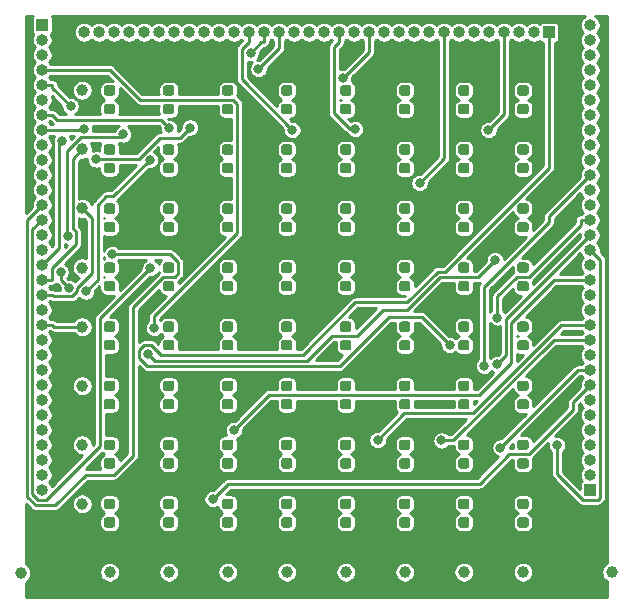
<source format=gtl>
G04 #@! TF.GenerationSoftware,KiCad,Pcbnew,5.1.5*
G04 #@! TF.CreationDate,2020-02-20T21:28:11+01:00*
G04 #@! TF.ProjectId,cubet_leds,63756265-745f-46c6-9564-732e6b696361,rev?*
G04 #@! TF.SameCoordinates,Original*
G04 #@! TF.FileFunction,Copper,L1,Top*
G04 #@! TF.FilePolarity,Positive*
%FSLAX46Y46*%
G04 Gerber Fmt 4.6, Leading zero omitted, Abs format (unit mm)*
G04 Created by KiCad (PCBNEW 5.1.5) date 2020-02-20 21:28:11*
%MOMM*%
%LPD*%
G04 APERTURE LIST*
%ADD10O,1.000000X1.000000*%
%ADD11R,1.000000X1.000000*%
%ADD12C,1.000000*%
%ADD13C,0.100000*%
%ADD14C,0.800000*%
%ADD15C,0.250000*%
%ADD16C,0.254000*%
G04 APERTURE END LIST*
D10*
X55330000Y-51800000D03*
X56600000Y-51800000D03*
X57870000Y-51800000D03*
X59140000Y-51800000D03*
X60410000Y-51800000D03*
X61680000Y-51800000D03*
X62950000Y-51800000D03*
X64220000Y-51800000D03*
X65490000Y-51800000D03*
X66760000Y-51800000D03*
X68030000Y-51800000D03*
X69300000Y-51800000D03*
X70570000Y-51800000D03*
X71840000Y-51800000D03*
X73110000Y-51800000D03*
X74380000Y-51800000D03*
X75650000Y-51800000D03*
X76920000Y-51800000D03*
X78190000Y-51800000D03*
X79460000Y-51800000D03*
X80730000Y-51800000D03*
X82000000Y-51800000D03*
X83270000Y-51800000D03*
X84540000Y-51800000D03*
X85810000Y-51800000D03*
X87080000Y-51800000D03*
X88350000Y-51800000D03*
X89620000Y-51800000D03*
X90890000Y-51800000D03*
X92160000Y-51800000D03*
X93430000Y-51800000D03*
D11*
X94700000Y-51800000D03*
D10*
X51800000Y-90520000D03*
X51800000Y-89250000D03*
X51800000Y-87980000D03*
X51800000Y-86710000D03*
X51800000Y-85440000D03*
X51800000Y-84170000D03*
X51800000Y-82900000D03*
X51800000Y-81630000D03*
X51800000Y-80360000D03*
X51800000Y-79090000D03*
X51800000Y-77820000D03*
X51800000Y-76550000D03*
X51800000Y-75280000D03*
X51800000Y-74010000D03*
X51800000Y-72740000D03*
X51800000Y-71470000D03*
X51800000Y-70200000D03*
X51800000Y-68930000D03*
X51800000Y-67660000D03*
X51800000Y-66390000D03*
X51800000Y-65120000D03*
X51800000Y-63850000D03*
X51800000Y-62580000D03*
X51800000Y-61310000D03*
X51800000Y-60040000D03*
X51800000Y-58770000D03*
X51800000Y-57500000D03*
X51800000Y-56230000D03*
X51800000Y-54960000D03*
X51800000Y-53690000D03*
X51800000Y-52420000D03*
D11*
X51800000Y-51150000D03*
D12*
X55200000Y-91710000D03*
X55200000Y-86710000D03*
X55200000Y-81710000D03*
X55200000Y-76710000D03*
X55200000Y-71710000D03*
X55200000Y-66710000D03*
X55200000Y-61710000D03*
X55200000Y-56710000D03*
G04 #@! TA.AperFunction,ComponentPad*
D13*
G36*
X57777691Y-57851053D02*
G01*
X57798926Y-57854203D01*
X57819750Y-57859419D01*
X57839962Y-57866651D01*
X57859368Y-57875830D01*
X57877781Y-57886866D01*
X57895024Y-57899654D01*
X57910930Y-57914070D01*
X57925346Y-57929976D01*
X57938134Y-57947219D01*
X57949170Y-57965632D01*
X57958349Y-57985038D01*
X57965581Y-58005250D01*
X57970797Y-58026074D01*
X57973947Y-58047309D01*
X57975000Y-58068750D01*
X57975000Y-58506250D01*
X57973947Y-58527691D01*
X57970797Y-58548926D01*
X57965581Y-58569750D01*
X57958349Y-58589962D01*
X57949170Y-58609368D01*
X57938134Y-58627781D01*
X57925346Y-58645024D01*
X57910930Y-58660930D01*
X57895024Y-58675346D01*
X57877781Y-58688134D01*
X57859368Y-58699170D01*
X57839962Y-58708349D01*
X57819750Y-58715581D01*
X57798926Y-58720797D01*
X57777691Y-58723947D01*
X57756250Y-58725000D01*
X57243750Y-58725000D01*
X57222309Y-58723947D01*
X57201074Y-58720797D01*
X57180250Y-58715581D01*
X57160038Y-58708349D01*
X57140632Y-58699170D01*
X57122219Y-58688134D01*
X57104976Y-58675346D01*
X57089070Y-58660930D01*
X57074654Y-58645024D01*
X57061866Y-58627781D01*
X57050830Y-58609368D01*
X57041651Y-58589962D01*
X57034419Y-58569750D01*
X57029203Y-58548926D01*
X57026053Y-58527691D01*
X57025000Y-58506250D01*
X57025000Y-58068750D01*
X57026053Y-58047309D01*
X57029203Y-58026074D01*
X57034419Y-58005250D01*
X57041651Y-57985038D01*
X57050830Y-57965632D01*
X57061866Y-57947219D01*
X57074654Y-57929976D01*
X57089070Y-57914070D01*
X57104976Y-57899654D01*
X57122219Y-57886866D01*
X57140632Y-57875830D01*
X57160038Y-57866651D01*
X57180250Y-57859419D01*
X57201074Y-57854203D01*
X57222309Y-57851053D01*
X57243750Y-57850000D01*
X57756250Y-57850000D01*
X57777691Y-57851053D01*
G37*
G04 #@! TD.AperFunction*
G04 #@! TA.AperFunction,SMDPad,CuDef*
G36*
X57777691Y-56276053D02*
G01*
X57798926Y-56279203D01*
X57819750Y-56284419D01*
X57839962Y-56291651D01*
X57859368Y-56300830D01*
X57877781Y-56311866D01*
X57895024Y-56324654D01*
X57910930Y-56339070D01*
X57925346Y-56354976D01*
X57938134Y-56372219D01*
X57949170Y-56390632D01*
X57958349Y-56410038D01*
X57965581Y-56430250D01*
X57970797Y-56451074D01*
X57973947Y-56472309D01*
X57975000Y-56493750D01*
X57975000Y-56931250D01*
X57973947Y-56952691D01*
X57970797Y-56973926D01*
X57965581Y-56994750D01*
X57958349Y-57014962D01*
X57949170Y-57034368D01*
X57938134Y-57052781D01*
X57925346Y-57070024D01*
X57910930Y-57085930D01*
X57895024Y-57100346D01*
X57877781Y-57113134D01*
X57859368Y-57124170D01*
X57839962Y-57133349D01*
X57819750Y-57140581D01*
X57798926Y-57145797D01*
X57777691Y-57148947D01*
X57756250Y-57150000D01*
X57243750Y-57150000D01*
X57222309Y-57148947D01*
X57201074Y-57145797D01*
X57180250Y-57140581D01*
X57160038Y-57133349D01*
X57140632Y-57124170D01*
X57122219Y-57113134D01*
X57104976Y-57100346D01*
X57089070Y-57085930D01*
X57074654Y-57070024D01*
X57061866Y-57052781D01*
X57050830Y-57034368D01*
X57041651Y-57014962D01*
X57034419Y-56994750D01*
X57029203Y-56973926D01*
X57026053Y-56952691D01*
X57025000Y-56931250D01*
X57025000Y-56493750D01*
X57026053Y-56472309D01*
X57029203Y-56451074D01*
X57034419Y-56430250D01*
X57041651Y-56410038D01*
X57050830Y-56390632D01*
X57061866Y-56372219D01*
X57074654Y-56354976D01*
X57089070Y-56339070D01*
X57104976Y-56324654D01*
X57122219Y-56311866D01*
X57140632Y-56300830D01*
X57160038Y-56291651D01*
X57180250Y-56284419D01*
X57201074Y-56279203D01*
X57222309Y-56276053D01*
X57243750Y-56275000D01*
X57756250Y-56275000D01*
X57777691Y-56276053D01*
G37*
G04 #@! TD.AperFunction*
G04 #@! TA.AperFunction,ComponentPad*
G36*
X57777691Y-62851053D02*
G01*
X57798926Y-62854203D01*
X57819750Y-62859419D01*
X57839962Y-62866651D01*
X57859368Y-62875830D01*
X57877781Y-62886866D01*
X57895024Y-62899654D01*
X57910930Y-62914070D01*
X57925346Y-62929976D01*
X57938134Y-62947219D01*
X57949170Y-62965632D01*
X57958349Y-62985038D01*
X57965581Y-63005250D01*
X57970797Y-63026074D01*
X57973947Y-63047309D01*
X57975000Y-63068750D01*
X57975000Y-63506250D01*
X57973947Y-63527691D01*
X57970797Y-63548926D01*
X57965581Y-63569750D01*
X57958349Y-63589962D01*
X57949170Y-63609368D01*
X57938134Y-63627781D01*
X57925346Y-63645024D01*
X57910930Y-63660930D01*
X57895024Y-63675346D01*
X57877781Y-63688134D01*
X57859368Y-63699170D01*
X57839962Y-63708349D01*
X57819750Y-63715581D01*
X57798926Y-63720797D01*
X57777691Y-63723947D01*
X57756250Y-63725000D01*
X57243750Y-63725000D01*
X57222309Y-63723947D01*
X57201074Y-63720797D01*
X57180250Y-63715581D01*
X57160038Y-63708349D01*
X57140632Y-63699170D01*
X57122219Y-63688134D01*
X57104976Y-63675346D01*
X57089070Y-63660930D01*
X57074654Y-63645024D01*
X57061866Y-63627781D01*
X57050830Y-63609368D01*
X57041651Y-63589962D01*
X57034419Y-63569750D01*
X57029203Y-63548926D01*
X57026053Y-63527691D01*
X57025000Y-63506250D01*
X57025000Y-63068750D01*
X57026053Y-63047309D01*
X57029203Y-63026074D01*
X57034419Y-63005250D01*
X57041651Y-62985038D01*
X57050830Y-62965632D01*
X57061866Y-62947219D01*
X57074654Y-62929976D01*
X57089070Y-62914070D01*
X57104976Y-62899654D01*
X57122219Y-62886866D01*
X57140632Y-62875830D01*
X57160038Y-62866651D01*
X57180250Y-62859419D01*
X57201074Y-62854203D01*
X57222309Y-62851053D01*
X57243750Y-62850000D01*
X57756250Y-62850000D01*
X57777691Y-62851053D01*
G37*
G04 #@! TD.AperFunction*
G04 #@! TA.AperFunction,SMDPad,CuDef*
G36*
X57777691Y-61276053D02*
G01*
X57798926Y-61279203D01*
X57819750Y-61284419D01*
X57839962Y-61291651D01*
X57859368Y-61300830D01*
X57877781Y-61311866D01*
X57895024Y-61324654D01*
X57910930Y-61339070D01*
X57925346Y-61354976D01*
X57938134Y-61372219D01*
X57949170Y-61390632D01*
X57958349Y-61410038D01*
X57965581Y-61430250D01*
X57970797Y-61451074D01*
X57973947Y-61472309D01*
X57975000Y-61493750D01*
X57975000Y-61931250D01*
X57973947Y-61952691D01*
X57970797Y-61973926D01*
X57965581Y-61994750D01*
X57958349Y-62014962D01*
X57949170Y-62034368D01*
X57938134Y-62052781D01*
X57925346Y-62070024D01*
X57910930Y-62085930D01*
X57895024Y-62100346D01*
X57877781Y-62113134D01*
X57859368Y-62124170D01*
X57839962Y-62133349D01*
X57819750Y-62140581D01*
X57798926Y-62145797D01*
X57777691Y-62148947D01*
X57756250Y-62150000D01*
X57243750Y-62150000D01*
X57222309Y-62148947D01*
X57201074Y-62145797D01*
X57180250Y-62140581D01*
X57160038Y-62133349D01*
X57140632Y-62124170D01*
X57122219Y-62113134D01*
X57104976Y-62100346D01*
X57089070Y-62085930D01*
X57074654Y-62070024D01*
X57061866Y-62052781D01*
X57050830Y-62034368D01*
X57041651Y-62014962D01*
X57034419Y-61994750D01*
X57029203Y-61973926D01*
X57026053Y-61952691D01*
X57025000Y-61931250D01*
X57025000Y-61493750D01*
X57026053Y-61472309D01*
X57029203Y-61451074D01*
X57034419Y-61430250D01*
X57041651Y-61410038D01*
X57050830Y-61390632D01*
X57061866Y-61372219D01*
X57074654Y-61354976D01*
X57089070Y-61339070D01*
X57104976Y-61324654D01*
X57122219Y-61311866D01*
X57140632Y-61300830D01*
X57160038Y-61291651D01*
X57180250Y-61284419D01*
X57201074Y-61279203D01*
X57222309Y-61276053D01*
X57243750Y-61275000D01*
X57756250Y-61275000D01*
X57777691Y-61276053D01*
G37*
G04 #@! TD.AperFunction*
G04 #@! TA.AperFunction,ComponentPad*
G36*
X57777691Y-67851053D02*
G01*
X57798926Y-67854203D01*
X57819750Y-67859419D01*
X57839962Y-67866651D01*
X57859368Y-67875830D01*
X57877781Y-67886866D01*
X57895024Y-67899654D01*
X57910930Y-67914070D01*
X57925346Y-67929976D01*
X57938134Y-67947219D01*
X57949170Y-67965632D01*
X57958349Y-67985038D01*
X57965581Y-68005250D01*
X57970797Y-68026074D01*
X57973947Y-68047309D01*
X57975000Y-68068750D01*
X57975000Y-68506250D01*
X57973947Y-68527691D01*
X57970797Y-68548926D01*
X57965581Y-68569750D01*
X57958349Y-68589962D01*
X57949170Y-68609368D01*
X57938134Y-68627781D01*
X57925346Y-68645024D01*
X57910930Y-68660930D01*
X57895024Y-68675346D01*
X57877781Y-68688134D01*
X57859368Y-68699170D01*
X57839962Y-68708349D01*
X57819750Y-68715581D01*
X57798926Y-68720797D01*
X57777691Y-68723947D01*
X57756250Y-68725000D01*
X57243750Y-68725000D01*
X57222309Y-68723947D01*
X57201074Y-68720797D01*
X57180250Y-68715581D01*
X57160038Y-68708349D01*
X57140632Y-68699170D01*
X57122219Y-68688134D01*
X57104976Y-68675346D01*
X57089070Y-68660930D01*
X57074654Y-68645024D01*
X57061866Y-68627781D01*
X57050830Y-68609368D01*
X57041651Y-68589962D01*
X57034419Y-68569750D01*
X57029203Y-68548926D01*
X57026053Y-68527691D01*
X57025000Y-68506250D01*
X57025000Y-68068750D01*
X57026053Y-68047309D01*
X57029203Y-68026074D01*
X57034419Y-68005250D01*
X57041651Y-67985038D01*
X57050830Y-67965632D01*
X57061866Y-67947219D01*
X57074654Y-67929976D01*
X57089070Y-67914070D01*
X57104976Y-67899654D01*
X57122219Y-67886866D01*
X57140632Y-67875830D01*
X57160038Y-67866651D01*
X57180250Y-67859419D01*
X57201074Y-67854203D01*
X57222309Y-67851053D01*
X57243750Y-67850000D01*
X57756250Y-67850000D01*
X57777691Y-67851053D01*
G37*
G04 #@! TD.AperFunction*
G04 #@! TA.AperFunction,SMDPad,CuDef*
G36*
X57777691Y-66276053D02*
G01*
X57798926Y-66279203D01*
X57819750Y-66284419D01*
X57839962Y-66291651D01*
X57859368Y-66300830D01*
X57877781Y-66311866D01*
X57895024Y-66324654D01*
X57910930Y-66339070D01*
X57925346Y-66354976D01*
X57938134Y-66372219D01*
X57949170Y-66390632D01*
X57958349Y-66410038D01*
X57965581Y-66430250D01*
X57970797Y-66451074D01*
X57973947Y-66472309D01*
X57975000Y-66493750D01*
X57975000Y-66931250D01*
X57973947Y-66952691D01*
X57970797Y-66973926D01*
X57965581Y-66994750D01*
X57958349Y-67014962D01*
X57949170Y-67034368D01*
X57938134Y-67052781D01*
X57925346Y-67070024D01*
X57910930Y-67085930D01*
X57895024Y-67100346D01*
X57877781Y-67113134D01*
X57859368Y-67124170D01*
X57839962Y-67133349D01*
X57819750Y-67140581D01*
X57798926Y-67145797D01*
X57777691Y-67148947D01*
X57756250Y-67150000D01*
X57243750Y-67150000D01*
X57222309Y-67148947D01*
X57201074Y-67145797D01*
X57180250Y-67140581D01*
X57160038Y-67133349D01*
X57140632Y-67124170D01*
X57122219Y-67113134D01*
X57104976Y-67100346D01*
X57089070Y-67085930D01*
X57074654Y-67070024D01*
X57061866Y-67052781D01*
X57050830Y-67034368D01*
X57041651Y-67014962D01*
X57034419Y-66994750D01*
X57029203Y-66973926D01*
X57026053Y-66952691D01*
X57025000Y-66931250D01*
X57025000Y-66493750D01*
X57026053Y-66472309D01*
X57029203Y-66451074D01*
X57034419Y-66430250D01*
X57041651Y-66410038D01*
X57050830Y-66390632D01*
X57061866Y-66372219D01*
X57074654Y-66354976D01*
X57089070Y-66339070D01*
X57104976Y-66324654D01*
X57122219Y-66311866D01*
X57140632Y-66300830D01*
X57160038Y-66291651D01*
X57180250Y-66284419D01*
X57201074Y-66279203D01*
X57222309Y-66276053D01*
X57243750Y-66275000D01*
X57756250Y-66275000D01*
X57777691Y-66276053D01*
G37*
G04 #@! TD.AperFunction*
G04 #@! TA.AperFunction,ComponentPad*
G36*
X57777691Y-72851053D02*
G01*
X57798926Y-72854203D01*
X57819750Y-72859419D01*
X57839962Y-72866651D01*
X57859368Y-72875830D01*
X57877781Y-72886866D01*
X57895024Y-72899654D01*
X57910930Y-72914070D01*
X57925346Y-72929976D01*
X57938134Y-72947219D01*
X57949170Y-72965632D01*
X57958349Y-72985038D01*
X57965581Y-73005250D01*
X57970797Y-73026074D01*
X57973947Y-73047309D01*
X57975000Y-73068750D01*
X57975000Y-73506250D01*
X57973947Y-73527691D01*
X57970797Y-73548926D01*
X57965581Y-73569750D01*
X57958349Y-73589962D01*
X57949170Y-73609368D01*
X57938134Y-73627781D01*
X57925346Y-73645024D01*
X57910930Y-73660930D01*
X57895024Y-73675346D01*
X57877781Y-73688134D01*
X57859368Y-73699170D01*
X57839962Y-73708349D01*
X57819750Y-73715581D01*
X57798926Y-73720797D01*
X57777691Y-73723947D01*
X57756250Y-73725000D01*
X57243750Y-73725000D01*
X57222309Y-73723947D01*
X57201074Y-73720797D01*
X57180250Y-73715581D01*
X57160038Y-73708349D01*
X57140632Y-73699170D01*
X57122219Y-73688134D01*
X57104976Y-73675346D01*
X57089070Y-73660930D01*
X57074654Y-73645024D01*
X57061866Y-73627781D01*
X57050830Y-73609368D01*
X57041651Y-73589962D01*
X57034419Y-73569750D01*
X57029203Y-73548926D01*
X57026053Y-73527691D01*
X57025000Y-73506250D01*
X57025000Y-73068750D01*
X57026053Y-73047309D01*
X57029203Y-73026074D01*
X57034419Y-73005250D01*
X57041651Y-72985038D01*
X57050830Y-72965632D01*
X57061866Y-72947219D01*
X57074654Y-72929976D01*
X57089070Y-72914070D01*
X57104976Y-72899654D01*
X57122219Y-72886866D01*
X57140632Y-72875830D01*
X57160038Y-72866651D01*
X57180250Y-72859419D01*
X57201074Y-72854203D01*
X57222309Y-72851053D01*
X57243750Y-72850000D01*
X57756250Y-72850000D01*
X57777691Y-72851053D01*
G37*
G04 #@! TD.AperFunction*
G04 #@! TA.AperFunction,SMDPad,CuDef*
G36*
X57777691Y-71276053D02*
G01*
X57798926Y-71279203D01*
X57819750Y-71284419D01*
X57839962Y-71291651D01*
X57859368Y-71300830D01*
X57877781Y-71311866D01*
X57895024Y-71324654D01*
X57910930Y-71339070D01*
X57925346Y-71354976D01*
X57938134Y-71372219D01*
X57949170Y-71390632D01*
X57958349Y-71410038D01*
X57965581Y-71430250D01*
X57970797Y-71451074D01*
X57973947Y-71472309D01*
X57975000Y-71493750D01*
X57975000Y-71931250D01*
X57973947Y-71952691D01*
X57970797Y-71973926D01*
X57965581Y-71994750D01*
X57958349Y-72014962D01*
X57949170Y-72034368D01*
X57938134Y-72052781D01*
X57925346Y-72070024D01*
X57910930Y-72085930D01*
X57895024Y-72100346D01*
X57877781Y-72113134D01*
X57859368Y-72124170D01*
X57839962Y-72133349D01*
X57819750Y-72140581D01*
X57798926Y-72145797D01*
X57777691Y-72148947D01*
X57756250Y-72150000D01*
X57243750Y-72150000D01*
X57222309Y-72148947D01*
X57201074Y-72145797D01*
X57180250Y-72140581D01*
X57160038Y-72133349D01*
X57140632Y-72124170D01*
X57122219Y-72113134D01*
X57104976Y-72100346D01*
X57089070Y-72085930D01*
X57074654Y-72070024D01*
X57061866Y-72052781D01*
X57050830Y-72034368D01*
X57041651Y-72014962D01*
X57034419Y-71994750D01*
X57029203Y-71973926D01*
X57026053Y-71952691D01*
X57025000Y-71931250D01*
X57025000Y-71493750D01*
X57026053Y-71472309D01*
X57029203Y-71451074D01*
X57034419Y-71430250D01*
X57041651Y-71410038D01*
X57050830Y-71390632D01*
X57061866Y-71372219D01*
X57074654Y-71354976D01*
X57089070Y-71339070D01*
X57104976Y-71324654D01*
X57122219Y-71311866D01*
X57140632Y-71300830D01*
X57160038Y-71291651D01*
X57180250Y-71284419D01*
X57201074Y-71279203D01*
X57222309Y-71276053D01*
X57243750Y-71275000D01*
X57756250Y-71275000D01*
X57777691Y-71276053D01*
G37*
G04 #@! TD.AperFunction*
G04 #@! TA.AperFunction,ComponentPad*
G36*
X57777691Y-77851053D02*
G01*
X57798926Y-77854203D01*
X57819750Y-77859419D01*
X57839962Y-77866651D01*
X57859368Y-77875830D01*
X57877781Y-77886866D01*
X57895024Y-77899654D01*
X57910930Y-77914070D01*
X57925346Y-77929976D01*
X57938134Y-77947219D01*
X57949170Y-77965632D01*
X57958349Y-77985038D01*
X57965581Y-78005250D01*
X57970797Y-78026074D01*
X57973947Y-78047309D01*
X57975000Y-78068750D01*
X57975000Y-78506250D01*
X57973947Y-78527691D01*
X57970797Y-78548926D01*
X57965581Y-78569750D01*
X57958349Y-78589962D01*
X57949170Y-78609368D01*
X57938134Y-78627781D01*
X57925346Y-78645024D01*
X57910930Y-78660930D01*
X57895024Y-78675346D01*
X57877781Y-78688134D01*
X57859368Y-78699170D01*
X57839962Y-78708349D01*
X57819750Y-78715581D01*
X57798926Y-78720797D01*
X57777691Y-78723947D01*
X57756250Y-78725000D01*
X57243750Y-78725000D01*
X57222309Y-78723947D01*
X57201074Y-78720797D01*
X57180250Y-78715581D01*
X57160038Y-78708349D01*
X57140632Y-78699170D01*
X57122219Y-78688134D01*
X57104976Y-78675346D01*
X57089070Y-78660930D01*
X57074654Y-78645024D01*
X57061866Y-78627781D01*
X57050830Y-78609368D01*
X57041651Y-78589962D01*
X57034419Y-78569750D01*
X57029203Y-78548926D01*
X57026053Y-78527691D01*
X57025000Y-78506250D01*
X57025000Y-78068750D01*
X57026053Y-78047309D01*
X57029203Y-78026074D01*
X57034419Y-78005250D01*
X57041651Y-77985038D01*
X57050830Y-77965632D01*
X57061866Y-77947219D01*
X57074654Y-77929976D01*
X57089070Y-77914070D01*
X57104976Y-77899654D01*
X57122219Y-77886866D01*
X57140632Y-77875830D01*
X57160038Y-77866651D01*
X57180250Y-77859419D01*
X57201074Y-77854203D01*
X57222309Y-77851053D01*
X57243750Y-77850000D01*
X57756250Y-77850000D01*
X57777691Y-77851053D01*
G37*
G04 #@! TD.AperFunction*
G04 #@! TA.AperFunction,SMDPad,CuDef*
G36*
X57777691Y-76276053D02*
G01*
X57798926Y-76279203D01*
X57819750Y-76284419D01*
X57839962Y-76291651D01*
X57859368Y-76300830D01*
X57877781Y-76311866D01*
X57895024Y-76324654D01*
X57910930Y-76339070D01*
X57925346Y-76354976D01*
X57938134Y-76372219D01*
X57949170Y-76390632D01*
X57958349Y-76410038D01*
X57965581Y-76430250D01*
X57970797Y-76451074D01*
X57973947Y-76472309D01*
X57975000Y-76493750D01*
X57975000Y-76931250D01*
X57973947Y-76952691D01*
X57970797Y-76973926D01*
X57965581Y-76994750D01*
X57958349Y-77014962D01*
X57949170Y-77034368D01*
X57938134Y-77052781D01*
X57925346Y-77070024D01*
X57910930Y-77085930D01*
X57895024Y-77100346D01*
X57877781Y-77113134D01*
X57859368Y-77124170D01*
X57839962Y-77133349D01*
X57819750Y-77140581D01*
X57798926Y-77145797D01*
X57777691Y-77148947D01*
X57756250Y-77150000D01*
X57243750Y-77150000D01*
X57222309Y-77148947D01*
X57201074Y-77145797D01*
X57180250Y-77140581D01*
X57160038Y-77133349D01*
X57140632Y-77124170D01*
X57122219Y-77113134D01*
X57104976Y-77100346D01*
X57089070Y-77085930D01*
X57074654Y-77070024D01*
X57061866Y-77052781D01*
X57050830Y-77034368D01*
X57041651Y-77014962D01*
X57034419Y-76994750D01*
X57029203Y-76973926D01*
X57026053Y-76952691D01*
X57025000Y-76931250D01*
X57025000Y-76493750D01*
X57026053Y-76472309D01*
X57029203Y-76451074D01*
X57034419Y-76430250D01*
X57041651Y-76410038D01*
X57050830Y-76390632D01*
X57061866Y-76372219D01*
X57074654Y-76354976D01*
X57089070Y-76339070D01*
X57104976Y-76324654D01*
X57122219Y-76311866D01*
X57140632Y-76300830D01*
X57160038Y-76291651D01*
X57180250Y-76284419D01*
X57201074Y-76279203D01*
X57222309Y-76276053D01*
X57243750Y-76275000D01*
X57756250Y-76275000D01*
X57777691Y-76276053D01*
G37*
G04 #@! TD.AperFunction*
G04 #@! TA.AperFunction,ComponentPad*
G36*
X57777691Y-82851053D02*
G01*
X57798926Y-82854203D01*
X57819750Y-82859419D01*
X57839962Y-82866651D01*
X57859368Y-82875830D01*
X57877781Y-82886866D01*
X57895024Y-82899654D01*
X57910930Y-82914070D01*
X57925346Y-82929976D01*
X57938134Y-82947219D01*
X57949170Y-82965632D01*
X57958349Y-82985038D01*
X57965581Y-83005250D01*
X57970797Y-83026074D01*
X57973947Y-83047309D01*
X57975000Y-83068750D01*
X57975000Y-83506250D01*
X57973947Y-83527691D01*
X57970797Y-83548926D01*
X57965581Y-83569750D01*
X57958349Y-83589962D01*
X57949170Y-83609368D01*
X57938134Y-83627781D01*
X57925346Y-83645024D01*
X57910930Y-83660930D01*
X57895024Y-83675346D01*
X57877781Y-83688134D01*
X57859368Y-83699170D01*
X57839962Y-83708349D01*
X57819750Y-83715581D01*
X57798926Y-83720797D01*
X57777691Y-83723947D01*
X57756250Y-83725000D01*
X57243750Y-83725000D01*
X57222309Y-83723947D01*
X57201074Y-83720797D01*
X57180250Y-83715581D01*
X57160038Y-83708349D01*
X57140632Y-83699170D01*
X57122219Y-83688134D01*
X57104976Y-83675346D01*
X57089070Y-83660930D01*
X57074654Y-83645024D01*
X57061866Y-83627781D01*
X57050830Y-83609368D01*
X57041651Y-83589962D01*
X57034419Y-83569750D01*
X57029203Y-83548926D01*
X57026053Y-83527691D01*
X57025000Y-83506250D01*
X57025000Y-83068750D01*
X57026053Y-83047309D01*
X57029203Y-83026074D01*
X57034419Y-83005250D01*
X57041651Y-82985038D01*
X57050830Y-82965632D01*
X57061866Y-82947219D01*
X57074654Y-82929976D01*
X57089070Y-82914070D01*
X57104976Y-82899654D01*
X57122219Y-82886866D01*
X57140632Y-82875830D01*
X57160038Y-82866651D01*
X57180250Y-82859419D01*
X57201074Y-82854203D01*
X57222309Y-82851053D01*
X57243750Y-82850000D01*
X57756250Y-82850000D01*
X57777691Y-82851053D01*
G37*
G04 #@! TD.AperFunction*
G04 #@! TA.AperFunction,SMDPad,CuDef*
G36*
X57777691Y-81276053D02*
G01*
X57798926Y-81279203D01*
X57819750Y-81284419D01*
X57839962Y-81291651D01*
X57859368Y-81300830D01*
X57877781Y-81311866D01*
X57895024Y-81324654D01*
X57910930Y-81339070D01*
X57925346Y-81354976D01*
X57938134Y-81372219D01*
X57949170Y-81390632D01*
X57958349Y-81410038D01*
X57965581Y-81430250D01*
X57970797Y-81451074D01*
X57973947Y-81472309D01*
X57975000Y-81493750D01*
X57975000Y-81931250D01*
X57973947Y-81952691D01*
X57970797Y-81973926D01*
X57965581Y-81994750D01*
X57958349Y-82014962D01*
X57949170Y-82034368D01*
X57938134Y-82052781D01*
X57925346Y-82070024D01*
X57910930Y-82085930D01*
X57895024Y-82100346D01*
X57877781Y-82113134D01*
X57859368Y-82124170D01*
X57839962Y-82133349D01*
X57819750Y-82140581D01*
X57798926Y-82145797D01*
X57777691Y-82148947D01*
X57756250Y-82150000D01*
X57243750Y-82150000D01*
X57222309Y-82148947D01*
X57201074Y-82145797D01*
X57180250Y-82140581D01*
X57160038Y-82133349D01*
X57140632Y-82124170D01*
X57122219Y-82113134D01*
X57104976Y-82100346D01*
X57089070Y-82085930D01*
X57074654Y-82070024D01*
X57061866Y-82052781D01*
X57050830Y-82034368D01*
X57041651Y-82014962D01*
X57034419Y-81994750D01*
X57029203Y-81973926D01*
X57026053Y-81952691D01*
X57025000Y-81931250D01*
X57025000Y-81493750D01*
X57026053Y-81472309D01*
X57029203Y-81451074D01*
X57034419Y-81430250D01*
X57041651Y-81410038D01*
X57050830Y-81390632D01*
X57061866Y-81372219D01*
X57074654Y-81354976D01*
X57089070Y-81339070D01*
X57104976Y-81324654D01*
X57122219Y-81311866D01*
X57140632Y-81300830D01*
X57160038Y-81291651D01*
X57180250Y-81284419D01*
X57201074Y-81279203D01*
X57222309Y-81276053D01*
X57243750Y-81275000D01*
X57756250Y-81275000D01*
X57777691Y-81276053D01*
G37*
G04 #@! TD.AperFunction*
G04 #@! TA.AperFunction,ComponentPad*
G36*
X67777691Y-82851053D02*
G01*
X67798926Y-82854203D01*
X67819750Y-82859419D01*
X67839962Y-82866651D01*
X67859368Y-82875830D01*
X67877781Y-82886866D01*
X67895024Y-82899654D01*
X67910930Y-82914070D01*
X67925346Y-82929976D01*
X67938134Y-82947219D01*
X67949170Y-82965632D01*
X67958349Y-82985038D01*
X67965581Y-83005250D01*
X67970797Y-83026074D01*
X67973947Y-83047309D01*
X67975000Y-83068750D01*
X67975000Y-83506250D01*
X67973947Y-83527691D01*
X67970797Y-83548926D01*
X67965581Y-83569750D01*
X67958349Y-83589962D01*
X67949170Y-83609368D01*
X67938134Y-83627781D01*
X67925346Y-83645024D01*
X67910930Y-83660930D01*
X67895024Y-83675346D01*
X67877781Y-83688134D01*
X67859368Y-83699170D01*
X67839962Y-83708349D01*
X67819750Y-83715581D01*
X67798926Y-83720797D01*
X67777691Y-83723947D01*
X67756250Y-83725000D01*
X67243750Y-83725000D01*
X67222309Y-83723947D01*
X67201074Y-83720797D01*
X67180250Y-83715581D01*
X67160038Y-83708349D01*
X67140632Y-83699170D01*
X67122219Y-83688134D01*
X67104976Y-83675346D01*
X67089070Y-83660930D01*
X67074654Y-83645024D01*
X67061866Y-83627781D01*
X67050830Y-83609368D01*
X67041651Y-83589962D01*
X67034419Y-83569750D01*
X67029203Y-83548926D01*
X67026053Y-83527691D01*
X67025000Y-83506250D01*
X67025000Y-83068750D01*
X67026053Y-83047309D01*
X67029203Y-83026074D01*
X67034419Y-83005250D01*
X67041651Y-82985038D01*
X67050830Y-82965632D01*
X67061866Y-82947219D01*
X67074654Y-82929976D01*
X67089070Y-82914070D01*
X67104976Y-82899654D01*
X67122219Y-82886866D01*
X67140632Y-82875830D01*
X67160038Y-82866651D01*
X67180250Y-82859419D01*
X67201074Y-82854203D01*
X67222309Y-82851053D01*
X67243750Y-82850000D01*
X67756250Y-82850000D01*
X67777691Y-82851053D01*
G37*
G04 #@! TD.AperFunction*
G04 #@! TA.AperFunction,SMDPad,CuDef*
G36*
X67777691Y-81276053D02*
G01*
X67798926Y-81279203D01*
X67819750Y-81284419D01*
X67839962Y-81291651D01*
X67859368Y-81300830D01*
X67877781Y-81311866D01*
X67895024Y-81324654D01*
X67910930Y-81339070D01*
X67925346Y-81354976D01*
X67938134Y-81372219D01*
X67949170Y-81390632D01*
X67958349Y-81410038D01*
X67965581Y-81430250D01*
X67970797Y-81451074D01*
X67973947Y-81472309D01*
X67975000Y-81493750D01*
X67975000Y-81931250D01*
X67973947Y-81952691D01*
X67970797Y-81973926D01*
X67965581Y-81994750D01*
X67958349Y-82014962D01*
X67949170Y-82034368D01*
X67938134Y-82052781D01*
X67925346Y-82070024D01*
X67910930Y-82085930D01*
X67895024Y-82100346D01*
X67877781Y-82113134D01*
X67859368Y-82124170D01*
X67839962Y-82133349D01*
X67819750Y-82140581D01*
X67798926Y-82145797D01*
X67777691Y-82148947D01*
X67756250Y-82150000D01*
X67243750Y-82150000D01*
X67222309Y-82148947D01*
X67201074Y-82145797D01*
X67180250Y-82140581D01*
X67160038Y-82133349D01*
X67140632Y-82124170D01*
X67122219Y-82113134D01*
X67104976Y-82100346D01*
X67089070Y-82085930D01*
X67074654Y-82070024D01*
X67061866Y-82052781D01*
X67050830Y-82034368D01*
X67041651Y-82014962D01*
X67034419Y-81994750D01*
X67029203Y-81973926D01*
X67026053Y-81952691D01*
X67025000Y-81931250D01*
X67025000Y-81493750D01*
X67026053Y-81472309D01*
X67029203Y-81451074D01*
X67034419Y-81430250D01*
X67041651Y-81410038D01*
X67050830Y-81390632D01*
X67061866Y-81372219D01*
X67074654Y-81354976D01*
X67089070Y-81339070D01*
X67104976Y-81324654D01*
X67122219Y-81311866D01*
X67140632Y-81300830D01*
X67160038Y-81291651D01*
X67180250Y-81284419D01*
X67201074Y-81279203D01*
X67222309Y-81276053D01*
X67243750Y-81275000D01*
X67756250Y-81275000D01*
X67777691Y-81276053D01*
G37*
G04 #@! TD.AperFunction*
G04 #@! TA.AperFunction,ComponentPad*
G36*
X67777691Y-77851053D02*
G01*
X67798926Y-77854203D01*
X67819750Y-77859419D01*
X67839962Y-77866651D01*
X67859368Y-77875830D01*
X67877781Y-77886866D01*
X67895024Y-77899654D01*
X67910930Y-77914070D01*
X67925346Y-77929976D01*
X67938134Y-77947219D01*
X67949170Y-77965632D01*
X67958349Y-77985038D01*
X67965581Y-78005250D01*
X67970797Y-78026074D01*
X67973947Y-78047309D01*
X67975000Y-78068750D01*
X67975000Y-78506250D01*
X67973947Y-78527691D01*
X67970797Y-78548926D01*
X67965581Y-78569750D01*
X67958349Y-78589962D01*
X67949170Y-78609368D01*
X67938134Y-78627781D01*
X67925346Y-78645024D01*
X67910930Y-78660930D01*
X67895024Y-78675346D01*
X67877781Y-78688134D01*
X67859368Y-78699170D01*
X67839962Y-78708349D01*
X67819750Y-78715581D01*
X67798926Y-78720797D01*
X67777691Y-78723947D01*
X67756250Y-78725000D01*
X67243750Y-78725000D01*
X67222309Y-78723947D01*
X67201074Y-78720797D01*
X67180250Y-78715581D01*
X67160038Y-78708349D01*
X67140632Y-78699170D01*
X67122219Y-78688134D01*
X67104976Y-78675346D01*
X67089070Y-78660930D01*
X67074654Y-78645024D01*
X67061866Y-78627781D01*
X67050830Y-78609368D01*
X67041651Y-78589962D01*
X67034419Y-78569750D01*
X67029203Y-78548926D01*
X67026053Y-78527691D01*
X67025000Y-78506250D01*
X67025000Y-78068750D01*
X67026053Y-78047309D01*
X67029203Y-78026074D01*
X67034419Y-78005250D01*
X67041651Y-77985038D01*
X67050830Y-77965632D01*
X67061866Y-77947219D01*
X67074654Y-77929976D01*
X67089070Y-77914070D01*
X67104976Y-77899654D01*
X67122219Y-77886866D01*
X67140632Y-77875830D01*
X67160038Y-77866651D01*
X67180250Y-77859419D01*
X67201074Y-77854203D01*
X67222309Y-77851053D01*
X67243750Y-77850000D01*
X67756250Y-77850000D01*
X67777691Y-77851053D01*
G37*
G04 #@! TD.AperFunction*
G04 #@! TA.AperFunction,SMDPad,CuDef*
G36*
X67777691Y-76276053D02*
G01*
X67798926Y-76279203D01*
X67819750Y-76284419D01*
X67839962Y-76291651D01*
X67859368Y-76300830D01*
X67877781Y-76311866D01*
X67895024Y-76324654D01*
X67910930Y-76339070D01*
X67925346Y-76354976D01*
X67938134Y-76372219D01*
X67949170Y-76390632D01*
X67958349Y-76410038D01*
X67965581Y-76430250D01*
X67970797Y-76451074D01*
X67973947Y-76472309D01*
X67975000Y-76493750D01*
X67975000Y-76931250D01*
X67973947Y-76952691D01*
X67970797Y-76973926D01*
X67965581Y-76994750D01*
X67958349Y-77014962D01*
X67949170Y-77034368D01*
X67938134Y-77052781D01*
X67925346Y-77070024D01*
X67910930Y-77085930D01*
X67895024Y-77100346D01*
X67877781Y-77113134D01*
X67859368Y-77124170D01*
X67839962Y-77133349D01*
X67819750Y-77140581D01*
X67798926Y-77145797D01*
X67777691Y-77148947D01*
X67756250Y-77150000D01*
X67243750Y-77150000D01*
X67222309Y-77148947D01*
X67201074Y-77145797D01*
X67180250Y-77140581D01*
X67160038Y-77133349D01*
X67140632Y-77124170D01*
X67122219Y-77113134D01*
X67104976Y-77100346D01*
X67089070Y-77085930D01*
X67074654Y-77070024D01*
X67061866Y-77052781D01*
X67050830Y-77034368D01*
X67041651Y-77014962D01*
X67034419Y-76994750D01*
X67029203Y-76973926D01*
X67026053Y-76952691D01*
X67025000Y-76931250D01*
X67025000Y-76493750D01*
X67026053Y-76472309D01*
X67029203Y-76451074D01*
X67034419Y-76430250D01*
X67041651Y-76410038D01*
X67050830Y-76390632D01*
X67061866Y-76372219D01*
X67074654Y-76354976D01*
X67089070Y-76339070D01*
X67104976Y-76324654D01*
X67122219Y-76311866D01*
X67140632Y-76300830D01*
X67160038Y-76291651D01*
X67180250Y-76284419D01*
X67201074Y-76279203D01*
X67222309Y-76276053D01*
X67243750Y-76275000D01*
X67756250Y-76275000D01*
X67777691Y-76276053D01*
G37*
G04 #@! TD.AperFunction*
G04 #@! TA.AperFunction,ComponentPad*
G36*
X62777691Y-57851053D02*
G01*
X62798926Y-57854203D01*
X62819750Y-57859419D01*
X62839962Y-57866651D01*
X62859368Y-57875830D01*
X62877781Y-57886866D01*
X62895024Y-57899654D01*
X62910930Y-57914070D01*
X62925346Y-57929976D01*
X62938134Y-57947219D01*
X62949170Y-57965632D01*
X62958349Y-57985038D01*
X62965581Y-58005250D01*
X62970797Y-58026074D01*
X62973947Y-58047309D01*
X62975000Y-58068750D01*
X62975000Y-58506250D01*
X62973947Y-58527691D01*
X62970797Y-58548926D01*
X62965581Y-58569750D01*
X62958349Y-58589962D01*
X62949170Y-58609368D01*
X62938134Y-58627781D01*
X62925346Y-58645024D01*
X62910930Y-58660930D01*
X62895024Y-58675346D01*
X62877781Y-58688134D01*
X62859368Y-58699170D01*
X62839962Y-58708349D01*
X62819750Y-58715581D01*
X62798926Y-58720797D01*
X62777691Y-58723947D01*
X62756250Y-58725000D01*
X62243750Y-58725000D01*
X62222309Y-58723947D01*
X62201074Y-58720797D01*
X62180250Y-58715581D01*
X62160038Y-58708349D01*
X62140632Y-58699170D01*
X62122219Y-58688134D01*
X62104976Y-58675346D01*
X62089070Y-58660930D01*
X62074654Y-58645024D01*
X62061866Y-58627781D01*
X62050830Y-58609368D01*
X62041651Y-58589962D01*
X62034419Y-58569750D01*
X62029203Y-58548926D01*
X62026053Y-58527691D01*
X62025000Y-58506250D01*
X62025000Y-58068750D01*
X62026053Y-58047309D01*
X62029203Y-58026074D01*
X62034419Y-58005250D01*
X62041651Y-57985038D01*
X62050830Y-57965632D01*
X62061866Y-57947219D01*
X62074654Y-57929976D01*
X62089070Y-57914070D01*
X62104976Y-57899654D01*
X62122219Y-57886866D01*
X62140632Y-57875830D01*
X62160038Y-57866651D01*
X62180250Y-57859419D01*
X62201074Y-57854203D01*
X62222309Y-57851053D01*
X62243750Y-57850000D01*
X62756250Y-57850000D01*
X62777691Y-57851053D01*
G37*
G04 #@! TD.AperFunction*
G04 #@! TA.AperFunction,SMDPad,CuDef*
G36*
X62777691Y-56276053D02*
G01*
X62798926Y-56279203D01*
X62819750Y-56284419D01*
X62839962Y-56291651D01*
X62859368Y-56300830D01*
X62877781Y-56311866D01*
X62895024Y-56324654D01*
X62910930Y-56339070D01*
X62925346Y-56354976D01*
X62938134Y-56372219D01*
X62949170Y-56390632D01*
X62958349Y-56410038D01*
X62965581Y-56430250D01*
X62970797Y-56451074D01*
X62973947Y-56472309D01*
X62975000Y-56493750D01*
X62975000Y-56931250D01*
X62973947Y-56952691D01*
X62970797Y-56973926D01*
X62965581Y-56994750D01*
X62958349Y-57014962D01*
X62949170Y-57034368D01*
X62938134Y-57052781D01*
X62925346Y-57070024D01*
X62910930Y-57085930D01*
X62895024Y-57100346D01*
X62877781Y-57113134D01*
X62859368Y-57124170D01*
X62839962Y-57133349D01*
X62819750Y-57140581D01*
X62798926Y-57145797D01*
X62777691Y-57148947D01*
X62756250Y-57150000D01*
X62243750Y-57150000D01*
X62222309Y-57148947D01*
X62201074Y-57145797D01*
X62180250Y-57140581D01*
X62160038Y-57133349D01*
X62140632Y-57124170D01*
X62122219Y-57113134D01*
X62104976Y-57100346D01*
X62089070Y-57085930D01*
X62074654Y-57070024D01*
X62061866Y-57052781D01*
X62050830Y-57034368D01*
X62041651Y-57014962D01*
X62034419Y-56994750D01*
X62029203Y-56973926D01*
X62026053Y-56952691D01*
X62025000Y-56931250D01*
X62025000Y-56493750D01*
X62026053Y-56472309D01*
X62029203Y-56451074D01*
X62034419Y-56430250D01*
X62041651Y-56410038D01*
X62050830Y-56390632D01*
X62061866Y-56372219D01*
X62074654Y-56354976D01*
X62089070Y-56339070D01*
X62104976Y-56324654D01*
X62122219Y-56311866D01*
X62140632Y-56300830D01*
X62160038Y-56291651D01*
X62180250Y-56284419D01*
X62201074Y-56279203D01*
X62222309Y-56276053D01*
X62243750Y-56275000D01*
X62756250Y-56275000D01*
X62777691Y-56276053D01*
G37*
G04 #@! TD.AperFunction*
G04 #@! TA.AperFunction,ComponentPad*
G36*
X62777691Y-62851053D02*
G01*
X62798926Y-62854203D01*
X62819750Y-62859419D01*
X62839962Y-62866651D01*
X62859368Y-62875830D01*
X62877781Y-62886866D01*
X62895024Y-62899654D01*
X62910930Y-62914070D01*
X62925346Y-62929976D01*
X62938134Y-62947219D01*
X62949170Y-62965632D01*
X62958349Y-62985038D01*
X62965581Y-63005250D01*
X62970797Y-63026074D01*
X62973947Y-63047309D01*
X62975000Y-63068750D01*
X62975000Y-63506250D01*
X62973947Y-63527691D01*
X62970797Y-63548926D01*
X62965581Y-63569750D01*
X62958349Y-63589962D01*
X62949170Y-63609368D01*
X62938134Y-63627781D01*
X62925346Y-63645024D01*
X62910930Y-63660930D01*
X62895024Y-63675346D01*
X62877781Y-63688134D01*
X62859368Y-63699170D01*
X62839962Y-63708349D01*
X62819750Y-63715581D01*
X62798926Y-63720797D01*
X62777691Y-63723947D01*
X62756250Y-63725000D01*
X62243750Y-63725000D01*
X62222309Y-63723947D01*
X62201074Y-63720797D01*
X62180250Y-63715581D01*
X62160038Y-63708349D01*
X62140632Y-63699170D01*
X62122219Y-63688134D01*
X62104976Y-63675346D01*
X62089070Y-63660930D01*
X62074654Y-63645024D01*
X62061866Y-63627781D01*
X62050830Y-63609368D01*
X62041651Y-63589962D01*
X62034419Y-63569750D01*
X62029203Y-63548926D01*
X62026053Y-63527691D01*
X62025000Y-63506250D01*
X62025000Y-63068750D01*
X62026053Y-63047309D01*
X62029203Y-63026074D01*
X62034419Y-63005250D01*
X62041651Y-62985038D01*
X62050830Y-62965632D01*
X62061866Y-62947219D01*
X62074654Y-62929976D01*
X62089070Y-62914070D01*
X62104976Y-62899654D01*
X62122219Y-62886866D01*
X62140632Y-62875830D01*
X62160038Y-62866651D01*
X62180250Y-62859419D01*
X62201074Y-62854203D01*
X62222309Y-62851053D01*
X62243750Y-62850000D01*
X62756250Y-62850000D01*
X62777691Y-62851053D01*
G37*
G04 #@! TD.AperFunction*
G04 #@! TA.AperFunction,SMDPad,CuDef*
G36*
X62777691Y-61276053D02*
G01*
X62798926Y-61279203D01*
X62819750Y-61284419D01*
X62839962Y-61291651D01*
X62859368Y-61300830D01*
X62877781Y-61311866D01*
X62895024Y-61324654D01*
X62910930Y-61339070D01*
X62925346Y-61354976D01*
X62938134Y-61372219D01*
X62949170Y-61390632D01*
X62958349Y-61410038D01*
X62965581Y-61430250D01*
X62970797Y-61451074D01*
X62973947Y-61472309D01*
X62975000Y-61493750D01*
X62975000Y-61931250D01*
X62973947Y-61952691D01*
X62970797Y-61973926D01*
X62965581Y-61994750D01*
X62958349Y-62014962D01*
X62949170Y-62034368D01*
X62938134Y-62052781D01*
X62925346Y-62070024D01*
X62910930Y-62085930D01*
X62895024Y-62100346D01*
X62877781Y-62113134D01*
X62859368Y-62124170D01*
X62839962Y-62133349D01*
X62819750Y-62140581D01*
X62798926Y-62145797D01*
X62777691Y-62148947D01*
X62756250Y-62150000D01*
X62243750Y-62150000D01*
X62222309Y-62148947D01*
X62201074Y-62145797D01*
X62180250Y-62140581D01*
X62160038Y-62133349D01*
X62140632Y-62124170D01*
X62122219Y-62113134D01*
X62104976Y-62100346D01*
X62089070Y-62085930D01*
X62074654Y-62070024D01*
X62061866Y-62052781D01*
X62050830Y-62034368D01*
X62041651Y-62014962D01*
X62034419Y-61994750D01*
X62029203Y-61973926D01*
X62026053Y-61952691D01*
X62025000Y-61931250D01*
X62025000Y-61493750D01*
X62026053Y-61472309D01*
X62029203Y-61451074D01*
X62034419Y-61430250D01*
X62041651Y-61410038D01*
X62050830Y-61390632D01*
X62061866Y-61372219D01*
X62074654Y-61354976D01*
X62089070Y-61339070D01*
X62104976Y-61324654D01*
X62122219Y-61311866D01*
X62140632Y-61300830D01*
X62160038Y-61291651D01*
X62180250Y-61284419D01*
X62201074Y-61279203D01*
X62222309Y-61276053D01*
X62243750Y-61275000D01*
X62756250Y-61275000D01*
X62777691Y-61276053D01*
G37*
G04 #@! TD.AperFunction*
G04 #@! TA.AperFunction,ComponentPad*
G36*
X62777691Y-67851053D02*
G01*
X62798926Y-67854203D01*
X62819750Y-67859419D01*
X62839962Y-67866651D01*
X62859368Y-67875830D01*
X62877781Y-67886866D01*
X62895024Y-67899654D01*
X62910930Y-67914070D01*
X62925346Y-67929976D01*
X62938134Y-67947219D01*
X62949170Y-67965632D01*
X62958349Y-67985038D01*
X62965581Y-68005250D01*
X62970797Y-68026074D01*
X62973947Y-68047309D01*
X62975000Y-68068750D01*
X62975000Y-68506250D01*
X62973947Y-68527691D01*
X62970797Y-68548926D01*
X62965581Y-68569750D01*
X62958349Y-68589962D01*
X62949170Y-68609368D01*
X62938134Y-68627781D01*
X62925346Y-68645024D01*
X62910930Y-68660930D01*
X62895024Y-68675346D01*
X62877781Y-68688134D01*
X62859368Y-68699170D01*
X62839962Y-68708349D01*
X62819750Y-68715581D01*
X62798926Y-68720797D01*
X62777691Y-68723947D01*
X62756250Y-68725000D01*
X62243750Y-68725000D01*
X62222309Y-68723947D01*
X62201074Y-68720797D01*
X62180250Y-68715581D01*
X62160038Y-68708349D01*
X62140632Y-68699170D01*
X62122219Y-68688134D01*
X62104976Y-68675346D01*
X62089070Y-68660930D01*
X62074654Y-68645024D01*
X62061866Y-68627781D01*
X62050830Y-68609368D01*
X62041651Y-68589962D01*
X62034419Y-68569750D01*
X62029203Y-68548926D01*
X62026053Y-68527691D01*
X62025000Y-68506250D01*
X62025000Y-68068750D01*
X62026053Y-68047309D01*
X62029203Y-68026074D01*
X62034419Y-68005250D01*
X62041651Y-67985038D01*
X62050830Y-67965632D01*
X62061866Y-67947219D01*
X62074654Y-67929976D01*
X62089070Y-67914070D01*
X62104976Y-67899654D01*
X62122219Y-67886866D01*
X62140632Y-67875830D01*
X62160038Y-67866651D01*
X62180250Y-67859419D01*
X62201074Y-67854203D01*
X62222309Y-67851053D01*
X62243750Y-67850000D01*
X62756250Y-67850000D01*
X62777691Y-67851053D01*
G37*
G04 #@! TD.AperFunction*
G04 #@! TA.AperFunction,SMDPad,CuDef*
G36*
X62777691Y-66276053D02*
G01*
X62798926Y-66279203D01*
X62819750Y-66284419D01*
X62839962Y-66291651D01*
X62859368Y-66300830D01*
X62877781Y-66311866D01*
X62895024Y-66324654D01*
X62910930Y-66339070D01*
X62925346Y-66354976D01*
X62938134Y-66372219D01*
X62949170Y-66390632D01*
X62958349Y-66410038D01*
X62965581Y-66430250D01*
X62970797Y-66451074D01*
X62973947Y-66472309D01*
X62975000Y-66493750D01*
X62975000Y-66931250D01*
X62973947Y-66952691D01*
X62970797Y-66973926D01*
X62965581Y-66994750D01*
X62958349Y-67014962D01*
X62949170Y-67034368D01*
X62938134Y-67052781D01*
X62925346Y-67070024D01*
X62910930Y-67085930D01*
X62895024Y-67100346D01*
X62877781Y-67113134D01*
X62859368Y-67124170D01*
X62839962Y-67133349D01*
X62819750Y-67140581D01*
X62798926Y-67145797D01*
X62777691Y-67148947D01*
X62756250Y-67150000D01*
X62243750Y-67150000D01*
X62222309Y-67148947D01*
X62201074Y-67145797D01*
X62180250Y-67140581D01*
X62160038Y-67133349D01*
X62140632Y-67124170D01*
X62122219Y-67113134D01*
X62104976Y-67100346D01*
X62089070Y-67085930D01*
X62074654Y-67070024D01*
X62061866Y-67052781D01*
X62050830Y-67034368D01*
X62041651Y-67014962D01*
X62034419Y-66994750D01*
X62029203Y-66973926D01*
X62026053Y-66952691D01*
X62025000Y-66931250D01*
X62025000Y-66493750D01*
X62026053Y-66472309D01*
X62029203Y-66451074D01*
X62034419Y-66430250D01*
X62041651Y-66410038D01*
X62050830Y-66390632D01*
X62061866Y-66372219D01*
X62074654Y-66354976D01*
X62089070Y-66339070D01*
X62104976Y-66324654D01*
X62122219Y-66311866D01*
X62140632Y-66300830D01*
X62160038Y-66291651D01*
X62180250Y-66284419D01*
X62201074Y-66279203D01*
X62222309Y-66276053D01*
X62243750Y-66275000D01*
X62756250Y-66275000D01*
X62777691Y-66276053D01*
G37*
G04 #@! TD.AperFunction*
G04 #@! TA.AperFunction,ComponentPad*
G36*
X62777691Y-72851053D02*
G01*
X62798926Y-72854203D01*
X62819750Y-72859419D01*
X62839962Y-72866651D01*
X62859368Y-72875830D01*
X62877781Y-72886866D01*
X62895024Y-72899654D01*
X62910930Y-72914070D01*
X62925346Y-72929976D01*
X62938134Y-72947219D01*
X62949170Y-72965632D01*
X62958349Y-72985038D01*
X62965581Y-73005250D01*
X62970797Y-73026074D01*
X62973947Y-73047309D01*
X62975000Y-73068750D01*
X62975000Y-73506250D01*
X62973947Y-73527691D01*
X62970797Y-73548926D01*
X62965581Y-73569750D01*
X62958349Y-73589962D01*
X62949170Y-73609368D01*
X62938134Y-73627781D01*
X62925346Y-73645024D01*
X62910930Y-73660930D01*
X62895024Y-73675346D01*
X62877781Y-73688134D01*
X62859368Y-73699170D01*
X62839962Y-73708349D01*
X62819750Y-73715581D01*
X62798926Y-73720797D01*
X62777691Y-73723947D01*
X62756250Y-73725000D01*
X62243750Y-73725000D01*
X62222309Y-73723947D01*
X62201074Y-73720797D01*
X62180250Y-73715581D01*
X62160038Y-73708349D01*
X62140632Y-73699170D01*
X62122219Y-73688134D01*
X62104976Y-73675346D01*
X62089070Y-73660930D01*
X62074654Y-73645024D01*
X62061866Y-73627781D01*
X62050830Y-73609368D01*
X62041651Y-73589962D01*
X62034419Y-73569750D01*
X62029203Y-73548926D01*
X62026053Y-73527691D01*
X62025000Y-73506250D01*
X62025000Y-73068750D01*
X62026053Y-73047309D01*
X62029203Y-73026074D01*
X62034419Y-73005250D01*
X62041651Y-72985038D01*
X62050830Y-72965632D01*
X62061866Y-72947219D01*
X62074654Y-72929976D01*
X62089070Y-72914070D01*
X62104976Y-72899654D01*
X62122219Y-72886866D01*
X62140632Y-72875830D01*
X62160038Y-72866651D01*
X62180250Y-72859419D01*
X62201074Y-72854203D01*
X62222309Y-72851053D01*
X62243750Y-72850000D01*
X62756250Y-72850000D01*
X62777691Y-72851053D01*
G37*
G04 #@! TD.AperFunction*
G04 #@! TA.AperFunction,SMDPad,CuDef*
G36*
X62777691Y-71276053D02*
G01*
X62798926Y-71279203D01*
X62819750Y-71284419D01*
X62839962Y-71291651D01*
X62859368Y-71300830D01*
X62877781Y-71311866D01*
X62895024Y-71324654D01*
X62910930Y-71339070D01*
X62925346Y-71354976D01*
X62938134Y-71372219D01*
X62949170Y-71390632D01*
X62958349Y-71410038D01*
X62965581Y-71430250D01*
X62970797Y-71451074D01*
X62973947Y-71472309D01*
X62975000Y-71493750D01*
X62975000Y-71931250D01*
X62973947Y-71952691D01*
X62970797Y-71973926D01*
X62965581Y-71994750D01*
X62958349Y-72014962D01*
X62949170Y-72034368D01*
X62938134Y-72052781D01*
X62925346Y-72070024D01*
X62910930Y-72085930D01*
X62895024Y-72100346D01*
X62877781Y-72113134D01*
X62859368Y-72124170D01*
X62839962Y-72133349D01*
X62819750Y-72140581D01*
X62798926Y-72145797D01*
X62777691Y-72148947D01*
X62756250Y-72150000D01*
X62243750Y-72150000D01*
X62222309Y-72148947D01*
X62201074Y-72145797D01*
X62180250Y-72140581D01*
X62160038Y-72133349D01*
X62140632Y-72124170D01*
X62122219Y-72113134D01*
X62104976Y-72100346D01*
X62089070Y-72085930D01*
X62074654Y-72070024D01*
X62061866Y-72052781D01*
X62050830Y-72034368D01*
X62041651Y-72014962D01*
X62034419Y-71994750D01*
X62029203Y-71973926D01*
X62026053Y-71952691D01*
X62025000Y-71931250D01*
X62025000Y-71493750D01*
X62026053Y-71472309D01*
X62029203Y-71451074D01*
X62034419Y-71430250D01*
X62041651Y-71410038D01*
X62050830Y-71390632D01*
X62061866Y-71372219D01*
X62074654Y-71354976D01*
X62089070Y-71339070D01*
X62104976Y-71324654D01*
X62122219Y-71311866D01*
X62140632Y-71300830D01*
X62160038Y-71291651D01*
X62180250Y-71284419D01*
X62201074Y-71279203D01*
X62222309Y-71276053D01*
X62243750Y-71275000D01*
X62756250Y-71275000D01*
X62777691Y-71276053D01*
G37*
G04 #@! TD.AperFunction*
G04 #@! TA.AperFunction,ComponentPad*
G36*
X62777691Y-77851053D02*
G01*
X62798926Y-77854203D01*
X62819750Y-77859419D01*
X62839962Y-77866651D01*
X62859368Y-77875830D01*
X62877781Y-77886866D01*
X62895024Y-77899654D01*
X62910930Y-77914070D01*
X62925346Y-77929976D01*
X62938134Y-77947219D01*
X62949170Y-77965632D01*
X62958349Y-77985038D01*
X62965581Y-78005250D01*
X62970797Y-78026074D01*
X62973947Y-78047309D01*
X62975000Y-78068750D01*
X62975000Y-78506250D01*
X62973947Y-78527691D01*
X62970797Y-78548926D01*
X62965581Y-78569750D01*
X62958349Y-78589962D01*
X62949170Y-78609368D01*
X62938134Y-78627781D01*
X62925346Y-78645024D01*
X62910930Y-78660930D01*
X62895024Y-78675346D01*
X62877781Y-78688134D01*
X62859368Y-78699170D01*
X62839962Y-78708349D01*
X62819750Y-78715581D01*
X62798926Y-78720797D01*
X62777691Y-78723947D01*
X62756250Y-78725000D01*
X62243750Y-78725000D01*
X62222309Y-78723947D01*
X62201074Y-78720797D01*
X62180250Y-78715581D01*
X62160038Y-78708349D01*
X62140632Y-78699170D01*
X62122219Y-78688134D01*
X62104976Y-78675346D01*
X62089070Y-78660930D01*
X62074654Y-78645024D01*
X62061866Y-78627781D01*
X62050830Y-78609368D01*
X62041651Y-78589962D01*
X62034419Y-78569750D01*
X62029203Y-78548926D01*
X62026053Y-78527691D01*
X62025000Y-78506250D01*
X62025000Y-78068750D01*
X62026053Y-78047309D01*
X62029203Y-78026074D01*
X62034419Y-78005250D01*
X62041651Y-77985038D01*
X62050830Y-77965632D01*
X62061866Y-77947219D01*
X62074654Y-77929976D01*
X62089070Y-77914070D01*
X62104976Y-77899654D01*
X62122219Y-77886866D01*
X62140632Y-77875830D01*
X62160038Y-77866651D01*
X62180250Y-77859419D01*
X62201074Y-77854203D01*
X62222309Y-77851053D01*
X62243750Y-77850000D01*
X62756250Y-77850000D01*
X62777691Y-77851053D01*
G37*
G04 #@! TD.AperFunction*
G04 #@! TA.AperFunction,SMDPad,CuDef*
G36*
X62777691Y-76276053D02*
G01*
X62798926Y-76279203D01*
X62819750Y-76284419D01*
X62839962Y-76291651D01*
X62859368Y-76300830D01*
X62877781Y-76311866D01*
X62895024Y-76324654D01*
X62910930Y-76339070D01*
X62925346Y-76354976D01*
X62938134Y-76372219D01*
X62949170Y-76390632D01*
X62958349Y-76410038D01*
X62965581Y-76430250D01*
X62970797Y-76451074D01*
X62973947Y-76472309D01*
X62975000Y-76493750D01*
X62975000Y-76931250D01*
X62973947Y-76952691D01*
X62970797Y-76973926D01*
X62965581Y-76994750D01*
X62958349Y-77014962D01*
X62949170Y-77034368D01*
X62938134Y-77052781D01*
X62925346Y-77070024D01*
X62910930Y-77085930D01*
X62895024Y-77100346D01*
X62877781Y-77113134D01*
X62859368Y-77124170D01*
X62839962Y-77133349D01*
X62819750Y-77140581D01*
X62798926Y-77145797D01*
X62777691Y-77148947D01*
X62756250Y-77150000D01*
X62243750Y-77150000D01*
X62222309Y-77148947D01*
X62201074Y-77145797D01*
X62180250Y-77140581D01*
X62160038Y-77133349D01*
X62140632Y-77124170D01*
X62122219Y-77113134D01*
X62104976Y-77100346D01*
X62089070Y-77085930D01*
X62074654Y-77070024D01*
X62061866Y-77052781D01*
X62050830Y-77034368D01*
X62041651Y-77014962D01*
X62034419Y-76994750D01*
X62029203Y-76973926D01*
X62026053Y-76952691D01*
X62025000Y-76931250D01*
X62025000Y-76493750D01*
X62026053Y-76472309D01*
X62029203Y-76451074D01*
X62034419Y-76430250D01*
X62041651Y-76410038D01*
X62050830Y-76390632D01*
X62061866Y-76372219D01*
X62074654Y-76354976D01*
X62089070Y-76339070D01*
X62104976Y-76324654D01*
X62122219Y-76311866D01*
X62140632Y-76300830D01*
X62160038Y-76291651D01*
X62180250Y-76284419D01*
X62201074Y-76279203D01*
X62222309Y-76276053D01*
X62243750Y-76275000D01*
X62756250Y-76275000D01*
X62777691Y-76276053D01*
G37*
G04 #@! TD.AperFunction*
G04 #@! TA.AperFunction,ComponentPad*
G36*
X62777691Y-82851053D02*
G01*
X62798926Y-82854203D01*
X62819750Y-82859419D01*
X62839962Y-82866651D01*
X62859368Y-82875830D01*
X62877781Y-82886866D01*
X62895024Y-82899654D01*
X62910930Y-82914070D01*
X62925346Y-82929976D01*
X62938134Y-82947219D01*
X62949170Y-82965632D01*
X62958349Y-82985038D01*
X62965581Y-83005250D01*
X62970797Y-83026074D01*
X62973947Y-83047309D01*
X62975000Y-83068750D01*
X62975000Y-83506250D01*
X62973947Y-83527691D01*
X62970797Y-83548926D01*
X62965581Y-83569750D01*
X62958349Y-83589962D01*
X62949170Y-83609368D01*
X62938134Y-83627781D01*
X62925346Y-83645024D01*
X62910930Y-83660930D01*
X62895024Y-83675346D01*
X62877781Y-83688134D01*
X62859368Y-83699170D01*
X62839962Y-83708349D01*
X62819750Y-83715581D01*
X62798926Y-83720797D01*
X62777691Y-83723947D01*
X62756250Y-83725000D01*
X62243750Y-83725000D01*
X62222309Y-83723947D01*
X62201074Y-83720797D01*
X62180250Y-83715581D01*
X62160038Y-83708349D01*
X62140632Y-83699170D01*
X62122219Y-83688134D01*
X62104976Y-83675346D01*
X62089070Y-83660930D01*
X62074654Y-83645024D01*
X62061866Y-83627781D01*
X62050830Y-83609368D01*
X62041651Y-83589962D01*
X62034419Y-83569750D01*
X62029203Y-83548926D01*
X62026053Y-83527691D01*
X62025000Y-83506250D01*
X62025000Y-83068750D01*
X62026053Y-83047309D01*
X62029203Y-83026074D01*
X62034419Y-83005250D01*
X62041651Y-82985038D01*
X62050830Y-82965632D01*
X62061866Y-82947219D01*
X62074654Y-82929976D01*
X62089070Y-82914070D01*
X62104976Y-82899654D01*
X62122219Y-82886866D01*
X62140632Y-82875830D01*
X62160038Y-82866651D01*
X62180250Y-82859419D01*
X62201074Y-82854203D01*
X62222309Y-82851053D01*
X62243750Y-82850000D01*
X62756250Y-82850000D01*
X62777691Y-82851053D01*
G37*
G04 #@! TD.AperFunction*
G04 #@! TA.AperFunction,SMDPad,CuDef*
G36*
X62777691Y-81276053D02*
G01*
X62798926Y-81279203D01*
X62819750Y-81284419D01*
X62839962Y-81291651D01*
X62859368Y-81300830D01*
X62877781Y-81311866D01*
X62895024Y-81324654D01*
X62910930Y-81339070D01*
X62925346Y-81354976D01*
X62938134Y-81372219D01*
X62949170Y-81390632D01*
X62958349Y-81410038D01*
X62965581Y-81430250D01*
X62970797Y-81451074D01*
X62973947Y-81472309D01*
X62975000Y-81493750D01*
X62975000Y-81931250D01*
X62973947Y-81952691D01*
X62970797Y-81973926D01*
X62965581Y-81994750D01*
X62958349Y-82014962D01*
X62949170Y-82034368D01*
X62938134Y-82052781D01*
X62925346Y-82070024D01*
X62910930Y-82085930D01*
X62895024Y-82100346D01*
X62877781Y-82113134D01*
X62859368Y-82124170D01*
X62839962Y-82133349D01*
X62819750Y-82140581D01*
X62798926Y-82145797D01*
X62777691Y-82148947D01*
X62756250Y-82150000D01*
X62243750Y-82150000D01*
X62222309Y-82148947D01*
X62201074Y-82145797D01*
X62180250Y-82140581D01*
X62160038Y-82133349D01*
X62140632Y-82124170D01*
X62122219Y-82113134D01*
X62104976Y-82100346D01*
X62089070Y-82085930D01*
X62074654Y-82070024D01*
X62061866Y-82052781D01*
X62050830Y-82034368D01*
X62041651Y-82014962D01*
X62034419Y-81994750D01*
X62029203Y-81973926D01*
X62026053Y-81952691D01*
X62025000Y-81931250D01*
X62025000Y-81493750D01*
X62026053Y-81472309D01*
X62029203Y-81451074D01*
X62034419Y-81430250D01*
X62041651Y-81410038D01*
X62050830Y-81390632D01*
X62061866Y-81372219D01*
X62074654Y-81354976D01*
X62089070Y-81339070D01*
X62104976Y-81324654D01*
X62122219Y-81311866D01*
X62140632Y-81300830D01*
X62160038Y-81291651D01*
X62180250Y-81284419D01*
X62201074Y-81279203D01*
X62222309Y-81276053D01*
X62243750Y-81275000D01*
X62756250Y-81275000D01*
X62777691Y-81276053D01*
G37*
G04 #@! TD.AperFunction*
G04 #@! TA.AperFunction,ComponentPad*
G36*
X67777691Y-67851053D02*
G01*
X67798926Y-67854203D01*
X67819750Y-67859419D01*
X67839962Y-67866651D01*
X67859368Y-67875830D01*
X67877781Y-67886866D01*
X67895024Y-67899654D01*
X67910930Y-67914070D01*
X67925346Y-67929976D01*
X67938134Y-67947219D01*
X67949170Y-67965632D01*
X67958349Y-67985038D01*
X67965581Y-68005250D01*
X67970797Y-68026074D01*
X67973947Y-68047309D01*
X67975000Y-68068750D01*
X67975000Y-68506250D01*
X67973947Y-68527691D01*
X67970797Y-68548926D01*
X67965581Y-68569750D01*
X67958349Y-68589962D01*
X67949170Y-68609368D01*
X67938134Y-68627781D01*
X67925346Y-68645024D01*
X67910930Y-68660930D01*
X67895024Y-68675346D01*
X67877781Y-68688134D01*
X67859368Y-68699170D01*
X67839962Y-68708349D01*
X67819750Y-68715581D01*
X67798926Y-68720797D01*
X67777691Y-68723947D01*
X67756250Y-68725000D01*
X67243750Y-68725000D01*
X67222309Y-68723947D01*
X67201074Y-68720797D01*
X67180250Y-68715581D01*
X67160038Y-68708349D01*
X67140632Y-68699170D01*
X67122219Y-68688134D01*
X67104976Y-68675346D01*
X67089070Y-68660930D01*
X67074654Y-68645024D01*
X67061866Y-68627781D01*
X67050830Y-68609368D01*
X67041651Y-68589962D01*
X67034419Y-68569750D01*
X67029203Y-68548926D01*
X67026053Y-68527691D01*
X67025000Y-68506250D01*
X67025000Y-68068750D01*
X67026053Y-68047309D01*
X67029203Y-68026074D01*
X67034419Y-68005250D01*
X67041651Y-67985038D01*
X67050830Y-67965632D01*
X67061866Y-67947219D01*
X67074654Y-67929976D01*
X67089070Y-67914070D01*
X67104976Y-67899654D01*
X67122219Y-67886866D01*
X67140632Y-67875830D01*
X67160038Y-67866651D01*
X67180250Y-67859419D01*
X67201074Y-67854203D01*
X67222309Y-67851053D01*
X67243750Y-67850000D01*
X67756250Y-67850000D01*
X67777691Y-67851053D01*
G37*
G04 #@! TD.AperFunction*
G04 #@! TA.AperFunction,SMDPad,CuDef*
G36*
X67777691Y-66276053D02*
G01*
X67798926Y-66279203D01*
X67819750Y-66284419D01*
X67839962Y-66291651D01*
X67859368Y-66300830D01*
X67877781Y-66311866D01*
X67895024Y-66324654D01*
X67910930Y-66339070D01*
X67925346Y-66354976D01*
X67938134Y-66372219D01*
X67949170Y-66390632D01*
X67958349Y-66410038D01*
X67965581Y-66430250D01*
X67970797Y-66451074D01*
X67973947Y-66472309D01*
X67975000Y-66493750D01*
X67975000Y-66931250D01*
X67973947Y-66952691D01*
X67970797Y-66973926D01*
X67965581Y-66994750D01*
X67958349Y-67014962D01*
X67949170Y-67034368D01*
X67938134Y-67052781D01*
X67925346Y-67070024D01*
X67910930Y-67085930D01*
X67895024Y-67100346D01*
X67877781Y-67113134D01*
X67859368Y-67124170D01*
X67839962Y-67133349D01*
X67819750Y-67140581D01*
X67798926Y-67145797D01*
X67777691Y-67148947D01*
X67756250Y-67150000D01*
X67243750Y-67150000D01*
X67222309Y-67148947D01*
X67201074Y-67145797D01*
X67180250Y-67140581D01*
X67160038Y-67133349D01*
X67140632Y-67124170D01*
X67122219Y-67113134D01*
X67104976Y-67100346D01*
X67089070Y-67085930D01*
X67074654Y-67070024D01*
X67061866Y-67052781D01*
X67050830Y-67034368D01*
X67041651Y-67014962D01*
X67034419Y-66994750D01*
X67029203Y-66973926D01*
X67026053Y-66952691D01*
X67025000Y-66931250D01*
X67025000Y-66493750D01*
X67026053Y-66472309D01*
X67029203Y-66451074D01*
X67034419Y-66430250D01*
X67041651Y-66410038D01*
X67050830Y-66390632D01*
X67061866Y-66372219D01*
X67074654Y-66354976D01*
X67089070Y-66339070D01*
X67104976Y-66324654D01*
X67122219Y-66311866D01*
X67140632Y-66300830D01*
X67160038Y-66291651D01*
X67180250Y-66284419D01*
X67201074Y-66279203D01*
X67222309Y-66276053D01*
X67243750Y-66275000D01*
X67756250Y-66275000D01*
X67777691Y-66276053D01*
G37*
G04 #@! TD.AperFunction*
G04 #@! TA.AperFunction,ComponentPad*
G36*
X67777691Y-72851053D02*
G01*
X67798926Y-72854203D01*
X67819750Y-72859419D01*
X67839962Y-72866651D01*
X67859368Y-72875830D01*
X67877781Y-72886866D01*
X67895024Y-72899654D01*
X67910930Y-72914070D01*
X67925346Y-72929976D01*
X67938134Y-72947219D01*
X67949170Y-72965632D01*
X67958349Y-72985038D01*
X67965581Y-73005250D01*
X67970797Y-73026074D01*
X67973947Y-73047309D01*
X67975000Y-73068750D01*
X67975000Y-73506250D01*
X67973947Y-73527691D01*
X67970797Y-73548926D01*
X67965581Y-73569750D01*
X67958349Y-73589962D01*
X67949170Y-73609368D01*
X67938134Y-73627781D01*
X67925346Y-73645024D01*
X67910930Y-73660930D01*
X67895024Y-73675346D01*
X67877781Y-73688134D01*
X67859368Y-73699170D01*
X67839962Y-73708349D01*
X67819750Y-73715581D01*
X67798926Y-73720797D01*
X67777691Y-73723947D01*
X67756250Y-73725000D01*
X67243750Y-73725000D01*
X67222309Y-73723947D01*
X67201074Y-73720797D01*
X67180250Y-73715581D01*
X67160038Y-73708349D01*
X67140632Y-73699170D01*
X67122219Y-73688134D01*
X67104976Y-73675346D01*
X67089070Y-73660930D01*
X67074654Y-73645024D01*
X67061866Y-73627781D01*
X67050830Y-73609368D01*
X67041651Y-73589962D01*
X67034419Y-73569750D01*
X67029203Y-73548926D01*
X67026053Y-73527691D01*
X67025000Y-73506250D01*
X67025000Y-73068750D01*
X67026053Y-73047309D01*
X67029203Y-73026074D01*
X67034419Y-73005250D01*
X67041651Y-72985038D01*
X67050830Y-72965632D01*
X67061866Y-72947219D01*
X67074654Y-72929976D01*
X67089070Y-72914070D01*
X67104976Y-72899654D01*
X67122219Y-72886866D01*
X67140632Y-72875830D01*
X67160038Y-72866651D01*
X67180250Y-72859419D01*
X67201074Y-72854203D01*
X67222309Y-72851053D01*
X67243750Y-72850000D01*
X67756250Y-72850000D01*
X67777691Y-72851053D01*
G37*
G04 #@! TD.AperFunction*
G04 #@! TA.AperFunction,SMDPad,CuDef*
G36*
X67777691Y-71276053D02*
G01*
X67798926Y-71279203D01*
X67819750Y-71284419D01*
X67839962Y-71291651D01*
X67859368Y-71300830D01*
X67877781Y-71311866D01*
X67895024Y-71324654D01*
X67910930Y-71339070D01*
X67925346Y-71354976D01*
X67938134Y-71372219D01*
X67949170Y-71390632D01*
X67958349Y-71410038D01*
X67965581Y-71430250D01*
X67970797Y-71451074D01*
X67973947Y-71472309D01*
X67975000Y-71493750D01*
X67975000Y-71931250D01*
X67973947Y-71952691D01*
X67970797Y-71973926D01*
X67965581Y-71994750D01*
X67958349Y-72014962D01*
X67949170Y-72034368D01*
X67938134Y-72052781D01*
X67925346Y-72070024D01*
X67910930Y-72085930D01*
X67895024Y-72100346D01*
X67877781Y-72113134D01*
X67859368Y-72124170D01*
X67839962Y-72133349D01*
X67819750Y-72140581D01*
X67798926Y-72145797D01*
X67777691Y-72148947D01*
X67756250Y-72150000D01*
X67243750Y-72150000D01*
X67222309Y-72148947D01*
X67201074Y-72145797D01*
X67180250Y-72140581D01*
X67160038Y-72133349D01*
X67140632Y-72124170D01*
X67122219Y-72113134D01*
X67104976Y-72100346D01*
X67089070Y-72085930D01*
X67074654Y-72070024D01*
X67061866Y-72052781D01*
X67050830Y-72034368D01*
X67041651Y-72014962D01*
X67034419Y-71994750D01*
X67029203Y-71973926D01*
X67026053Y-71952691D01*
X67025000Y-71931250D01*
X67025000Y-71493750D01*
X67026053Y-71472309D01*
X67029203Y-71451074D01*
X67034419Y-71430250D01*
X67041651Y-71410038D01*
X67050830Y-71390632D01*
X67061866Y-71372219D01*
X67074654Y-71354976D01*
X67089070Y-71339070D01*
X67104976Y-71324654D01*
X67122219Y-71311866D01*
X67140632Y-71300830D01*
X67160038Y-71291651D01*
X67180250Y-71284419D01*
X67201074Y-71279203D01*
X67222309Y-71276053D01*
X67243750Y-71275000D01*
X67756250Y-71275000D01*
X67777691Y-71276053D01*
G37*
G04 #@! TD.AperFunction*
G04 #@! TA.AperFunction,ComponentPad*
G36*
X67777691Y-57851053D02*
G01*
X67798926Y-57854203D01*
X67819750Y-57859419D01*
X67839962Y-57866651D01*
X67859368Y-57875830D01*
X67877781Y-57886866D01*
X67895024Y-57899654D01*
X67910930Y-57914070D01*
X67925346Y-57929976D01*
X67938134Y-57947219D01*
X67949170Y-57965632D01*
X67958349Y-57985038D01*
X67965581Y-58005250D01*
X67970797Y-58026074D01*
X67973947Y-58047309D01*
X67975000Y-58068750D01*
X67975000Y-58506250D01*
X67973947Y-58527691D01*
X67970797Y-58548926D01*
X67965581Y-58569750D01*
X67958349Y-58589962D01*
X67949170Y-58609368D01*
X67938134Y-58627781D01*
X67925346Y-58645024D01*
X67910930Y-58660930D01*
X67895024Y-58675346D01*
X67877781Y-58688134D01*
X67859368Y-58699170D01*
X67839962Y-58708349D01*
X67819750Y-58715581D01*
X67798926Y-58720797D01*
X67777691Y-58723947D01*
X67756250Y-58725000D01*
X67243750Y-58725000D01*
X67222309Y-58723947D01*
X67201074Y-58720797D01*
X67180250Y-58715581D01*
X67160038Y-58708349D01*
X67140632Y-58699170D01*
X67122219Y-58688134D01*
X67104976Y-58675346D01*
X67089070Y-58660930D01*
X67074654Y-58645024D01*
X67061866Y-58627781D01*
X67050830Y-58609368D01*
X67041651Y-58589962D01*
X67034419Y-58569750D01*
X67029203Y-58548926D01*
X67026053Y-58527691D01*
X67025000Y-58506250D01*
X67025000Y-58068750D01*
X67026053Y-58047309D01*
X67029203Y-58026074D01*
X67034419Y-58005250D01*
X67041651Y-57985038D01*
X67050830Y-57965632D01*
X67061866Y-57947219D01*
X67074654Y-57929976D01*
X67089070Y-57914070D01*
X67104976Y-57899654D01*
X67122219Y-57886866D01*
X67140632Y-57875830D01*
X67160038Y-57866651D01*
X67180250Y-57859419D01*
X67201074Y-57854203D01*
X67222309Y-57851053D01*
X67243750Y-57850000D01*
X67756250Y-57850000D01*
X67777691Y-57851053D01*
G37*
G04 #@! TD.AperFunction*
G04 #@! TA.AperFunction,SMDPad,CuDef*
G36*
X67777691Y-56276053D02*
G01*
X67798926Y-56279203D01*
X67819750Y-56284419D01*
X67839962Y-56291651D01*
X67859368Y-56300830D01*
X67877781Y-56311866D01*
X67895024Y-56324654D01*
X67910930Y-56339070D01*
X67925346Y-56354976D01*
X67938134Y-56372219D01*
X67949170Y-56390632D01*
X67958349Y-56410038D01*
X67965581Y-56430250D01*
X67970797Y-56451074D01*
X67973947Y-56472309D01*
X67975000Y-56493750D01*
X67975000Y-56931250D01*
X67973947Y-56952691D01*
X67970797Y-56973926D01*
X67965581Y-56994750D01*
X67958349Y-57014962D01*
X67949170Y-57034368D01*
X67938134Y-57052781D01*
X67925346Y-57070024D01*
X67910930Y-57085930D01*
X67895024Y-57100346D01*
X67877781Y-57113134D01*
X67859368Y-57124170D01*
X67839962Y-57133349D01*
X67819750Y-57140581D01*
X67798926Y-57145797D01*
X67777691Y-57148947D01*
X67756250Y-57150000D01*
X67243750Y-57150000D01*
X67222309Y-57148947D01*
X67201074Y-57145797D01*
X67180250Y-57140581D01*
X67160038Y-57133349D01*
X67140632Y-57124170D01*
X67122219Y-57113134D01*
X67104976Y-57100346D01*
X67089070Y-57085930D01*
X67074654Y-57070024D01*
X67061866Y-57052781D01*
X67050830Y-57034368D01*
X67041651Y-57014962D01*
X67034419Y-56994750D01*
X67029203Y-56973926D01*
X67026053Y-56952691D01*
X67025000Y-56931250D01*
X67025000Y-56493750D01*
X67026053Y-56472309D01*
X67029203Y-56451074D01*
X67034419Y-56430250D01*
X67041651Y-56410038D01*
X67050830Y-56390632D01*
X67061866Y-56372219D01*
X67074654Y-56354976D01*
X67089070Y-56339070D01*
X67104976Y-56324654D01*
X67122219Y-56311866D01*
X67140632Y-56300830D01*
X67160038Y-56291651D01*
X67180250Y-56284419D01*
X67201074Y-56279203D01*
X67222309Y-56276053D01*
X67243750Y-56275000D01*
X67756250Y-56275000D01*
X67777691Y-56276053D01*
G37*
G04 #@! TD.AperFunction*
G04 #@! TA.AperFunction,ComponentPad*
G36*
X67777691Y-62851053D02*
G01*
X67798926Y-62854203D01*
X67819750Y-62859419D01*
X67839962Y-62866651D01*
X67859368Y-62875830D01*
X67877781Y-62886866D01*
X67895024Y-62899654D01*
X67910930Y-62914070D01*
X67925346Y-62929976D01*
X67938134Y-62947219D01*
X67949170Y-62965632D01*
X67958349Y-62985038D01*
X67965581Y-63005250D01*
X67970797Y-63026074D01*
X67973947Y-63047309D01*
X67975000Y-63068750D01*
X67975000Y-63506250D01*
X67973947Y-63527691D01*
X67970797Y-63548926D01*
X67965581Y-63569750D01*
X67958349Y-63589962D01*
X67949170Y-63609368D01*
X67938134Y-63627781D01*
X67925346Y-63645024D01*
X67910930Y-63660930D01*
X67895024Y-63675346D01*
X67877781Y-63688134D01*
X67859368Y-63699170D01*
X67839962Y-63708349D01*
X67819750Y-63715581D01*
X67798926Y-63720797D01*
X67777691Y-63723947D01*
X67756250Y-63725000D01*
X67243750Y-63725000D01*
X67222309Y-63723947D01*
X67201074Y-63720797D01*
X67180250Y-63715581D01*
X67160038Y-63708349D01*
X67140632Y-63699170D01*
X67122219Y-63688134D01*
X67104976Y-63675346D01*
X67089070Y-63660930D01*
X67074654Y-63645024D01*
X67061866Y-63627781D01*
X67050830Y-63609368D01*
X67041651Y-63589962D01*
X67034419Y-63569750D01*
X67029203Y-63548926D01*
X67026053Y-63527691D01*
X67025000Y-63506250D01*
X67025000Y-63068750D01*
X67026053Y-63047309D01*
X67029203Y-63026074D01*
X67034419Y-63005250D01*
X67041651Y-62985038D01*
X67050830Y-62965632D01*
X67061866Y-62947219D01*
X67074654Y-62929976D01*
X67089070Y-62914070D01*
X67104976Y-62899654D01*
X67122219Y-62886866D01*
X67140632Y-62875830D01*
X67160038Y-62866651D01*
X67180250Y-62859419D01*
X67201074Y-62854203D01*
X67222309Y-62851053D01*
X67243750Y-62850000D01*
X67756250Y-62850000D01*
X67777691Y-62851053D01*
G37*
G04 #@! TD.AperFunction*
G04 #@! TA.AperFunction,SMDPad,CuDef*
G36*
X67777691Y-61276053D02*
G01*
X67798926Y-61279203D01*
X67819750Y-61284419D01*
X67839962Y-61291651D01*
X67859368Y-61300830D01*
X67877781Y-61311866D01*
X67895024Y-61324654D01*
X67910930Y-61339070D01*
X67925346Y-61354976D01*
X67938134Y-61372219D01*
X67949170Y-61390632D01*
X67958349Y-61410038D01*
X67965581Y-61430250D01*
X67970797Y-61451074D01*
X67973947Y-61472309D01*
X67975000Y-61493750D01*
X67975000Y-61931250D01*
X67973947Y-61952691D01*
X67970797Y-61973926D01*
X67965581Y-61994750D01*
X67958349Y-62014962D01*
X67949170Y-62034368D01*
X67938134Y-62052781D01*
X67925346Y-62070024D01*
X67910930Y-62085930D01*
X67895024Y-62100346D01*
X67877781Y-62113134D01*
X67859368Y-62124170D01*
X67839962Y-62133349D01*
X67819750Y-62140581D01*
X67798926Y-62145797D01*
X67777691Y-62148947D01*
X67756250Y-62150000D01*
X67243750Y-62150000D01*
X67222309Y-62148947D01*
X67201074Y-62145797D01*
X67180250Y-62140581D01*
X67160038Y-62133349D01*
X67140632Y-62124170D01*
X67122219Y-62113134D01*
X67104976Y-62100346D01*
X67089070Y-62085930D01*
X67074654Y-62070024D01*
X67061866Y-62052781D01*
X67050830Y-62034368D01*
X67041651Y-62014962D01*
X67034419Y-61994750D01*
X67029203Y-61973926D01*
X67026053Y-61952691D01*
X67025000Y-61931250D01*
X67025000Y-61493750D01*
X67026053Y-61472309D01*
X67029203Y-61451074D01*
X67034419Y-61430250D01*
X67041651Y-61410038D01*
X67050830Y-61390632D01*
X67061866Y-61372219D01*
X67074654Y-61354976D01*
X67089070Y-61339070D01*
X67104976Y-61324654D01*
X67122219Y-61311866D01*
X67140632Y-61300830D01*
X67160038Y-61291651D01*
X67180250Y-61284419D01*
X67201074Y-61279203D01*
X67222309Y-61276053D01*
X67243750Y-61275000D01*
X67756250Y-61275000D01*
X67777691Y-61276053D01*
G37*
G04 #@! TD.AperFunction*
G04 #@! TA.AperFunction,ComponentPad*
G36*
X72777691Y-57851053D02*
G01*
X72798926Y-57854203D01*
X72819750Y-57859419D01*
X72839962Y-57866651D01*
X72859368Y-57875830D01*
X72877781Y-57886866D01*
X72895024Y-57899654D01*
X72910930Y-57914070D01*
X72925346Y-57929976D01*
X72938134Y-57947219D01*
X72949170Y-57965632D01*
X72958349Y-57985038D01*
X72965581Y-58005250D01*
X72970797Y-58026074D01*
X72973947Y-58047309D01*
X72975000Y-58068750D01*
X72975000Y-58506250D01*
X72973947Y-58527691D01*
X72970797Y-58548926D01*
X72965581Y-58569750D01*
X72958349Y-58589962D01*
X72949170Y-58609368D01*
X72938134Y-58627781D01*
X72925346Y-58645024D01*
X72910930Y-58660930D01*
X72895024Y-58675346D01*
X72877781Y-58688134D01*
X72859368Y-58699170D01*
X72839962Y-58708349D01*
X72819750Y-58715581D01*
X72798926Y-58720797D01*
X72777691Y-58723947D01*
X72756250Y-58725000D01*
X72243750Y-58725000D01*
X72222309Y-58723947D01*
X72201074Y-58720797D01*
X72180250Y-58715581D01*
X72160038Y-58708349D01*
X72140632Y-58699170D01*
X72122219Y-58688134D01*
X72104976Y-58675346D01*
X72089070Y-58660930D01*
X72074654Y-58645024D01*
X72061866Y-58627781D01*
X72050830Y-58609368D01*
X72041651Y-58589962D01*
X72034419Y-58569750D01*
X72029203Y-58548926D01*
X72026053Y-58527691D01*
X72025000Y-58506250D01*
X72025000Y-58068750D01*
X72026053Y-58047309D01*
X72029203Y-58026074D01*
X72034419Y-58005250D01*
X72041651Y-57985038D01*
X72050830Y-57965632D01*
X72061866Y-57947219D01*
X72074654Y-57929976D01*
X72089070Y-57914070D01*
X72104976Y-57899654D01*
X72122219Y-57886866D01*
X72140632Y-57875830D01*
X72160038Y-57866651D01*
X72180250Y-57859419D01*
X72201074Y-57854203D01*
X72222309Y-57851053D01*
X72243750Y-57850000D01*
X72756250Y-57850000D01*
X72777691Y-57851053D01*
G37*
G04 #@! TD.AperFunction*
G04 #@! TA.AperFunction,SMDPad,CuDef*
G36*
X72777691Y-56276053D02*
G01*
X72798926Y-56279203D01*
X72819750Y-56284419D01*
X72839962Y-56291651D01*
X72859368Y-56300830D01*
X72877781Y-56311866D01*
X72895024Y-56324654D01*
X72910930Y-56339070D01*
X72925346Y-56354976D01*
X72938134Y-56372219D01*
X72949170Y-56390632D01*
X72958349Y-56410038D01*
X72965581Y-56430250D01*
X72970797Y-56451074D01*
X72973947Y-56472309D01*
X72975000Y-56493750D01*
X72975000Y-56931250D01*
X72973947Y-56952691D01*
X72970797Y-56973926D01*
X72965581Y-56994750D01*
X72958349Y-57014962D01*
X72949170Y-57034368D01*
X72938134Y-57052781D01*
X72925346Y-57070024D01*
X72910930Y-57085930D01*
X72895024Y-57100346D01*
X72877781Y-57113134D01*
X72859368Y-57124170D01*
X72839962Y-57133349D01*
X72819750Y-57140581D01*
X72798926Y-57145797D01*
X72777691Y-57148947D01*
X72756250Y-57150000D01*
X72243750Y-57150000D01*
X72222309Y-57148947D01*
X72201074Y-57145797D01*
X72180250Y-57140581D01*
X72160038Y-57133349D01*
X72140632Y-57124170D01*
X72122219Y-57113134D01*
X72104976Y-57100346D01*
X72089070Y-57085930D01*
X72074654Y-57070024D01*
X72061866Y-57052781D01*
X72050830Y-57034368D01*
X72041651Y-57014962D01*
X72034419Y-56994750D01*
X72029203Y-56973926D01*
X72026053Y-56952691D01*
X72025000Y-56931250D01*
X72025000Y-56493750D01*
X72026053Y-56472309D01*
X72029203Y-56451074D01*
X72034419Y-56430250D01*
X72041651Y-56410038D01*
X72050830Y-56390632D01*
X72061866Y-56372219D01*
X72074654Y-56354976D01*
X72089070Y-56339070D01*
X72104976Y-56324654D01*
X72122219Y-56311866D01*
X72140632Y-56300830D01*
X72160038Y-56291651D01*
X72180250Y-56284419D01*
X72201074Y-56279203D01*
X72222309Y-56276053D01*
X72243750Y-56275000D01*
X72756250Y-56275000D01*
X72777691Y-56276053D01*
G37*
G04 #@! TD.AperFunction*
G04 #@! TA.AperFunction,ComponentPad*
G36*
X72777691Y-62851053D02*
G01*
X72798926Y-62854203D01*
X72819750Y-62859419D01*
X72839962Y-62866651D01*
X72859368Y-62875830D01*
X72877781Y-62886866D01*
X72895024Y-62899654D01*
X72910930Y-62914070D01*
X72925346Y-62929976D01*
X72938134Y-62947219D01*
X72949170Y-62965632D01*
X72958349Y-62985038D01*
X72965581Y-63005250D01*
X72970797Y-63026074D01*
X72973947Y-63047309D01*
X72975000Y-63068750D01*
X72975000Y-63506250D01*
X72973947Y-63527691D01*
X72970797Y-63548926D01*
X72965581Y-63569750D01*
X72958349Y-63589962D01*
X72949170Y-63609368D01*
X72938134Y-63627781D01*
X72925346Y-63645024D01*
X72910930Y-63660930D01*
X72895024Y-63675346D01*
X72877781Y-63688134D01*
X72859368Y-63699170D01*
X72839962Y-63708349D01*
X72819750Y-63715581D01*
X72798926Y-63720797D01*
X72777691Y-63723947D01*
X72756250Y-63725000D01*
X72243750Y-63725000D01*
X72222309Y-63723947D01*
X72201074Y-63720797D01*
X72180250Y-63715581D01*
X72160038Y-63708349D01*
X72140632Y-63699170D01*
X72122219Y-63688134D01*
X72104976Y-63675346D01*
X72089070Y-63660930D01*
X72074654Y-63645024D01*
X72061866Y-63627781D01*
X72050830Y-63609368D01*
X72041651Y-63589962D01*
X72034419Y-63569750D01*
X72029203Y-63548926D01*
X72026053Y-63527691D01*
X72025000Y-63506250D01*
X72025000Y-63068750D01*
X72026053Y-63047309D01*
X72029203Y-63026074D01*
X72034419Y-63005250D01*
X72041651Y-62985038D01*
X72050830Y-62965632D01*
X72061866Y-62947219D01*
X72074654Y-62929976D01*
X72089070Y-62914070D01*
X72104976Y-62899654D01*
X72122219Y-62886866D01*
X72140632Y-62875830D01*
X72160038Y-62866651D01*
X72180250Y-62859419D01*
X72201074Y-62854203D01*
X72222309Y-62851053D01*
X72243750Y-62850000D01*
X72756250Y-62850000D01*
X72777691Y-62851053D01*
G37*
G04 #@! TD.AperFunction*
G04 #@! TA.AperFunction,SMDPad,CuDef*
G36*
X72777691Y-61276053D02*
G01*
X72798926Y-61279203D01*
X72819750Y-61284419D01*
X72839962Y-61291651D01*
X72859368Y-61300830D01*
X72877781Y-61311866D01*
X72895024Y-61324654D01*
X72910930Y-61339070D01*
X72925346Y-61354976D01*
X72938134Y-61372219D01*
X72949170Y-61390632D01*
X72958349Y-61410038D01*
X72965581Y-61430250D01*
X72970797Y-61451074D01*
X72973947Y-61472309D01*
X72975000Y-61493750D01*
X72975000Y-61931250D01*
X72973947Y-61952691D01*
X72970797Y-61973926D01*
X72965581Y-61994750D01*
X72958349Y-62014962D01*
X72949170Y-62034368D01*
X72938134Y-62052781D01*
X72925346Y-62070024D01*
X72910930Y-62085930D01*
X72895024Y-62100346D01*
X72877781Y-62113134D01*
X72859368Y-62124170D01*
X72839962Y-62133349D01*
X72819750Y-62140581D01*
X72798926Y-62145797D01*
X72777691Y-62148947D01*
X72756250Y-62150000D01*
X72243750Y-62150000D01*
X72222309Y-62148947D01*
X72201074Y-62145797D01*
X72180250Y-62140581D01*
X72160038Y-62133349D01*
X72140632Y-62124170D01*
X72122219Y-62113134D01*
X72104976Y-62100346D01*
X72089070Y-62085930D01*
X72074654Y-62070024D01*
X72061866Y-62052781D01*
X72050830Y-62034368D01*
X72041651Y-62014962D01*
X72034419Y-61994750D01*
X72029203Y-61973926D01*
X72026053Y-61952691D01*
X72025000Y-61931250D01*
X72025000Y-61493750D01*
X72026053Y-61472309D01*
X72029203Y-61451074D01*
X72034419Y-61430250D01*
X72041651Y-61410038D01*
X72050830Y-61390632D01*
X72061866Y-61372219D01*
X72074654Y-61354976D01*
X72089070Y-61339070D01*
X72104976Y-61324654D01*
X72122219Y-61311866D01*
X72140632Y-61300830D01*
X72160038Y-61291651D01*
X72180250Y-61284419D01*
X72201074Y-61279203D01*
X72222309Y-61276053D01*
X72243750Y-61275000D01*
X72756250Y-61275000D01*
X72777691Y-61276053D01*
G37*
G04 #@! TD.AperFunction*
G04 #@! TA.AperFunction,ComponentPad*
G36*
X72777691Y-67851053D02*
G01*
X72798926Y-67854203D01*
X72819750Y-67859419D01*
X72839962Y-67866651D01*
X72859368Y-67875830D01*
X72877781Y-67886866D01*
X72895024Y-67899654D01*
X72910930Y-67914070D01*
X72925346Y-67929976D01*
X72938134Y-67947219D01*
X72949170Y-67965632D01*
X72958349Y-67985038D01*
X72965581Y-68005250D01*
X72970797Y-68026074D01*
X72973947Y-68047309D01*
X72975000Y-68068750D01*
X72975000Y-68506250D01*
X72973947Y-68527691D01*
X72970797Y-68548926D01*
X72965581Y-68569750D01*
X72958349Y-68589962D01*
X72949170Y-68609368D01*
X72938134Y-68627781D01*
X72925346Y-68645024D01*
X72910930Y-68660930D01*
X72895024Y-68675346D01*
X72877781Y-68688134D01*
X72859368Y-68699170D01*
X72839962Y-68708349D01*
X72819750Y-68715581D01*
X72798926Y-68720797D01*
X72777691Y-68723947D01*
X72756250Y-68725000D01*
X72243750Y-68725000D01*
X72222309Y-68723947D01*
X72201074Y-68720797D01*
X72180250Y-68715581D01*
X72160038Y-68708349D01*
X72140632Y-68699170D01*
X72122219Y-68688134D01*
X72104976Y-68675346D01*
X72089070Y-68660930D01*
X72074654Y-68645024D01*
X72061866Y-68627781D01*
X72050830Y-68609368D01*
X72041651Y-68589962D01*
X72034419Y-68569750D01*
X72029203Y-68548926D01*
X72026053Y-68527691D01*
X72025000Y-68506250D01*
X72025000Y-68068750D01*
X72026053Y-68047309D01*
X72029203Y-68026074D01*
X72034419Y-68005250D01*
X72041651Y-67985038D01*
X72050830Y-67965632D01*
X72061866Y-67947219D01*
X72074654Y-67929976D01*
X72089070Y-67914070D01*
X72104976Y-67899654D01*
X72122219Y-67886866D01*
X72140632Y-67875830D01*
X72160038Y-67866651D01*
X72180250Y-67859419D01*
X72201074Y-67854203D01*
X72222309Y-67851053D01*
X72243750Y-67850000D01*
X72756250Y-67850000D01*
X72777691Y-67851053D01*
G37*
G04 #@! TD.AperFunction*
G04 #@! TA.AperFunction,SMDPad,CuDef*
G36*
X72777691Y-66276053D02*
G01*
X72798926Y-66279203D01*
X72819750Y-66284419D01*
X72839962Y-66291651D01*
X72859368Y-66300830D01*
X72877781Y-66311866D01*
X72895024Y-66324654D01*
X72910930Y-66339070D01*
X72925346Y-66354976D01*
X72938134Y-66372219D01*
X72949170Y-66390632D01*
X72958349Y-66410038D01*
X72965581Y-66430250D01*
X72970797Y-66451074D01*
X72973947Y-66472309D01*
X72975000Y-66493750D01*
X72975000Y-66931250D01*
X72973947Y-66952691D01*
X72970797Y-66973926D01*
X72965581Y-66994750D01*
X72958349Y-67014962D01*
X72949170Y-67034368D01*
X72938134Y-67052781D01*
X72925346Y-67070024D01*
X72910930Y-67085930D01*
X72895024Y-67100346D01*
X72877781Y-67113134D01*
X72859368Y-67124170D01*
X72839962Y-67133349D01*
X72819750Y-67140581D01*
X72798926Y-67145797D01*
X72777691Y-67148947D01*
X72756250Y-67150000D01*
X72243750Y-67150000D01*
X72222309Y-67148947D01*
X72201074Y-67145797D01*
X72180250Y-67140581D01*
X72160038Y-67133349D01*
X72140632Y-67124170D01*
X72122219Y-67113134D01*
X72104976Y-67100346D01*
X72089070Y-67085930D01*
X72074654Y-67070024D01*
X72061866Y-67052781D01*
X72050830Y-67034368D01*
X72041651Y-67014962D01*
X72034419Y-66994750D01*
X72029203Y-66973926D01*
X72026053Y-66952691D01*
X72025000Y-66931250D01*
X72025000Y-66493750D01*
X72026053Y-66472309D01*
X72029203Y-66451074D01*
X72034419Y-66430250D01*
X72041651Y-66410038D01*
X72050830Y-66390632D01*
X72061866Y-66372219D01*
X72074654Y-66354976D01*
X72089070Y-66339070D01*
X72104976Y-66324654D01*
X72122219Y-66311866D01*
X72140632Y-66300830D01*
X72160038Y-66291651D01*
X72180250Y-66284419D01*
X72201074Y-66279203D01*
X72222309Y-66276053D01*
X72243750Y-66275000D01*
X72756250Y-66275000D01*
X72777691Y-66276053D01*
G37*
G04 #@! TD.AperFunction*
G04 #@! TA.AperFunction,ComponentPad*
G36*
X72777691Y-72851053D02*
G01*
X72798926Y-72854203D01*
X72819750Y-72859419D01*
X72839962Y-72866651D01*
X72859368Y-72875830D01*
X72877781Y-72886866D01*
X72895024Y-72899654D01*
X72910930Y-72914070D01*
X72925346Y-72929976D01*
X72938134Y-72947219D01*
X72949170Y-72965632D01*
X72958349Y-72985038D01*
X72965581Y-73005250D01*
X72970797Y-73026074D01*
X72973947Y-73047309D01*
X72975000Y-73068750D01*
X72975000Y-73506250D01*
X72973947Y-73527691D01*
X72970797Y-73548926D01*
X72965581Y-73569750D01*
X72958349Y-73589962D01*
X72949170Y-73609368D01*
X72938134Y-73627781D01*
X72925346Y-73645024D01*
X72910930Y-73660930D01*
X72895024Y-73675346D01*
X72877781Y-73688134D01*
X72859368Y-73699170D01*
X72839962Y-73708349D01*
X72819750Y-73715581D01*
X72798926Y-73720797D01*
X72777691Y-73723947D01*
X72756250Y-73725000D01*
X72243750Y-73725000D01*
X72222309Y-73723947D01*
X72201074Y-73720797D01*
X72180250Y-73715581D01*
X72160038Y-73708349D01*
X72140632Y-73699170D01*
X72122219Y-73688134D01*
X72104976Y-73675346D01*
X72089070Y-73660930D01*
X72074654Y-73645024D01*
X72061866Y-73627781D01*
X72050830Y-73609368D01*
X72041651Y-73589962D01*
X72034419Y-73569750D01*
X72029203Y-73548926D01*
X72026053Y-73527691D01*
X72025000Y-73506250D01*
X72025000Y-73068750D01*
X72026053Y-73047309D01*
X72029203Y-73026074D01*
X72034419Y-73005250D01*
X72041651Y-72985038D01*
X72050830Y-72965632D01*
X72061866Y-72947219D01*
X72074654Y-72929976D01*
X72089070Y-72914070D01*
X72104976Y-72899654D01*
X72122219Y-72886866D01*
X72140632Y-72875830D01*
X72160038Y-72866651D01*
X72180250Y-72859419D01*
X72201074Y-72854203D01*
X72222309Y-72851053D01*
X72243750Y-72850000D01*
X72756250Y-72850000D01*
X72777691Y-72851053D01*
G37*
G04 #@! TD.AperFunction*
G04 #@! TA.AperFunction,SMDPad,CuDef*
G36*
X72777691Y-71276053D02*
G01*
X72798926Y-71279203D01*
X72819750Y-71284419D01*
X72839962Y-71291651D01*
X72859368Y-71300830D01*
X72877781Y-71311866D01*
X72895024Y-71324654D01*
X72910930Y-71339070D01*
X72925346Y-71354976D01*
X72938134Y-71372219D01*
X72949170Y-71390632D01*
X72958349Y-71410038D01*
X72965581Y-71430250D01*
X72970797Y-71451074D01*
X72973947Y-71472309D01*
X72975000Y-71493750D01*
X72975000Y-71931250D01*
X72973947Y-71952691D01*
X72970797Y-71973926D01*
X72965581Y-71994750D01*
X72958349Y-72014962D01*
X72949170Y-72034368D01*
X72938134Y-72052781D01*
X72925346Y-72070024D01*
X72910930Y-72085930D01*
X72895024Y-72100346D01*
X72877781Y-72113134D01*
X72859368Y-72124170D01*
X72839962Y-72133349D01*
X72819750Y-72140581D01*
X72798926Y-72145797D01*
X72777691Y-72148947D01*
X72756250Y-72150000D01*
X72243750Y-72150000D01*
X72222309Y-72148947D01*
X72201074Y-72145797D01*
X72180250Y-72140581D01*
X72160038Y-72133349D01*
X72140632Y-72124170D01*
X72122219Y-72113134D01*
X72104976Y-72100346D01*
X72089070Y-72085930D01*
X72074654Y-72070024D01*
X72061866Y-72052781D01*
X72050830Y-72034368D01*
X72041651Y-72014962D01*
X72034419Y-71994750D01*
X72029203Y-71973926D01*
X72026053Y-71952691D01*
X72025000Y-71931250D01*
X72025000Y-71493750D01*
X72026053Y-71472309D01*
X72029203Y-71451074D01*
X72034419Y-71430250D01*
X72041651Y-71410038D01*
X72050830Y-71390632D01*
X72061866Y-71372219D01*
X72074654Y-71354976D01*
X72089070Y-71339070D01*
X72104976Y-71324654D01*
X72122219Y-71311866D01*
X72140632Y-71300830D01*
X72160038Y-71291651D01*
X72180250Y-71284419D01*
X72201074Y-71279203D01*
X72222309Y-71276053D01*
X72243750Y-71275000D01*
X72756250Y-71275000D01*
X72777691Y-71276053D01*
G37*
G04 #@! TD.AperFunction*
G04 #@! TA.AperFunction,ComponentPad*
G36*
X72777691Y-77851053D02*
G01*
X72798926Y-77854203D01*
X72819750Y-77859419D01*
X72839962Y-77866651D01*
X72859368Y-77875830D01*
X72877781Y-77886866D01*
X72895024Y-77899654D01*
X72910930Y-77914070D01*
X72925346Y-77929976D01*
X72938134Y-77947219D01*
X72949170Y-77965632D01*
X72958349Y-77985038D01*
X72965581Y-78005250D01*
X72970797Y-78026074D01*
X72973947Y-78047309D01*
X72975000Y-78068750D01*
X72975000Y-78506250D01*
X72973947Y-78527691D01*
X72970797Y-78548926D01*
X72965581Y-78569750D01*
X72958349Y-78589962D01*
X72949170Y-78609368D01*
X72938134Y-78627781D01*
X72925346Y-78645024D01*
X72910930Y-78660930D01*
X72895024Y-78675346D01*
X72877781Y-78688134D01*
X72859368Y-78699170D01*
X72839962Y-78708349D01*
X72819750Y-78715581D01*
X72798926Y-78720797D01*
X72777691Y-78723947D01*
X72756250Y-78725000D01*
X72243750Y-78725000D01*
X72222309Y-78723947D01*
X72201074Y-78720797D01*
X72180250Y-78715581D01*
X72160038Y-78708349D01*
X72140632Y-78699170D01*
X72122219Y-78688134D01*
X72104976Y-78675346D01*
X72089070Y-78660930D01*
X72074654Y-78645024D01*
X72061866Y-78627781D01*
X72050830Y-78609368D01*
X72041651Y-78589962D01*
X72034419Y-78569750D01*
X72029203Y-78548926D01*
X72026053Y-78527691D01*
X72025000Y-78506250D01*
X72025000Y-78068750D01*
X72026053Y-78047309D01*
X72029203Y-78026074D01*
X72034419Y-78005250D01*
X72041651Y-77985038D01*
X72050830Y-77965632D01*
X72061866Y-77947219D01*
X72074654Y-77929976D01*
X72089070Y-77914070D01*
X72104976Y-77899654D01*
X72122219Y-77886866D01*
X72140632Y-77875830D01*
X72160038Y-77866651D01*
X72180250Y-77859419D01*
X72201074Y-77854203D01*
X72222309Y-77851053D01*
X72243750Y-77850000D01*
X72756250Y-77850000D01*
X72777691Y-77851053D01*
G37*
G04 #@! TD.AperFunction*
G04 #@! TA.AperFunction,SMDPad,CuDef*
G36*
X72777691Y-76276053D02*
G01*
X72798926Y-76279203D01*
X72819750Y-76284419D01*
X72839962Y-76291651D01*
X72859368Y-76300830D01*
X72877781Y-76311866D01*
X72895024Y-76324654D01*
X72910930Y-76339070D01*
X72925346Y-76354976D01*
X72938134Y-76372219D01*
X72949170Y-76390632D01*
X72958349Y-76410038D01*
X72965581Y-76430250D01*
X72970797Y-76451074D01*
X72973947Y-76472309D01*
X72975000Y-76493750D01*
X72975000Y-76931250D01*
X72973947Y-76952691D01*
X72970797Y-76973926D01*
X72965581Y-76994750D01*
X72958349Y-77014962D01*
X72949170Y-77034368D01*
X72938134Y-77052781D01*
X72925346Y-77070024D01*
X72910930Y-77085930D01*
X72895024Y-77100346D01*
X72877781Y-77113134D01*
X72859368Y-77124170D01*
X72839962Y-77133349D01*
X72819750Y-77140581D01*
X72798926Y-77145797D01*
X72777691Y-77148947D01*
X72756250Y-77150000D01*
X72243750Y-77150000D01*
X72222309Y-77148947D01*
X72201074Y-77145797D01*
X72180250Y-77140581D01*
X72160038Y-77133349D01*
X72140632Y-77124170D01*
X72122219Y-77113134D01*
X72104976Y-77100346D01*
X72089070Y-77085930D01*
X72074654Y-77070024D01*
X72061866Y-77052781D01*
X72050830Y-77034368D01*
X72041651Y-77014962D01*
X72034419Y-76994750D01*
X72029203Y-76973926D01*
X72026053Y-76952691D01*
X72025000Y-76931250D01*
X72025000Y-76493750D01*
X72026053Y-76472309D01*
X72029203Y-76451074D01*
X72034419Y-76430250D01*
X72041651Y-76410038D01*
X72050830Y-76390632D01*
X72061866Y-76372219D01*
X72074654Y-76354976D01*
X72089070Y-76339070D01*
X72104976Y-76324654D01*
X72122219Y-76311866D01*
X72140632Y-76300830D01*
X72160038Y-76291651D01*
X72180250Y-76284419D01*
X72201074Y-76279203D01*
X72222309Y-76276053D01*
X72243750Y-76275000D01*
X72756250Y-76275000D01*
X72777691Y-76276053D01*
G37*
G04 #@! TD.AperFunction*
G04 #@! TA.AperFunction,ComponentPad*
G36*
X72777691Y-82851053D02*
G01*
X72798926Y-82854203D01*
X72819750Y-82859419D01*
X72839962Y-82866651D01*
X72859368Y-82875830D01*
X72877781Y-82886866D01*
X72895024Y-82899654D01*
X72910930Y-82914070D01*
X72925346Y-82929976D01*
X72938134Y-82947219D01*
X72949170Y-82965632D01*
X72958349Y-82985038D01*
X72965581Y-83005250D01*
X72970797Y-83026074D01*
X72973947Y-83047309D01*
X72975000Y-83068750D01*
X72975000Y-83506250D01*
X72973947Y-83527691D01*
X72970797Y-83548926D01*
X72965581Y-83569750D01*
X72958349Y-83589962D01*
X72949170Y-83609368D01*
X72938134Y-83627781D01*
X72925346Y-83645024D01*
X72910930Y-83660930D01*
X72895024Y-83675346D01*
X72877781Y-83688134D01*
X72859368Y-83699170D01*
X72839962Y-83708349D01*
X72819750Y-83715581D01*
X72798926Y-83720797D01*
X72777691Y-83723947D01*
X72756250Y-83725000D01*
X72243750Y-83725000D01*
X72222309Y-83723947D01*
X72201074Y-83720797D01*
X72180250Y-83715581D01*
X72160038Y-83708349D01*
X72140632Y-83699170D01*
X72122219Y-83688134D01*
X72104976Y-83675346D01*
X72089070Y-83660930D01*
X72074654Y-83645024D01*
X72061866Y-83627781D01*
X72050830Y-83609368D01*
X72041651Y-83589962D01*
X72034419Y-83569750D01*
X72029203Y-83548926D01*
X72026053Y-83527691D01*
X72025000Y-83506250D01*
X72025000Y-83068750D01*
X72026053Y-83047309D01*
X72029203Y-83026074D01*
X72034419Y-83005250D01*
X72041651Y-82985038D01*
X72050830Y-82965632D01*
X72061866Y-82947219D01*
X72074654Y-82929976D01*
X72089070Y-82914070D01*
X72104976Y-82899654D01*
X72122219Y-82886866D01*
X72140632Y-82875830D01*
X72160038Y-82866651D01*
X72180250Y-82859419D01*
X72201074Y-82854203D01*
X72222309Y-82851053D01*
X72243750Y-82850000D01*
X72756250Y-82850000D01*
X72777691Y-82851053D01*
G37*
G04 #@! TD.AperFunction*
G04 #@! TA.AperFunction,SMDPad,CuDef*
G36*
X72777691Y-81276053D02*
G01*
X72798926Y-81279203D01*
X72819750Y-81284419D01*
X72839962Y-81291651D01*
X72859368Y-81300830D01*
X72877781Y-81311866D01*
X72895024Y-81324654D01*
X72910930Y-81339070D01*
X72925346Y-81354976D01*
X72938134Y-81372219D01*
X72949170Y-81390632D01*
X72958349Y-81410038D01*
X72965581Y-81430250D01*
X72970797Y-81451074D01*
X72973947Y-81472309D01*
X72975000Y-81493750D01*
X72975000Y-81931250D01*
X72973947Y-81952691D01*
X72970797Y-81973926D01*
X72965581Y-81994750D01*
X72958349Y-82014962D01*
X72949170Y-82034368D01*
X72938134Y-82052781D01*
X72925346Y-82070024D01*
X72910930Y-82085930D01*
X72895024Y-82100346D01*
X72877781Y-82113134D01*
X72859368Y-82124170D01*
X72839962Y-82133349D01*
X72819750Y-82140581D01*
X72798926Y-82145797D01*
X72777691Y-82148947D01*
X72756250Y-82150000D01*
X72243750Y-82150000D01*
X72222309Y-82148947D01*
X72201074Y-82145797D01*
X72180250Y-82140581D01*
X72160038Y-82133349D01*
X72140632Y-82124170D01*
X72122219Y-82113134D01*
X72104976Y-82100346D01*
X72089070Y-82085930D01*
X72074654Y-82070024D01*
X72061866Y-82052781D01*
X72050830Y-82034368D01*
X72041651Y-82014962D01*
X72034419Y-81994750D01*
X72029203Y-81973926D01*
X72026053Y-81952691D01*
X72025000Y-81931250D01*
X72025000Y-81493750D01*
X72026053Y-81472309D01*
X72029203Y-81451074D01*
X72034419Y-81430250D01*
X72041651Y-81410038D01*
X72050830Y-81390632D01*
X72061866Y-81372219D01*
X72074654Y-81354976D01*
X72089070Y-81339070D01*
X72104976Y-81324654D01*
X72122219Y-81311866D01*
X72140632Y-81300830D01*
X72160038Y-81291651D01*
X72180250Y-81284419D01*
X72201074Y-81279203D01*
X72222309Y-81276053D01*
X72243750Y-81275000D01*
X72756250Y-81275000D01*
X72777691Y-81276053D01*
G37*
G04 #@! TD.AperFunction*
G04 #@! TA.AperFunction,ComponentPad*
G36*
X77777691Y-57851053D02*
G01*
X77798926Y-57854203D01*
X77819750Y-57859419D01*
X77839962Y-57866651D01*
X77859368Y-57875830D01*
X77877781Y-57886866D01*
X77895024Y-57899654D01*
X77910930Y-57914070D01*
X77925346Y-57929976D01*
X77938134Y-57947219D01*
X77949170Y-57965632D01*
X77958349Y-57985038D01*
X77965581Y-58005250D01*
X77970797Y-58026074D01*
X77973947Y-58047309D01*
X77975000Y-58068750D01*
X77975000Y-58506250D01*
X77973947Y-58527691D01*
X77970797Y-58548926D01*
X77965581Y-58569750D01*
X77958349Y-58589962D01*
X77949170Y-58609368D01*
X77938134Y-58627781D01*
X77925346Y-58645024D01*
X77910930Y-58660930D01*
X77895024Y-58675346D01*
X77877781Y-58688134D01*
X77859368Y-58699170D01*
X77839962Y-58708349D01*
X77819750Y-58715581D01*
X77798926Y-58720797D01*
X77777691Y-58723947D01*
X77756250Y-58725000D01*
X77243750Y-58725000D01*
X77222309Y-58723947D01*
X77201074Y-58720797D01*
X77180250Y-58715581D01*
X77160038Y-58708349D01*
X77140632Y-58699170D01*
X77122219Y-58688134D01*
X77104976Y-58675346D01*
X77089070Y-58660930D01*
X77074654Y-58645024D01*
X77061866Y-58627781D01*
X77050830Y-58609368D01*
X77041651Y-58589962D01*
X77034419Y-58569750D01*
X77029203Y-58548926D01*
X77026053Y-58527691D01*
X77025000Y-58506250D01*
X77025000Y-58068750D01*
X77026053Y-58047309D01*
X77029203Y-58026074D01*
X77034419Y-58005250D01*
X77041651Y-57985038D01*
X77050830Y-57965632D01*
X77061866Y-57947219D01*
X77074654Y-57929976D01*
X77089070Y-57914070D01*
X77104976Y-57899654D01*
X77122219Y-57886866D01*
X77140632Y-57875830D01*
X77160038Y-57866651D01*
X77180250Y-57859419D01*
X77201074Y-57854203D01*
X77222309Y-57851053D01*
X77243750Y-57850000D01*
X77756250Y-57850000D01*
X77777691Y-57851053D01*
G37*
G04 #@! TD.AperFunction*
G04 #@! TA.AperFunction,SMDPad,CuDef*
G36*
X77777691Y-56276053D02*
G01*
X77798926Y-56279203D01*
X77819750Y-56284419D01*
X77839962Y-56291651D01*
X77859368Y-56300830D01*
X77877781Y-56311866D01*
X77895024Y-56324654D01*
X77910930Y-56339070D01*
X77925346Y-56354976D01*
X77938134Y-56372219D01*
X77949170Y-56390632D01*
X77958349Y-56410038D01*
X77965581Y-56430250D01*
X77970797Y-56451074D01*
X77973947Y-56472309D01*
X77975000Y-56493750D01*
X77975000Y-56931250D01*
X77973947Y-56952691D01*
X77970797Y-56973926D01*
X77965581Y-56994750D01*
X77958349Y-57014962D01*
X77949170Y-57034368D01*
X77938134Y-57052781D01*
X77925346Y-57070024D01*
X77910930Y-57085930D01*
X77895024Y-57100346D01*
X77877781Y-57113134D01*
X77859368Y-57124170D01*
X77839962Y-57133349D01*
X77819750Y-57140581D01*
X77798926Y-57145797D01*
X77777691Y-57148947D01*
X77756250Y-57150000D01*
X77243750Y-57150000D01*
X77222309Y-57148947D01*
X77201074Y-57145797D01*
X77180250Y-57140581D01*
X77160038Y-57133349D01*
X77140632Y-57124170D01*
X77122219Y-57113134D01*
X77104976Y-57100346D01*
X77089070Y-57085930D01*
X77074654Y-57070024D01*
X77061866Y-57052781D01*
X77050830Y-57034368D01*
X77041651Y-57014962D01*
X77034419Y-56994750D01*
X77029203Y-56973926D01*
X77026053Y-56952691D01*
X77025000Y-56931250D01*
X77025000Y-56493750D01*
X77026053Y-56472309D01*
X77029203Y-56451074D01*
X77034419Y-56430250D01*
X77041651Y-56410038D01*
X77050830Y-56390632D01*
X77061866Y-56372219D01*
X77074654Y-56354976D01*
X77089070Y-56339070D01*
X77104976Y-56324654D01*
X77122219Y-56311866D01*
X77140632Y-56300830D01*
X77160038Y-56291651D01*
X77180250Y-56284419D01*
X77201074Y-56279203D01*
X77222309Y-56276053D01*
X77243750Y-56275000D01*
X77756250Y-56275000D01*
X77777691Y-56276053D01*
G37*
G04 #@! TD.AperFunction*
G04 #@! TA.AperFunction,ComponentPad*
G36*
X77777691Y-62851053D02*
G01*
X77798926Y-62854203D01*
X77819750Y-62859419D01*
X77839962Y-62866651D01*
X77859368Y-62875830D01*
X77877781Y-62886866D01*
X77895024Y-62899654D01*
X77910930Y-62914070D01*
X77925346Y-62929976D01*
X77938134Y-62947219D01*
X77949170Y-62965632D01*
X77958349Y-62985038D01*
X77965581Y-63005250D01*
X77970797Y-63026074D01*
X77973947Y-63047309D01*
X77975000Y-63068750D01*
X77975000Y-63506250D01*
X77973947Y-63527691D01*
X77970797Y-63548926D01*
X77965581Y-63569750D01*
X77958349Y-63589962D01*
X77949170Y-63609368D01*
X77938134Y-63627781D01*
X77925346Y-63645024D01*
X77910930Y-63660930D01*
X77895024Y-63675346D01*
X77877781Y-63688134D01*
X77859368Y-63699170D01*
X77839962Y-63708349D01*
X77819750Y-63715581D01*
X77798926Y-63720797D01*
X77777691Y-63723947D01*
X77756250Y-63725000D01*
X77243750Y-63725000D01*
X77222309Y-63723947D01*
X77201074Y-63720797D01*
X77180250Y-63715581D01*
X77160038Y-63708349D01*
X77140632Y-63699170D01*
X77122219Y-63688134D01*
X77104976Y-63675346D01*
X77089070Y-63660930D01*
X77074654Y-63645024D01*
X77061866Y-63627781D01*
X77050830Y-63609368D01*
X77041651Y-63589962D01*
X77034419Y-63569750D01*
X77029203Y-63548926D01*
X77026053Y-63527691D01*
X77025000Y-63506250D01*
X77025000Y-63068750D01*
X77026053Y-63047309D01*
X77029203Y-63026074D01*
X77034419Y-63005250D01*
X77041651Y-62985038D01*
X77050830Y-62965632D01*
X77061866Y-62947219D01*
X77074654Y-62929976D01*
X77089070Y-62914070D01*
X77104976Y-62899654D01*
X77122219Y-62886866D01*
X77140632Y-62875830D01*
X77160038Y-62866651D01*
X77180250Y-62859419D01*
X77201074Y-62854203D01*
X77222309Y-62851053D01*
X77243750Y-62850000D01*
X77756250Y-62850000D01*
X77777691Y-62851053D01*
G37*
G04 #@! TD.AperFunction*
G04 #@! TA.AperFunction,SMDPad,CuDef*
G36*
X77777691Y-61276053D02*
G01*
X77798926Y-61279203D01*
X77819750Y-61284419D01*
X77839962Y-61291651D01*
X77859368Y-61300830D01*
X77877781Y-61311866D01*
X77895024Y-61324654D01*
X77910930Y-61339070D01*
X77925346Y-61354976D01*
X77938134Y-61372219D01*
X77949170Y-61390632D01*
X77958349Y-61410038D01*
X77965581Y-61430250D01*
X77970797Y-61451074D01*
X77973947Y-61472309D01*
X77975000Y-61493750D01*
X77975000Y-61931250D01*
X77973947Y-61952691D01*
X77970797Y-61973926D01*
X77965581Y-61994750D01*
X77958349Y-62014962D01*
X77949170Y-62034368D01*
X77938134Y-62052781D01*
X77925346Y-62070024D01*
X77910930Y-62085930D01*
X77895024Y-62100346D01*
X77877781Y-62113134D01*
X77859368Y-62124170D01*
X77839962Y-62133349D01*
X77819750Y-62140581D01*
X77798926Y-62145797D01*
X77777691Y-62148947D01*
X77756250Y-62150000D01*
X77243750Y-62150000D01*
X77222309Y-62148947D01*
X77201074Y-62145797D01*
X77180250Y-62140581D01*
X77160038Y-62133349D01*
X77140632Y-62124170D01*
X77122219Y-62113134D01*
X77104976Y-62100346D01*
X77089070Y-62085930D01*
X77074654Y-62070024D01*
X77061866Y-62052781D01*
X77050830Y-62034368D01*
X77041651Y-62014962D01*
X77034419Y-61994750D01*
X77029203Y-61973926D01*
X77026053Y-61952691D01*
X77025000Y-61931250D01*
X77025000Y-61493750D01*
X77026053Y-61472309D01*
X77029203Y-61451074D01*
X77034419Y-61430250D01*
X77041651Y-61410038D01*
X77050830Y-61390632D01*
X77061866Y-61372219D01*
X77074654Y-61354976D01*
X77089070Y-61339070D01*
X77104976Y-61324654D01*
X77122219Y-61311866D01*
X77140632Y-61300830D01*
X77160038Y-61291651D01*
X77180250Y-61284419D01*
X77201074Y-61279203D01*
X77222309Y-61276053D01*
X77243750Y-61275000D01*
X77756250Y-61275000D01*
X77777691Y-61276053D01*
G37*
G04 #@! TD.AperFunction*
G04 #@! TA.AperFunction,ComponentPad*
G36*
X77777691Y-67851053D02*
G01*
X77798926Y-67854203D01*
X77819750Y-67859419D01*
X77839962Y-67866651D01*
X77859368Y-67875830D01*
X77877781Y-67886866D01*
X77895024Y-67899654D01*
X77910930Y-67914070D01*
X77925346Y-67929976D01*
X77938134Y-67947219D01*
X77949170Y-67965632D01*
X77958349Y-67985038D01*
X77965581Y-68005250D01*
X77970797Y-68026074D01*
X77973947Y-68047309D01*
X77975000Y-68068750D01*
X77975000Y-68506250D01*
X77973947Y-68527691D01*
X77970797Y-68548926D01*
X77965581Y-68569750D01*
X77958349Y-68589962D01*
X77949170Y-68609368D01*
X77938134Y-68627781D01*
X77925346Y-68645024D01*
X77910930Y-68660930D01*
X77895024Y-68675346D01*
X77877781Y-68688134D01*
X77859368Y-68699170D01*
X77839962Y-68708349D01*
X77819750Y-68715581D01*
X77798926Y-68720797D01*
X77777691Y-68723947D01*
X77756250Y-68725000D01*
X77243750Y-68725000D01*
X77222309Y-68723947D01*
X77201074Y-68720797D01*
X77180250Y-68715581D01*
X77160038Y-68708349D01*
X77140632Y-68699170D01*
X77122219Y-68688134D01*
X77104976Y-68675346D01*
X77089070Y-68660930D01*
X77074654Y-68645024D01*
X77061866Y-68627781D01*
X77050830Y-68609368D01*
X77041651Y-68589962D01*
X77034419Y-68569750D01*
X77029203Y-68548926D01*
X77026053Y-68527691D01*
X77025000Y-68506250D01*
X77025000Y-68068750D01*
X77026053Y-68047309D01*
X77029203Y-68026074D01*
X77034419Y-68005250D01*
X77041651Y-67985038D01*
X77050830Y-67965632D01*
X77061866Y-67947219D01*
X77074654Y-67929976D01*
X77089070Y-67914070D01*
X77104976Y-67899654D01*
X77122219Y-67886866D01*
X77140632Y-67875830D01*
X77160038Y-67866651D01*
X77180250Y-67859419D01*
X77201074Y-67854203D01*
X77222309Y-67851053D01*
X77243750Y-67850000D01*
X77756250Y-67850000D01*
X77777691Y-67851053D01*
G37*
G04 #@! TD.AperFunction*
G04 #@! TA.AperFunction,SMDPad,CuDef*
G36*
X77777691Y-66276053D02*
G01*
X77798926Y-66279203D01*
X77819750Y-66284419D01*
X77839962Y-66291651D01*
X77859368Y-66300830D01*
X77877781Y-66311866D01*
X77895024Y-66324654D01*
X77910930Y-66339070D01*
X77925346Y-66354976D01*
X77938134Y-66372219D01*
X77949170Y-66390632D01*
X77958349Y-66410038D01*
X77965581Y-66430250D01*
X77970797Y-66451074D01*
X77973947Y-66472309D01*
X77975000Y-66493750D01*
X77975000Y-66931250D01*
X77973947Y-66952691D01*
X77970797Y-66973926D01*
X77965581Y-66994750D01*
X77958349Y-67014962D01*
X77949170Y-67034368D01*
X77938134Y-67052781D01*
X77925346Y-67070024D01*
X77910930Y-67085930D01*
X77895024Y-67100346D01*
X77877781Y-67113134D01*
X77859368Y-67124170D01*
X77839962Y-67133349D01*
X77819750Y-67140581D01*
X77798926Y-67145797D01*
X77777691Y-67148947D01*
X77756250Y-67150000D01*
X77243750Y-67150000D01*
X77222309Y-67148947D01*
X77201074Y-67145797D01*
X77180250Y-67140581D01*
X77160038Y-67133349D01*
X77140632Y-67124170D01*
X77122219Y-67113134D01*
X77104976Y-67100346D01*
X77089070Y-67085930D01*
X77074654Y-67070024D01*
X77061866Y-67052781D01*
X77050830Y-67034368D01*
X77041651Y-67014962D01*
X77034419Y-66994750D01*
X77029203Y-66973926D01*
X77026053Y-66952691D01*
X77025000Y-66931250D01*
X77025000Y-66493750D01*
X77026053Y-66472309D01*
X77029203Y-66451074D01*
X77034419Y-66430250D01*
X77041651Y-66410038D01*
X77050830Y-66390632D01*
X77061866Y-66372219D01*
X77074654Y-66354976D01*
X77089070Y-66339070D01*
X77104976Y-66324654D01*
X77122219Y-66311866D01*
X77140632Y-66300830D01*
X77160038Y-66291651D01*
X77180250Y-66284419D01*
X77201074Y-66279203D01*
X77222309Y-66276053D01*
X77243750Y-66275000D01*
X77756250Y-66275000D01*
X77777691Y-66276053D01*
G37*
G04 #@! TD.AperFunction*
G04 #@! TA.AperFunction,ComponentPad*
G36*
X77777691Y-72851053D02*
G01*
X77798926Y-72854203D01*
X77819750Y-72859419D01*
X77839962Y-72866651D01*
X77859368Y-72875830D01*
X77877781Y-72886866D01*
X77895024Y-72899654D01*
X77910930Y-72914070D01*
X77925346Y-72929976D01*
X77938134Y-72947219D01*
X77949170Y-72965632D01*
X77958349Y-72985038D01*
X77965581Y-73005250D01*
X77970797Y-73026074D01*
X77973947Y-73047309D01*
X77975000Y-73068750D01*
X77975000Y-73506250D01*
X77973947Y-73527691D01*
X77970797Y-73548926D01*
X77965581Y-73569750D01*
X77958349Y-73589962D01*
X77949170Y-73609368D01*
X77938134Y-73627781D01*
X77925346Y-73645024D01*
X77910930Y-73660930D01*
X77895024Y-73675346D01*
X77877781Y-73688134D01*
X77859368Y-73699170D01*
X77839962Y-73708349D01*
X77819750Y-73715581D01*
X77798926Y-73720797D01*
X77777691Y-73723947D01*
X77756250Y-73725000D01*
X77243750Y-73725000D01*
X77222309Y-73723947D01*
X77201074Y-73720797D01*
X77180250Y-73715581D01*
X77160038Y-73708349D01*
X77140632Y-73699170D01*
X77122219Y-73688134D01*
X77104976Y-73675346D01*
X77089070Y-73660930D01*
X77074654Y-73645024D01*
X77061866Y-73627781D01*
X77050830Y-73609368D01*
X77041651Y-73589962D01*
X77034419Y-73569750D01*
X77029203Y-73548926D01*
X77026053Y-73527691D01*
X77025000Y-73506250D01*
X77025000Y-73068750D01*
X77026053Y-73047309D01*
X77029203Y-73026074D01*
X77034419Y-73005250D01*
X77041651Y-72985038D01*
X77050830Y-72965632D01*
X77061866Y-72947219D01*
X77074654Y-72929976D01*
X77089070Y-72914070D01*
X77104976Y-72899654D01*
X77122219Y-72886866D01*
X77140632Y-72875830D01*
X77160038Y-72866651D01*
X77180250Y-72859419D01*
X77201074Y-72854203D01*
X77222309Y-72851053D01*
X77243750Y-72850000D01*
X77756250Y-72850000D01*
X77777691Y-72851053D01*
G37*
G04 #@! TD.AperFunction*
G04 #@! TA.AperFunction,SMDPad,CuDef*
G36*
X77777691Y-71276053D02*
G01*
X77798926Y-71279203D01*
X77819750Y-71284419D01*
X77839962Y-71291651D01*
X77859368Y-71300830D01*
X77877781Y-71311866D01*
X77895024Y-71324654D01*
X77910930Y-71339070D01*
X77925346Y-71354976D01*
X77938134Y-71372219D01*
X77949170Y-71390632D01*
X77958349Y-71410038D01*
X77965581Y-71430250D01*
X77970797Y-71451074D01*
X77973947Y-71472309D01*
X77975000Y-71493750D01*
X77975000Y-71931250D01*
X77973947Y-71952691D01*
X77970797Y-71973926D01*
X77965581Y-71994750D01*
X77958349Y-72014962D01*
X77949170Y-72034368D01*
X77938134Y-72052781D01*
X77925346Y-72070024D01*
X77910930Y-72085930D01*
X77895024Y-72100346D01*
X77877781Y-72113134D01*
X77859368Y-72124170D01*
X77839962Y-72133349D01*
X77819750Y-72140581D01*
X77798926Y-72145797D01*
X77777691Y-72148947D01*
X77756250Y-72150000D01*
X77243750Y-72150000D01*
X77222309Y-72148947D01*
X77201074Y-72145797D01*
X77180250Y-72140581D01*
X77160038Y-72133349D01*
X77140632Y-72124170D01*
X77122219Y-72113134D01*
X77104976Y-72100346D01*
X77089070Y-72085930D01*
X77074654Y-72070024D01*
X77061866Y-72052781D01*
X77050830Y-72034368D01*
X77041651Y-72014962D01*
X77034419Y-71994750D01*
X77029203Y-71973926D01*
X77026053Y-71952691D01*
X77025000Y-71931250D01*
X77025000Y-71493750D01*
X77026053Y-71472309D01*
X77029203Y-71451074D01*
X77034419Y-71430250D01*
X77041651Y-71410038D01*
X77050830Y-71390632D01*
X77061866Y-71372219D01*
X77074654Y-71354976D01*
X77089070Y-71339070D01*
X77104976Y-71324654D01*
X77122219Y-71311866D01*
X77140632Y-71300830D01*
X77160038Y-71291651D01*
X77180250Y-71284419D01*
X77201074Y-71279203D01*
X77222309Y-71276053D01*
X77243750Y-71275000D01*
X77756250Y-71275000D01*
X77777691Y-71276053D01*
G37*
G04 #@! TD.AperFunction*
G04 #@! TA.AperFunction,ComponentPad*
G36*
X77777691Y-77851053D02*
G01*
X77798926Y-77854203D01*
X77819750Y-77859419D01*
X77839962Y-77866651D01*
X77859368Y-77875830D01*
X77877781Y-77886866D01*
X77895024Y-77899654D01*
X77910930Y-77914070D01*
X77925346Y-77929976D01*
X77938134Y-77947219D01*
X77949170Y-77965632D01*
X77958349Y-77985038D01*
X77965581Y-78005250D01*
X77970797Y-78026074D01*
X77973947Y-78047309D01*
X77975000Y-78068750D01*
X77975000Y-78506250D01*
X77973947Y-78527691D01*
X77970797Y-78548926D01*
X77965581Y-78569750D01*
X77958349Y-78589962D01*
X77949170Y-78609368D01*
X77938134Y-78627781D01*
X77925346Y-78645024D01*
X77910930Y-78660930D01*
X77895024Y-78675346D01*
X77877781Y-78688134D01*
X77859368Y-78699170D01*
X77839962Y-78708349D01*
X77819750Y-78715581D01*
X77798926Y-78720797D01*
X77777691Y-78723947D01*
X77756250Y-78725000D01*
X77243750Y-78725000D01*
X77222309Y-78723947D01*
X77201074Y-78720797D01*
X77180250Y-78715581D01*
X77160038Y-78708349D01*
X77140632Y-78699170D01*
X77122219Y-78688134D01*
X77104976Y-78675346D01*
X77089070Y-78660930D01*
X77074654Y-78645024D01*
X77061866Y-78627781D01*
X77050830Y-78609368D01*
X77041651Y-78589962D01*
X77034419Y-78569750D01*
X77029203Y-78548926D01*
X77026053Y-78527691D01*
X77025000Y-78506250D01*
X77025000Y-78068750D01*
X77026053Y-78047309D01*
X77029203Y-78026074D01*
X77034419Y-78005250D01*
X77041651Y-77985038D01*
X77050830Y-77965632D01*
X77061866Y-77947219D01*
X77074654Y-77929976D01*
X77089070Y-77914070D01*
X77104976Y-77899654D01*
X77122219Y-77886866D01*
X77140632Y-77875830D01*
X77160038Y-77866651D01*
X77180250Y-77859419D01*
X77201074Y-77854203D01*
X77222309Y-77851053D01*
X77243750Y-77850000D01*
X77756250Y-77850000D01*
X77777691Y-77851053D01*
G37*
G04 #@! TD.AperFunction*
G04 #@! TA.AperFunction,SMDPad,CuDef*
G36*
X77777691Y-76276053D02*
G01*
X77798926Y-76279203D01*
X77819750Y-76284419D01*
X77839962Y-76291651D01*
X77859368Y-76300830D01*
X77877781Y-76311866D01*
X77895024Y-76324654D01*
X77910930Y-76339070D01*
X77925346Y-76354976D01*
X77938134Y-76372219D01*
X77949170Y-76390632D01*
X77958349Y-76410038D01*
X77965581Y-76430250D01*
X77970797Y-76451074D01*
X77973947Y-76472309D01*
X77975000Y-76493750D01*
X77975000Y-76931250D01*
X77973947Y-76952691D01*
X77970797Y-76973926D01*
X77965581Y-76994750D01*
X77958349Y-77014962D01*
X77949170Y-77034368D01*
X77938134Y-77052781D01*
X77925346Y-77070024D01*
X77910930Y-77085930D01*
X77895024Y-77100346D01*
X77877781Y-77113134D01*
X77859368Y-77124170D01*
X77839962Y-77133349D01*
X77819750Y-77140581D01*
X77798926Y-77145797D01*
X77777691Y-77148947D01*
X77756250Y-77150000D01*
X77243750Y-77150000D01*
X77222309Y-77148947D01*
X77201074Y-77145797D01*
X77180250Y-77140581D01*
X77160038Y-77133349D01*
X77140632Y-77124170D01*
X77122219Y-77113134D01*
X77104976Y-77100346D01*
X77089070Y-77085930D01*
X77074654Y-77070024D01*
X77061866Y-77052781D01*
X77050830Y-77034368D01*
X77041651Y-77014962D01*
X77034419Y-76994750D01*
X77029203Y-76973926D01*
X77026053Y-76952691D01*
X77025000Y-76931250D01*
X77025000Y-76493750D01*
X77026053Y-76472309D01*
X77029203Y-76451074D01*
X77034419Y-76430250D01*
X77041651Y-76410038D01*
X77050830Y-76390632D01*
X77061866Y-76372219D01*
X77074654Y-76354976D01*
X77089070Y-76339070D01*
X77104976Y-76324654D01*
X77122219Y-76311866D01*
X77140632Y-76300830D01*
X77160038Y-76291651D01*
X77180250Y-76284419D01*
X77201074Y-76279203D01*
X77222309Y-76276053D01*
X77243750Y-76275000D01*
X77756250Y-76275000D01*
X77777691Y-76276053D01*
G37*
G04 #@! TD.AperFunction*
G04 #@! TA.AperFunction,ComponentPad*
G36*
X77777691Y-82851053D02*
G01*
X77798926Y-82854203D01*
X77819750Y-82859419D01*
X77839962Y-82866651D01*
X77859368Y-82875830D01*
X77877781Y-82886866D01*
X77895024Y-82899654D01*
X77910930Y-82914070D01*
X77925346Y-82929976D01*
X77938134Y-82947219D01*
X77949170Y-82965632D01*
X77958349Y-82985038D01*
X77965581Y-83005250D01*
X77970797Y-83026074D01*
X77973947Y-83047309D01*
X77975000Y-83068750D01*
X77975000Y-83506250D01*
X77973947Y-83527691D01*
X77970797Y-83548926D01*
X77965581Y-83569750D01*
X77958349Y-83589962D01*
X77949170Y-83609368D01*
X77938134Y-83627781D01*
X77925346Y-83645024D01*
X77910930Y-83660930D01*
X77895024Y-83675346D01*
X77877781Y-83688134D01*
X77859368Y-83699170D01*
X77839962Y-83708349D01*
X77819750Y-83715581D01*
X77798926Y-83720797D01*
X77777691Y-83723947D01*
X77756250Y-83725000D01*
X77243750Y-83725000D01*
X77222309Y-83723947D01*
X77201074Y-83720797D01*
X77180250Y-83715581D01*
X77160038Y-83708349D01*
X77140632Y-83699170D01*
X77122219Y-83688134D01*
X77104976Y-83675346D01*
X77089070Y-83660930D01*
X77074654Y-83645024D01*
X77061866Y-83627781D01*
X77050830Y-83609368D01*
X77041651Y-83589962D01*
X77034419Y-83569750D01*
X77029203Y-83548926D01*
X77026053Y-83527691D01*
X77025000Y-83506250D01*
X77025000Y-83068750D01*
X77026053Y-83047309D01*
X77029203Y-83026074D01*
X77034419Y-83005250D01*
X77041651Y-82985038D01*
X77050830Y-82965632D01*
X77061866Y-82947219D01*
X77074654Y-82929976D01*
X77089070Y-82914070D01*
X77104976Y-82899654D01*
X77122219Y-82886866D01*
X77140632Y-82875830D01*
X77160038Y-82866651D01*
X77180250Y-82859419D01*
X77201074Y-82854203D01*
X77222309Y-82851053D01*
X77243750Y-82850000D01*
X77756250Y-82850000D01*
X77777691Y-82851053D01*
G37*
G04 #@! TD.AperFunction*
G04 #@! TA.AperFunction,SMDPad,CuDef*
G36*
X77777691Y-81276053D02*
G01*
X77798926Y-81279203D01*
X77819750Y-81284419D01*
X77839962Y-81291651D01*
X77859368Y-81300830D01*
X77877781Y-81311866D01*
X77895024Y-81324654D01*
X77910930Y-81339070D01*
X77925346Y-81354976D01*
X77938134Y-81372219D01*
X77949170Y-81390632D01*
X77958349Y-81410038D01*
X77965581Y-81430250D01*
X77970797Y-81451074D01*
X77973947Y-81472309D01*
X77975000Y-81493750D01*
X77975000Y-81931250D01*
X77973947Y-81952691D01*
X77970797Y-81973926D01*
X77965581Y-81994750D01*
X77958349Y-82014962D01*
X77949170Y-82034368D01*
X77938134Y-82052781D01*
X77925346Y-82070024D01*
X77910930Y-82085930D01*
X77895024Y-82100346D01*
X77877781Y-82113134D01*
X77859368Y-82124170D01*
X77839962Y-82133349D01*
X77819750Y-82140581D01*
X77798926Y-82145797D01*
X77777691Y-82148947D01*
X77756250Y-82150000D01*
X77243750Y-82150000D01*
X77222309Y-82148947D01*
X77201074Y-82145797D01*
X77180250Y-82140581D01*
X77160038Y-82133349D01*
X77140632Y-82124170D01*
X77122219Y-82113134D01*
X77104976Y-82100346D01*
X77089070Y-82085930D01*
X77074654Y-82070024D01*
X77061866Y-82052781D01*
X77050830Y-82034368D01*
X77041651Y-82014962D01*
X77034419Y-81994750D01*
X77029203Y-81973926D01*
X77026053Y-81952691D01*
X77025000Y-81931250D01*
X77025000Y-81493750D01*
X77026053Y-81472309D01*
X77029203Y-81451074D01*
X77034419Y-81430250D01*
X77041651Y-81410038D01*
X77050830Y-81390632D01*
X77061866Y-81372219D01*
X77074654Y-81354976D01*
X77089070Y-81339070D01*
X77104976Y-81324654D01*
X77122219Y-81311866D01*
X77140632Y-81300830D01*
X77160038Y-81291651D01*
X77180250Y-81284419D01*
X77201074Y-81279203D01*
X77222309Y-81276053D01*
X77243750Y-81275000D01*
X77756250Y-81275000D01*
X77777691Y-81276053D01*
G37*
G04 #@! TD.AperFunction*
G04 #@! TA.AperFunction,ComponentPad*
G36*
X82777691Y-57851053D02*
G01*
X82798926Y-57854203D01*
X82819750Y-57859419D01*
X82839962Y-57866651D01*
X82859368Y-57875830D01*
X82877781Y-57886866D01*
X82895024Y-57899654D01*
X82910930Y-57914070D01*
X82925346Y-57929976D01*
X82938134Y-57947219D01*
X82949170Y-57965632D01*
X82958349Y-57985038D01*
X82965581Y-58005250D01*
X82970797Y-58026074D01*
X82973947Y-58047309D01*
X82975000Y-58068750D01*
X82975000Y-58506250D01*
X82973947Y-58527691D01*
X82970797Y-58548926D01*
X82965581Y-58569750D01*
X82958349Y-58589962D01*
X82949170Y-58609368D01*
X82938134Y-58627781D01*
X82925346Y-58645024D01*
X82910930Y-58660930D01*
X82895024Y-58675346D01*
X82877781Y-58688134D01*
X82859368Y-58699170D01*
X82839962Y-58708349D01*
X82819750Y-58715581D01*
X82798926Y-58720797D01*
X82777691Y-58723947D01*
X82756250Y-58725000D01*
X82243750Y-58725000D01*
X82222309Y-58723947D01*
X82201074Y-58720797D01*
X82180250Y-58715581D01*
X82160038Y-58708349D01*
X82140632Y-58699170D01*
X82122219Y-58688134D01*
X82104976Y-58675346D01*
X82089070Y-58660930D01*
X82074654Y-58645024D01*
X82061866Y-58627781D01*
X82050830Y-58609368D01*
X82041651Y-58589962D01*
X82034419Y-58569750D01*
X82029203Y-58548926D01*
X82026053Y-58527691D01*
X82025000Y-58506250D01*
X82025000Y-58068750D01*
X82026053Y-58047309D01*
X82029203Y-58026074D01*
X82034419Y-58005250D01*
X82041651Y-57985038D01*
X82050830Y-57965632D01*
X82061866Y-57947219D01*
X82074654Y-57929976D01*
X82089070Y-57914070D01*
X82104976Y-57899654D01*
X82122219Y-57886866D01*
X82140632Y-57875830D01*
X82160038Y-57866651D01*
X82180250Y-57859419D01*
X82201074Y-57854203D01*
X82222309Y-57851053D01*
X82243750Y-57850000D01*
X82756250Y-57850000D01*
X82777691Y-57851053D01*
G37*
G04 #@! TD.AperFunction*
G04 #@! TA.AperFunction,SMDPad,CuDef*
G36*
X82777691Y-56276053D02*
G01*
X82798926Y-56279203D01*
X82819750Y-56284419D01*
X82839962Y-56291651D01*
X82859368Y-56300830D01*
X82877781Y-56311866D01*
X82895024Y-56324654D01*
X82910930Y-56339070D01*
X82925346Y-56354976D01*
X82938134Y-56372219D01*
X82949170Y-56390632D01*
X82958349Y-56410038D01*
X82965581Y-56430250D01*
X82970797Y-56451074D01*
X82973947Y-56472309D01*
X82975000Y-56493750D01*
X82975000Y-56931250D01*
X82973947Y-56952691D01*
X82970797Y-56973926D01*
X82965581Y-56994750D01*
X82958349Y-57014962D01*
X82949170Y-57034368D01*
X82938134Y-57052781D01*
X82925346Y-57070024D01*
X82910930Y-57085930D01*
X82895024Y-57100346D01*
X82877781Y-57113134D01*
X82859368Y-57124170D01*
X82839962Y-57133349D01*
X82819750Y-57140581D01*
X82798926Y-57145797D01*
X82777691Y-57148947D01*
X82756250Y-57150000D01*
X82243750Y-57150000D01*
X82222309Y-57148947D01*
X82201074Y-57145797D01*
X82180250Y-57140581D01*
X82160038Y-57133349D01*
X82140632Y-57124170D01*
X82122219Y-57113134D01*
X82104976Y-57100346D01*
X82089070Y-57085930D01*
X82074654Y-57070024D01*
X82061866Y-57052781D01*
X82050830Y-57034368D01*
X82041651Y-57014962D01*
X82034419Y-56994750D01*
X82029203Y-56973926D01*
X82026053Y-56952691D01*
X82025000Y-56931250D01*
X82025000Y-56493750D01*
X82026053Y-56472309D01*
X82029203Y-56451074D01*
X82034419Y-56430250D01*
X82041651Y-56410038D01*
X82050830Y-56390632D01*
X82061866Y-56372219D01*
X82074654Y-56354976D01*
X82089070Y-56339070D01*
X82104976Y-56324654D01*
X82122219Y-56311866D01*
X82140632Y-56300830D01*
X82160038Y-56291651D01*
X82180250Y-56284419D01*
X82201074Y-56279203D01*
X82222309Y-56276053D01*
X82243750Y-56275000D01*
X82756250Y-56275000D01*
X82777691Y-56276053D01*
G37*
G04 #@! TD.AperFunction*
G04 #@! TA.AperFunction,ComponentPad*
G36*
X82777691Y-62851053D02*
G01*
X82798926Y-62854203D01*
X82819750Y-62859419D01*
X82839962Y-62866651D01*
X82859368Y-62875830D01*
X82877781Y-62886866D01*
X82895024Y-62899654D01*
X82910930Y-62914070D01*
X82925346Y-62929976D01*
X82938134Y-62947219D01*
X82949170Y-62965632D01*
X82958349Y-62985038D01*
X82965581Y-63005250D01*
X82970797Y-63026074D01*
X82973947Y-63047309D01*
X82975000Y-63068750D01*
X82975000Y-63506250D01*
X82973947Y-63527691D01*
X82970797Y-63548926D01*
X82965581Y-63569750D01*
X82958349Y-63589962D01*
X82949170Y-63609368D01*
X82938134Y-63627781D01*
X82925346Y-63645024D01*
X82910930Y-63660930D01*
X82895024Y-63675346D01*
X82877781Y-63688134D01*
X82859368Y-63699170D01*
X82839962Y-63708349D01*
X82819750Y-63715581D01*
X82798926Y-63720797D01*
X82777691Y-63723947D01*
X82756250Y-63725000D01*
X82243750Y-63725000D01*
X82222309Y-63723947D01*
X82201074Y-63720797D01*
X82180250Y-63715581D01*
X82160038Y-63708349D01*
X82140632Y-63699170D01*
X82122219Y-63688134D01*
X82104976Y-63675346D01*
X82089070Y-63660930D01*
X82074654Y-63645024D01*
X82061866Y-63627781D01*
X82050830Y-63609368D01*
X82041651Y-63589962D01*
X82034419Y-63569750D01*
X82029203Y-63548926D01*
X82026053Y-63527691D01*
X82025000Y-63506250D01*
X82025000Y-63068750D01*
X82026053Y-63047309D01*
X82029203Y-63026074D01*
X82034419Y-63005250D01*
X82041651Y-62985038D01*
X82050830Y-62965632D01*
X82061866Y-62947219D01*
X82074654Y-62929976D01*
X82089070Y-62914070D01*
X82104976Y-62899654D01*
X82122219Y-62886866D01*
X82140632Y-62875830D01*
X82160038Y-62866651D01*
X82180250Y-62859419D01*
X82201074Y-62854203D01*
X82222309Y-62851053D01*
X82243750Y-62850000D01*
X82756250Y-62850000D01*
X82777691Y-62851053D01*
G37*
G04 #@! TD.AperFunction*
G04 #@! TA.AperFunction,SMDPad,CuDef*
G36*
X82777691Y-61276053D02*
G01*
X82798926Y-61279203D01*
X82819750Y-61284419D01*
X82839962Y-61291651D01*
X82859368Y-61300830D01*
X82877781Y-61311866D01*
X82895024Y-61324654D01*
X82910930Y-61339070D01*
X82925346Y-61354976D01*
X82938134Y-61372219D01*
X82949170Y-61390632D01*
X82958349Y-61410038D01*
X82965581Y-61430250D01*
X82970797Y-61451074D01*
X82973947Y-61472309D01*
X82975000Y-61493750D01*
X82975000Y-61931250D01*
X82973947Y-61952691D01*
X82970797Y-61973926D01*
X82965581Y-61994750D01*
X82958349Y-62014962D01*
X82949170Y-62034368D01*
X82938134Y-62052781D01*
X82925346Y-62070024D01*
X82910930Y-62085930D01*
X82895024Y-62100346D01*
X82877781Y-62113134D01*
X82859368Y-62124170D01*
X82839962Y-62133349D01*
X82819750Y-62140581D01*
X82798926Y-62145797D01*
X82777691Y-62148947D01*
X82756250Y-62150000D01*
X82243750Y-62150000D01*
X82222309Y-62148947D01*
X82201074Y-62145797D01*
X82180250Y-62140581D01*
X82160038Y-62133349D01*
X82140632Y-62124170D01*
X82122219Y-62113134D01*
X82104976Y-62100346D01*
X82089070Y-62085930D01*
X82074654Y-62070024D01*
X82061866Y-62052781D01*
X82050830Y-62034368D01*
X82041651Y-62014962D01*
X82034419Y-61994750D01*
X82029203Y-61973926D01*
X82026053Y-61952691D01*
X82025000Y-61931250D01*
X82025000Y-61493750D01*
X82026053Y-61472309D01*
X82029203Y-61451074D01*
X82034419Y-61430250D01*
X82041651Y-61410038D01*
X82050830Y-61390632D01*
X82061866Y-61372219D01*
X82074654Y-61354976D01*
X82089070Y-61339070D01*
X82104976Y-61324654D01*
X82122219Y-61311866D01*
X82140632Y-61300830D01*
X82160038Y-61291651D01*
X82180250Y-61284419D01*
X82201074Y-61279203D01*
X82222309Y-61276053D01*
X82243750Y-61275000D01*
X82756250Y-61275000D01*
X82777691Y-61276053D01*
G37*
G04 #@! TD.AperFunction*
G04 #@! TA.AperFunction,ComponentPad*
G36*
X82777691Y-67851053D02*
G01*
X82798926Y-67854203D01*
X82819750Y-67859419D01*
X82839962Y-67866651D01*
X82859368Y-67875830D01*
X82877781Y-67886866D01*
X82895024Y-67899654D01*
X82910930Y-67914070D01*
X82925346Y-67929976D01*
X82938134Y-67947219D01*
X82949170Y-67965632D01*
X82958349Y-67985038D01*
X82965581Y-68005250D01*
X82970797Y-68026074D01*
X82973947Y-68047309D01*
X82975000Y-68068750D01*
X82975000Y-68506250D01*
X82973947Y-68527691D01*
X82970797Y-68548926D01*
X82965581Y-68569750D01*
X82958349Y-68589962D01*
X82949170Y-68609368D01*
X82938134Y-68627781D01*
X82925346Y-68645024D01*
X82910930Y-68660930D01*
X82895024Y-68675346D01*
X82877781Y-68688134D01*
X82859368Y-68699170D01*
X82839962Y-68708349D01*
X82819750Y-68715581D01*
X82798926Y-68720797D01*
X82777691Y-68723947D01*
X82756250Y-68725000D01*
X82243750Y-68725000D01*
X82222309Y-68723947D01*
X82201074Y-68720797D01*
X82180250Y-68715581D01*
X82160038Y-68708349D01*
X82140632Y-68699170D01*
X82122219Y-68688134D01*
X82104976Y-68675346D01*
X82089070Y-68660930D01*
X82074654Y-68645024D01*
X82061866Y-68627781D01*
X82050830Y-68609368D01*
X82041651Y-68589962D01*
X82034419Y-68569750D01*
X82029203Y-68548926D01*
X82026053Y-68527691D01*
X82025000Y-68506250D01*
X82025000Y-68068750D01*
X82026053Y-68047309D01*
X82029203Y-68026074D01*
X82034419Y-68005250D01*
X82041651Y-67985038D01*
X82050830Y-67965632D01*
X82061866Y-67947219D01*
X82074654Y-67929976D01*
X82089070Y-67914070D01*
X82104976Y-67899654D01*
X82122219Y-67886866D01*
X82140632Y-67875830D01*
X82160038Y-67866651D01*
X82180250Y-67859419D01*
X82201074Y-67854203D01*
X82222309Y-67851053D01*
X82243750Y-67850000D01*
X82756250Y-67850000D01*
X82777691Y-67851053D01*
G37*
G04 #@! TD.AperFunction*
G04 #@! TA.AperFunction,SMDPad,CuDef*
G36*
X82777691Y-66276053D02*
G01*
X82798926Y-66279203D01*
X82819750Y-66284419D01*
X82839962Y-66291651D01*
X82859368Y-66300830D01*
X82877781Y-66311866D01*
X82895024Y-66324654D01*
X82910930Y-66339070D01*
X82925346Y-66354976D01*
X82938134Y-66372219D01*
X82949170Y-66390632D01*
X82958349Y-66410038D01*
X82965581Y-66430250D01*
X82970797Y-66451074D01*
X82973947Y-66472309D01*
X82975000Y-66493750D01*
X82975000Y-66931250D01*
X82973947Y-66952691D01*
X82970797Y-66973926D01*
X82965581Y-66994750D01*
X82958349Y-67014962D01*
X82949170Y-67034368D01*
X82938134Y-67052781D01*
X82925346Y-67070024D01*
X82910930Y-67085930D01*
X82895024Y-67100346D01*
X82877781Y-67113134D01*
X82859368Y-67124170D01*
X82839962Y-67133349D01*
X82819750Y-67140581D01*
X82798926Y-67145797D01*
X82777691Y-67148947D01*
X82756250Y-67150000D01*
X82243750Y-67150000D01*
X82222309Y-67148947D01*
X82201074Y-67145797D01*
X82180250Y-67140581D01*
X82160038Y-67133349D01*
X82140632Y-67124170D01*
X82122219Y-67113134D01*
X82104976Y-67100346D01*
X82089070Y-67085930D01*
X82074654Y-67070024D01*
X82061866Y-67052781D01*
X82050830Y-67034368D01*
X82041651Y-67014962D01*
X82034419Y-66994750D01*
X82029203Y-66973926D01*
X82026053Y-66952691D01*
X82025000Y-66931250D01*
X82025000Y-66493750D01*
X82026053Y-66472309D01*
X82029203Y-66451074D01*
X82034419Y-66430250D01*
X82041651Y-66410038D01*
X82050830Y-66390632D01*
X82061866Y-66372219D01*
X82074654Y-66354976D01*
X82089070Y-66339070D01*
X82104976Y-66324654D01*
X82122219Y-66311866D01*
X82140632Y-66300830D01*
X82160038Y-66291651D01*
X82180250Y-66284419D01*
X82201074Y-66279203D01*
X82222309Y-66276053D01*
X82243750Y-66275000D01*
X82756250Y-66275000D01*
X82777691Y-66276053D01*
G37*
G04 #@! TD.AperFunction*
G04 #@! TA.AperFunction,ComponentPad*
G36*
X82777691Y-72851053D02*
G01*
X82798926Y-72854203D01*
X82819750Y-72859419D01*
X82839962Y-72866651D01*
X82859368Y-72875830D01*
X82877781Y-72886866D01*
X82895024Y-72899654D01*
X82910930Y-72914070D01*
X82925346Y-72929976D01*
X82938134Y-72947219D01*
X82949170Y-72965632D01*
X82958349Y-72985038D01*
X82965581Y-73005250D01*
X82970797Y-73026074D01*
X82973947Y-73047309D01*
X82975000Y-73068750D01*
X82975000Y-73506250D01*
X82973947Y-73527691D01*
X82970797Y-73548926D01*
X82965581Y-73569750D01*
X82958349Y-73589962D01*
X82949170Y-73609368D01*
X82938134Y-73627781D01*
X82925346Y-73645024D01*
X82910930Y-73660930D01*
X82895024Y-73675346D01*
X82877781Y-73688134D01*
X82859368Y-73699170D01*
X82839962Y-73708349D01*
X82819750Y-73715581D01*
X82798926Y-73720797D01*
X82777691Y-73723947D01*
X82756250Y-73725000D01*
X82243750Y-73725000D01*
X82222309Y-73723947D01*
X82201074Y-73720797D01*
X82180250Y-73715581D01*
X82160038Y-73708349D01*
X82140632Y-73699170D01*
X82122219Y-73688134D01*
X82104976Y-73675346D01*
X82089070Y-73660930D01*
X82074654Y-73645024D01*
X82061866Y-73627781D01*
X82050830Y-73609368D01*
X82041651Y-73589962D01*
X82034419Y-73569750D01*
X82029203Y-73548926D01*
X82026053Y-73527691D01*
X82025000Y-73506250D01*
X82025000Y-73068750D01*
X82026053Y-73047309D01*
X82029203Y-73026074D01*
X82034419Y-73005250D01*
X82041651Y-72985038D01*
X82050830Y-72965632D01*
X82061866Y-72947219D01*
X82074654Y-72929976D01*
X82089070Y-72914070D01*
X82104976Y-72899654D01*
X82122219Y-72886866D01*
X82140632Y-72875830D01*
X82160038Y-72866651D01*
X82180250Y-72859419D01*
X82201074Y-72854203D01*
X82222309Y-72851053D01*
X82243750Y-72850000D01*
X82756250Y-72850000D01*
X82777691Y-72851053D01*
G37*
G04 #@! TD.AperFunction*
G04 #@! TA.AperFunction,SMDPad,CuDef*
G36*
X82777691Y-71276053D02*
G01*
X82798926Y-71279203D01*
X82819750Y-71284419D01*
X82839962Y-71291651D01*
X82859368Y-71300830D01*
X82877781Y-71311866D01*
X82895024Y-71324654D01*
X82910930Y-71339070D01*
X82925346Y-71354976D01*
X82938134Y-71372219D01*
X82949170Y-71390632D01*
X82958349Y-71410038D01*
X82965581Y-71430250D01*
X82970797Y-71451074D01*
X82973947Y-71472309D01*
X82975000Y-71493750D01*
X82975000Y-71931250D01*
X82973947Y-71952691D01*
X82970797Y-71973926D01*
X82965581Y-71994750D01*
X82958349Y-72014962D01*
X82949170Y-72034368D01*
X82938134Y-72052781D01*
X82925346Y-72070024D01*
X82910930Y-72085930D01*
X82895024Y-72100346D01*
X82877781Y-72113134D01*
X82859368Y-72124170D01*
X82839962Y-72133349D01*
X82819750Y-72140581D01*
X82798926Y-72145797D01*
X82777691Y-72148947D01*
X82756250Y-72150000D01*
X82243750Y-72150000D01*
X82222309Y-72148947D01*
X82201074Y-72145797D01*
X82180250Y-72140581D01*
X82160038Y-72133349D01*
X82140632Y-72124170D01*
X82122219Y-72113134D01*
X82104976Y-72100346D01*
X82089070Y-72085930D01*
X82074654Y-72070024D01*
X82061866Y-72052781D01*
X82050830Y-72034368D01*
X82041651Y-72014962D01*
X82034419Y-71994750D01*
X82029203Y-71973926D01*
X82026053Y-71952691D01*
X82025000Y-71931250D01*
X82025000Y-71493750D01*
X82026053Y-71472309D01*
X82029203Y-71451074D01*
X82034419Y-71430250D01*
X82041651Y-71410038D01*
X82050830Y-71390632D01*
X82061866Y-71372219D01*
X82074654Y-71354976D01*
X82089070Y-71339070D01*
X82104976Y-71324654D01*
X82122219Y-71311866D01*
X82140632Y-71300830D01*
X82160038Y-71291651D01*
X82180250Y-71284419D01*
X82201074Y-71279203D01*
X82222309Y-71276053D01*
X82243750Y-71275000D01*
X82756250Y-71275000D01*
X82777691Y-71276053D01*
G37*
G04 #@! TD.AperFunction*
G04 #@! TA.AperFunction,ComponentPad*
G36*
X82777691Y-77851053D02*
G01*
X82798926Y-77854203D01*
X82819750Y-77859419D01*
X82839962Y-77866651D01*
X82859368Y-77875830D01*
X82877781Y-77886866D01*
X82895024Y-77899654D01*
X82910930Y-77914070D01*
X82925346Y-77929976D01*
X82938134Y-77947219D01*
X82949170Y-77965632D01*
X82958349Y-77985038D01*
X82965581Y-78005250D01*
X82970797Y-78026074D01*
X82973947Y-78047309D01*
X82975000Y-78068750D01*
X82975000Y-78506250D01*
X82973947Y-78527691D01*
X82970797Y-78548926D01*
X82965581Y-78569750D01*
X82958349Y-78589962D01*
X82949170Y-78609368D01*
X82938134Y-78627781D01*
X82925346Y-78645024D01*
X82910930Y-78660930D01*
X82895024Y-78675346D01*
X82877781Y-78688134D01*
X82859368Y-78699170D01*
X82839962Y-78708349D01*
X82819750Y-78715581D01*
X82798926Y-78720797D01*
X82777691Y-78723947D01*
X82756250Y-78725000D01*
X82243750Y-78725000D01*
X82222309Y-78723947D01*
X82201074Y-78720797D01*
X82180250Y-78715581D01*
X82160038Y-78708349D01*
X82140632Y-78699170D01*
X82122219Y-78688134D01*
X82104976Y-78675346D01*
X82089070Y-78660930D01*
X82074654Y-78645024D01*
X82061866Y-78627781D01*
X82050830Y-78609368D01*
X82041651Y-78589962D01*
X82034419Y-78569750D01*
X82029203Y-78548926D01*
X82026053Y-78527691D01*
X82025000Y-78506250D01*
X82025000Y-78068750D01*
X82026053Y-78047309D01*
X82029203Y-78026074D01*
X82034419Y-78005250D01*
X82041651Y-77985038D01*
X82050830Y-77965632D01*
X82061866Y-77947219D01*
X82074654Y-77929976D01*
X82089070Y-77914070D01*
X82104976Y-77899654D01*
X82122219Y-77886866D01*
X82140632Y-77875830D01*
X82160038Y-77866651D01*
X82180250Y-77859419D01*
X82201074Y-77854203D01*
X82222309Y-77851053D01*
X82243750Y-77850000D01*
X82756250Y-77850000D01*
X82777691Y-77851053D01*
G37*
G04 #@! TD.AperFunction*
G04 #@! TA.AperFunction,SMDPad,CuDef*
G36*
X82777691Y-76276053D02*
G01*
X82798926Y-76279203D01*
X82819750Y-76284419D01*
X82839962Y-76291651D01*
X82859368Y-76300830D01*
X82877781Y-76311866D01*
X82895024Y-76324654D01*
X82910930Y-76339070D01*
X82925346Y-76354976D01*
X82938134Y-76372219D01*
X82949170Y-76390632D01*
X82958349Y-76410038D01*
X82965581Y-76430250D01*
X82970797Y-76451074D01*
X82973947Y-76472309D01*
X82975000Y-76493750D01*
X82975000Y-76931250D01*
X82973947Y-76952691D01*
X82970797Y-76973926D01*
X82965581Y-76994750D01*
X82958349Y-77014962D01*
X82949170Y-77034368D01*
X82938134Y-77052781D01*
X82925346Y-77070024D01*
X82910930Y-77085930D01*
X82895024Y-77100346D01*
X82877781Y-77113134D01*
X82859368Y-77124170D01*
X82839962Y-77133349D01*
X82819750Y-77140581D01*
X82798926Y-77145797D01*
X82777691Y-77148947D01*
X82756250Y-77150000D01*
X82243750Y-77150000D01*
X82222309Y-77148947D01*
X82201074Y-77145797D01*
X82180250Y-77140581D01*
X82160038Y-77133349D01*
X82140632Y-77124170D01*
X82122219Y-77113134D01*
X82104976Y-77100346D01*
X82089070Y-77085930D01*
X82074654Y-77070024D01*
X82061866Y-77052781D01*
X82050830Y-77034368D01*
X82041651Y-77014962D01*
X82034419Y-76994750D01*
X82029203Y-76973926D01*
X82026053Y-76952691D01*
X82025000Y-76931250D01*
X82025000Y-76493750D01*
X82026053Y-76472309D01*
X82029203Y-76451074D01*
X82034419Y-76430250D01*
X82041651Y-76410038D01*
X82050830Y-76390632D01*
X82061866Y-76372219D01*
X82074654Y-76354976D01*
X82089070Y-76339070D01*
X82104976Y-76324654D01*
X82122219Y-76311866D01*
X82140632Y-76300830D01*
X82160038Y-76291651D01*
X82180250Y-76284419D01*
X82201074Y-76279203D01*
X82222309Y-76276053D01*
X82243750Y-76275000D01*
X82756250Y-76275000D01*
X82777691Y-76276053D01*
G37*
G04 #@! TD.AperFunction*
G04 #@! TA.AperFunction,ComponentPad*
G36*
X87777691Y-57851053D02*
G01*
X87798926Y-57854203D01*
X87819750Y-57859419D01*
X87839962Y-57866651D01*
X87859368Y-57875830D01*
X87877781Y-57886866D01*
X87895024Y-57899654D01*
X87910930Y-57914070D01*
X87925346Y-57929976D01*
X87938134Y-57947219D01*
X87949170Y-57965632D01*
X87958349Y-57985038D01*
X87965581Y-58005250D01*
X87970797Y-58026074D01*
X87973947Y-58047309D01*
X87975000Y-58068750D01*
X87975000Y-58506250D01*
X87973947Y-58527691D01*
X87970797Y-58548926D01*
X87965581Y-58569750D01*
X87958349Y-58589962D01*
X87949170Y-58609368D01*
X87938134Y-58627781D01*
X87925346Y-58645024D01*
X87910930Y-58660930D01*
X87895024Y-58675346D01*
X87877781Y-58688134D01*
X87859368Y-58699170D01*
X87839962Y-58708349D01*
X87819750Y-58715581D01*
X87798926Y-58720797D01*
X87777691Y-58723947D01*
X87756250Y-58725000D01*
X87243750Y-58725000D01*
X87222309Y-58723947D01*
X87201074Y-58720797D01*
X87180250Y-58715581D01*
X87160038Y-58708349D01*
X87140632Y-58699170D01*
X87122219Y-58688134D01*
X87104976Y-58675346D01*
X87089070Y-58660930D01*
X87074654Y-58645024D01*
X87061866Y-58627781D01*
X87050830Y-58609368D01*
X87041651Y-58589962D01*
X87034419Y-58569750D01*
X87029203Y-58548926D01*
X87026053Y-58527691D01*
X87025000Y-58506250D01*
X87025000Y-58068750D01*
X87026053Y-58047309D01*
X87029203Y-58026074D01*
X87034419Y-58005250D01*
X87041651Y-57985038D01*
X87050830Y-57965632D01*
X87061866Y-57947219D01*
X87074654Y-57929976D01*
X87089070Y-57914070D01*
X87104976Y-57899654D01*
X87122219Y-57886866D01*
X87140632Y-57875830D01*
X87160038Y-57866651D01*
X87180250Y-57859419D01*
X87201074Y-57854203D01*
X87222309Y-57851053D01*
X87243750Y-57850000D01*
X87756250Y-57850000D01*
X87777691Y-57851053D01*
G37*
G04 #@! TD.AperFunction*
G04 #@! TA.AperFunction,SMDPad,CuDef*
G36*
X87777691Y-56276053D02*
G01*
X87798926Y-56279203D01*
X87819750Y-56284419D01*
X87839962Y-56291651D01*
X87859368Y-56300830D01*
X87877781Y-56311866D01*
X87895024Y-56324654D01*
X87910930Y-56339070D01*
X87925346Y-56354976D01*
X87938134Y-56372219D01*
X87949170Y-56390632D01*
X87958349Y-56410038D01*
X87965581Y-56430250D01*
X87970797Y-56451074D01*
X87973947Y-56472309D01*
X87975000Y-56493750D01*
X87975000Y-56931250D01*
X87973947Y-56952691D01*
X87970797Y-56973926D01*
X87965581Y-56994750D01*
X87958349Y-57014962D01*
X87949170Y-57034368D01*
X87938134Y-57052781D01*
X87925346Y-57070024D01*
X87910930Y-57085930D01*
X87895024Y-57100346D01*
X87877781Y-57113134D01*
X87859368Y-57124170D01*
X87839962Y-57133349D01*
X87819750Y-57140581D01*
X87798926Y-57145797D01*
X87777691Y-57148947D01*
X87756250Y-57150000D01*
X87243750Y-57150000D01*
X87222309Y-57148947D01*
X87201074Y-57145797D01*
X87180250Y-57140581D01*
X87160038Y-57133349D01*
X87140632Y-57124170D01*
X87122219Y-57113134D01*
X87104976Y-57100346D01*
X87089070Y-57085930D01*
X87074654Y-57070024D01*
X87061866Y-57052781D01*
X87050830Y-57034368D01*
X87041651Y-57014962D01*
X87034419Y-56994750D01*
X87029203Y-56973926D01*
X87026053Y-56952691D01*
X87025000Y-56931250D01*
X87025000Y-56493750D01*
X87026053Y-56472309D01*
X87029203Y-56451074D01*
X87034419Y-56430250D01*
X87041651Y-56410038D01*
X87050830Y-56390632D01*
X87061866Y-56372219D01*
X87074654Y-56354976D01*
X87089070Y-56339070D01*
X87104976Y-56324654D01*
X87122219Y-56311866D01*
X87140632Y-56300830D01*
X87160038Y-56291651D01*
X87180250Y-56284419D01*
X87201074Y-56279203D01*
X87222309Y-56276053D01*
X87243750Y-56275000D01*
X87756250Y-56275000D01*
X87777691Y-56276053D01*
G37*
G04 #@! TD.AperFunction*
G04 #@! TA.AperFunction,ComponentPad*
G36*
X87777691Y-62851053D02*
G01*
X87798926Y-62854203D01*
X87819750Y-62859419D01*
X87839962Y-62866651D01*
X87859368Y-62875830D01*
X87877781Y-62886866D01*
X87895024Y-62899654D01*
X87910930Y-62914070D01*
X87925346Y-62929976D01*
X87938134Y-62947219D01*
X87949170Y-62965632D01*
X87958349Y-62985038D01*
X87965581Y-63005250D01*
X87970797Y-63026074D01*
X87973947Y-63047309D01*
X87975000Y-63068750D01*
X87975000Y-63506250D01*
X87973947Y-63527691D01*
X87970797Y-63548926D01*
X87965581Y-63569750D01*
X87958349Y-63589962D01*
X87949170Y-63609368D01*
X87938134Y-63627781D01*
X87925346Y-63645024D01*
X87910930Y-63660930D01*
X87895024Y-63675346D01*
X87877781Y-63688134D01*
X87859368Y-63699170D01*
X87839962Y-63708349D01*
X87819750Y-63715581D01*
X87798926Y-63720797D01*
X87777691Y-63723947D01*
X87756250Y-63725000D01*
X87243750Y-63725000D01*
X87222309Y-63723947D01*
X87201074Y-63720797D01*
X87180250Y-63715581D01*
X87160038Y-63708349D01*
X87140632Y-63699170D01*
X87122219Y-63688134D01*
X87104976Y-63675346D01*
X87089070Y-63660930D01*
X87074654Y-63645024D01*
X87061866Y-63627781D01*
X87050830Y-63609368D01*
X87041651Y-63589962D01*
X87034419Y-63569750D01*
X87029203Y-63548926D01*
X87026053Y-63527691D01*
X87025000Y-63506250D01*
X87025000Y-63068750D01*
X87026053Y-63047309D01*
X87029203Y-63026074D01*
X87034419Y-63005250D01*
X87041651Y-62985038D01*
X87050830Y-62965632D01*
X87061866Y-62947219D01*
X87074654Y-62929976D01*
X87089070Y-62914070D01*
X87104976Y-62899654D01*
X87122219Y-62886866D01*
X87140632Y-62875830D01*
X87160038Y-62866651D01*
X87180250Y-62859419D01*
X87201074Y-62854203D01*
X87222309Y-62851053D01*
X87243750Y-62850000D01*
X87756250Y-62850000D01*
X87777691Y-62851053D01*
G37*
G04 #@! TD.AperFunction*
G04 #@! TA.AperFunction,SMDPad,CuDef*
G36*
X87777691Y-61276053D02*
G01*
X87798926Y-61279203D01*
X87819750Y-61284419D01*
X87839962Y-61291651D01*
X87859368Y-61300830D01*
X87877781Y-61311866D01*
X87895024Y-61324654D01*
X87910930Y-61339070D01*
X87925346Y-61354976D01*
X87938134Y-61372219D01*
X87949170Y-61390632D01*
X87958349Y-61410038D01*
X87965581Y-61430250D01*
X87970797Y-61451074D01*
X87973947Y-61472309D01*
X87975000Y-61493750D01*
X87975000Y-61931250D01*
X87973947Y-61952691D01*
X87970797Y-61973926D01*
X87965581Y-61994750D01*
X87958349Y-62014962D01*
X87949170Y-62034368D01*
X87938134Y-62052781D01*
X87925346Y-62070024D01*
X87910930Y-62085930D01*
X87895024Y-62100346D01*
X87877781Y-62113134D01*
X87859368Y-62124170D01*
X87839962Y-62133349D01*
X87819750Y-62140581D01*
X87798926Y-62145797D01*
X87777691Y-62148947D01*
X87756250Y-62150000D01*
X87243750Y-62150000D01*
X87222309Y-62148947D01*
X87201074Y-62145797D01*
X87180250Y-62140581D01*
X87160038Y-62133349D01*
X87140632Y-62124170D01*
X87122219Y-62113134D01*
X87104976Y-62100346D01*
X87089070Y-62085930D01*
X87074654Y-62070024D01*
X87061866Y-62052781D01*
X87050830Y-62034368D01*
X87041651Y-62014962D01*
X87034419Y-61994750D01*
X87029203Y-61973926D01*
X87026053Y-61952691D01*
X87025000Y-61931250D01*
X87025000Y-61493750D01*
X87026053Y-61472309D01*
X87029203Y-61451074D01*
X87034419Y-61430250D01*
X87041651Y-61410038D01*
X87050830Y-61390632D01*
X87061866Y-61372219D01*
X87074654Y-61354976D01*
X87089070Y-61339070D01*
X87104976Y-61324654D01*
X87122219Y-61311866D01*
X87140632Y-61300830D01*
X87160038Y-61291651D01*
X87180250Y-61284419D01*
X87201074Y-61279203D01*
X87222309Y-61276053D01*
X87243750Y-61275000D01*
X87756250Y-61275000D01*
X87777691Y-61276053D01*
G37*
G04 #@! TD.AperFunction*
G04 #@! TA.AperFunction,ComponentPad*
G36*
X87777691Y-67851053D02*
G01*
X87798926Y-67854203D01*
X87819750Y-67859419D01*
X87839962Y-67866651D01*
X87859368Y-67875830D01*
X87877781Y-67886866D01*
X87895024Y-67899654D01*
X87910930Y-67914070D01*
X87925346Y-67929976D01*
X87938134Y-67947219D01*
X87949170Y-67965632D01*
X87958349Y-67985038D01*
X87965581Y-68005250D01*
X87970797Y-68026074D01*
X87973947Y-68047309D01*
X87975000Y-68068750D01*
X87975000Y-68506250D01*
X87973947Y-68527691D01*
X87970797Y-68548926D01*
X87965581Y-68569750D01*
X87958349Y-68589962D01*
X87949170Y-68609368D01*
X87938134Y-68627781D01*
X87925346Y-68645024D01*
X87910930Y-68660930D01*
X87895024Y-68675346D01*
X87877781Y-68688134D01*
X87859368Y-68699170D01*
X87839962Y-68708349D01*
X87819750Y-68715581D01*
X87798926Y-68720797D01*
X87777691Y-68723947D01*
X87756250Y-68725000D01*
X87243750Y-68725000D01*
X87222309Y-68723947D01*
X87201074Y-68720797D01*
X87180250Y-68715581D01*
X87160038Y-68708349D01*
X87140632Y-68699170D01*
X87122219Y-68688134D01*
X87104976Y-68675346D01*
X87089070Y-68660930D01*
X87074654Y-68645024D01*
X87061866Y-68627781D01*
X87050830Y-68609368D01*
X87041651Y-68589962D01*
X87034419Y-68569750D01*
X87029203Y-68548926D01*
X87026053Y-68527691D01*
X87025000Y-68506250D01*
X87025000Y-68068750D01*
X87026053Y-68047309D01*
X87029203Y-68026074D01*
X87034419Y-68005250D01*
X87041651Y-67985038D01*
X87050830Y-67965632D01*
X87061866Y-67947219D01*
X87074654Y-67929976D01*
X87089070Y-67914070D01*
X87104976Y-67899654D01*
X87122219Y-67886866D01*
X87140632Y-67875830D01*
X87160038Y-67866651D01*
X87180250Y-67859419D01*
X87201074Y-67854203D01*
X87222309Y-67851053D01*
X87243750Y-67850000D01*
X87756250Y-67850000D01*
X87777691Y-67851053D01*
G37*
G04 #@! TD.AperFunction*
G04 #@! TA.AperFunction,SMDPad,CuDef*
G36*
X87777691Y-66276053D02*
G01*
X87798926Y-66279203D01*
X87819750Y-66284419D01*
X87839962Y-66291651D01*
X87859368Y-66300830D01*
X87877781Y-66311866D01*
X87895024Y-66324654D01*
X87910930Y-66339070D01*
X87925346Y-66354976D01*
X87938134Y-66372219D01*
X87949170Y-66390632D01*
X87958349Y-66410038D01*
X87965581Y-66430250D01*
X87970797Y-66451074D01*
X87973947Y-66472309D01*
X87975000Y-66493750D01*
X87975000Y-66931250D01*
X87973947Y-66952691D01*
X87970797Y-66973926D01*
X87965581Y-66994750D01*
X87958349Y-67014962D01*
X87949170Y-67034368D01*
X87938134Y-67052781D01*
X87925346Y-67070024D01*
X87910930Y-67085930D01*
X87895024Y-67100346D01*
X87877781Y-67113134D01*
X87859368Y-67124170D01*
X87839962Y-67133349D01*
X87819750Y-67140581D01*
X87798926Y-67145797D01*
X87777691Y-67148947D01*
X87756250Y-67150000D01*
X87243750Y-67150000D01*
X87222309Y-67148947D01*
X87201074Y-67145797D01*
X87180250Y-67140581D01*
X87160038Y-67133349D01*
X87140632Y-67124170D01*
X87122219Y-67113134D01*
X87104976Y-67100346D01*
X87089070Y-67085930D01*
X87074654Y-67070024D01*
X87061866Y-67052781D01*
X87050830Y-67034368D01*
X87041651Y-67014962D01*
X87034419Y-66994750D01*
X87029203Y-66973926D01*
X87026053Y-66952691D01*
X87025000Y-66931250D01*
X87025000Y-66493750D01*
X87026053Y-66472309D01*
X87029203Y-66451074D01*
X87034419Y-66430250D01*
X87041651Y-66410038D01*
X87050830Y-66390632D01*
X87061866Y-66372219D01*
X87074654Y-66354976D01*
X87089070Y-66339070D01*
X87104976Y-66324654D01*
X87122219Y-66311866D01*
X87140632Y-66300830D01*
X87160038Y-66291651D01*
X87180250Y-66284419D01*
X87201074Y-66279203D01*
X87222309Y-66276053D01*
X87243750Y-66275000D01*
X87756250Y-66275000D01*
X87777691Y-66276053D01*
G37*
G04 #@! TD.AperFunction*
G04 #@! TA.AperFunction,ComponentPad*
G36*
X87777691Y-72851053D02*
G01*
X87798926Y-72854203D01*
X87819750Y-72859419D01*
X87839962Y-72866651D01*
X87859368Y-72875830D01*
X87877781Y-72886866D01*
X87895024Y-72899654D01*
X87910930Y-72914070D01*
X87925346Y-72929976D01*
X87938134Y-72947219D01*
X87949170Y-72965632D01*
X87958349Y-72985038D01*
X87965581Y-73005250D01*
X87970797Y-73026074D01*
X87973947Y-73047309D01*
X87975000Y-73068750D01*
X87975000Y-73506250D01*
X87973947Y-73527691D01*
X87970797Y-73548926D01*
X87965581Y-73569750D01*
X87958349Y-73589962D01*
X87949170Y-73609368D01*
X87938134Y-73627781D01*
X87925346Y-73645024D01*
X87910930Y-73660930D01*
X87895024Y-73675346D01*
X87877781Y-73688134D01*
X87859368Y-73699170D01*
X87839962Y-73708349D01*
X87819750Y-73715581D01*
X87798926Y-73720797D01*
X87777691Y-73723947D01*
X87756250Y-73725000D01*
X87243750Y-73725000D01*
X87222309Y-73723947D01*
X87201074Y-73720797D01*
X87180250Y-73715581D01*
X87160038Y-73708349D01*
X87140632Y-73699170D01*
X87122219Y-73688134D01*
X87104976Y-73675346D01*
X87089070Y-73660930D01*
X87074654Y-73645024D01*
X87061866Y-73627781D01*
X87050830Y-73609368D01*
X87041651Y-73589962D01*
X87034419Y-73569750D01*
X87029203Y-73548926D01*
X87026053Y-73527691D01*
X87025000Y-73506250D01*
X87025000Y-73068750D01*
X87026053Y-73047309D01*
X87029203Y-73026074D01*
X87034419Y-73005250D01*
X87041651Y-72985038D01*
X87050830Y-72965632D01*
X87061866Y-72947219D01*
X87074654Y-72929976D01*
X87089070Y-72914070D01*
X87104976Y-72899654D01*
X87122219Y-72886866D01*
X87140632Y-72875830D01*
X87160038Y-72866651D01*
X87180250Y-72859419D01*
X87201074Y-72854203D01*
X87222309Y-72851053D01*
X87243750Y-72850000D01*
X87756250Y-72850000D01*
X87777691Y-72851053D01*
G37*
G04 #@! TD.AperFunction*
G04 #@! TA.AperFunction,SMDPad,CuDef*
G36*
X87777691Y-71276053D02*
G01*
X87798926Y-71279203D01*
X87819750Y-71284419D01*
X87839962Y-71291651D01*
X87859368Y-71300830D01*
X87877781Y-71311866D01*
X87895024Y-71324654D01*
X87910930Y-71339070D01*
X87925346Y-71354976D01*
X87938134Y-71372219D01*
X87949170Y-71390632D01*
X87958349Y-71410038D01*
X87965581Y-71430250D01*
X87970797Y-71451074D01*
X87973947Y-71472309D01*
X87975000Y-71493750D01*
X87975000Y-71931250D01*
X87973947Y-71952691D01*
X87970797Y-71973926D01*
X87965581Y-71994750D01*
X87958349Y-72014962D01*
X87949170Y-72034368D01*
X87938134Y-72052781D01*
X87925346Y-72070024D01*
X87910930Y-72085930D01*
X87895024Y-72100346D01*
X87877781Y-72113134D01*
X87859368Y-72124170D01*
X87839962Y-72133349D01*
X87819750Y-72140581D01*
X87798926Y-72145797D01*
X87777691Y-72148947D01*
X87756250Y-72150000D01*
X87243750Y-72150000D01*
X87222309Y-72148947D01*
X87201074Y-72145797D01*
X87180250Y-72140581D01*
X87160038Y-72133349D01*
X87140632Y-72124170D01*
X87122219Y-72113134D01*
X87104976Y-72100346D01*
X87089070Y-72085930D01*
X87074654Y-72070024D01*
X87061866Y-72052781D01*
X87050830Y-72034368D01*
X87041651Y-72014962D01*
X87034419Y-71994750D01*
X87029203Y-71973926D01*
X87026053Y-71952691D01*
X87025000Y-71931250D01*
X87025000Y-71493750D01*
X87026053Y-71472309D01*
X87029203Y-71451074D01*
X87034419Y-71430250D01*
X87041651Y-71410038D01*
X87050830Y-71390632D01*
X87061866Y-71372219D01*
X87074654Y-71354976D01*
X87089070Y-71339070D01*
X87104976Y-71324654D01*
X87122219Y-71311866D01*
X87140632Y-71300830D01*
X87160038Y-71291651D01*
X87180250Y-71284419D01*
X87201074Y-71279203D01*
X87222309Y-71276053D01*
X87243750Y-71275000D01*
X87756250Y-71275000D01*
X87777691Y-71276053D01*
G37*
G04 #@! TD.AperFunction*
G04 #@! TA.AperFunction,ComponentPad*
G36*
X87777691Y-77851053D02*
G01*
X87798926Y-77854203D01*
X87819750Y-77859419D01*
X87839962Y-77866651D01*
X87859368Y-77875830D01*
X87877781Y-77886866D01*
X87895024Y-77899654D01*
X87910930Y-77914070D01*
X87925346Y-77929976D01*
X87938134Y-77947219D01*
X87949170Y-77965632D01*
X87958349Y-77985038D01*
X87965581Y-78005250D01*
X87970797Y-78026074D01*
X87973947Y-78047309D01*
X87975000Y-78068750D01*
X87975000Y-78506250D01*
X87973947Y-78527691D01*
X87970797Y-78548926D01*
X87965581Y-78569750D01*
X87958349Y-78589962D01*
X87949170Y-78609368D01*
X87938134Y-78627781D01*
X87925346Y-78645024D01*
X87910930Y-78660930D01*
X87895024Y-78675346D01*
X87877781Y-78688134D01*
X87859368Y-78699170D01*
X87839962Y-78708349D01*
X87819750Y-78715581D01*
X87798926Y-78720797D01*
X87777691Y-78723947D01*
X87756250Y-78725000D01*
X87243750Y-78725000D01*
X87222309Y-78723947D01*
X87201074Y-78720797D01*
X87180250Y-78715581D01*
X87160038Y-78708349D01*
X87140632Y-78699170D01*
X87122219Y-78688134D01*
X87104976Y-78675346D01*
X87089070Y-78660930D01*
X87074654Y-78645024D01*
X87061866Y-78627781D01*
X87050830Y-78609368D01*
X87041651Y-78589962D01*
X87034419Y-78569750D01*
X87029203Y-78548926D01*
X87026053Y-78527691D01*
X87025000Y-78506250D01*
X87025000Y-78068750D01*
X87026053Y-78047309D01*
X87029203Y-78026074D01*
X87034419Y-78005250D01*
X87041651Y-77985038D01*
X87050830Y-77965632D01*
X87061866Y-77947219D01*
X87074654Y-77929976D01*
X87089070Y-77914070D01*
X87104976Y-77899654D01*
X87122219Y-77886866D01*
X87140632Y-77875830D01*
X87160038Y-77866651D01*
X87180250Y-77859419D01*
X87201074Y-77854203D01*
X87222309Y-77851053D01*
X87243750Y-77850000D01*
X87756250Y-77850000D01*
X87777691Y-77851053D01*
G37*
G04 #@! TD.AperFunction*
G04 #@! TA.AperFunction,SMDPad,CuDef*
G36*
X87777691Y-76276053D02*
G01*
X87798926Y-76279203D01*
X87819750Y-76284419D01*
X87839962Y-76291651D01*
X87859368Y-76300830D01*
X87877781Y-76311866D01*
X87895024Y-76324654D01*
X87910930Y-76339070D01*
X87925346Y-76354976D01*
X87938134Y-76372219D01*
X87949170Y-76390632D01*
X87958349Y-76410038D01*
X87965581Y-76430250D01*
X87970797Y-76451074D01*
X87973947Y-76472309D01*
X87975000Y-76493750D01*
X87975000Y-76931250D01*
X87973947Y-76952691D01*
X87970797Y-76973926D01*
X87965581Y-76994750D01*
X87958349Y-77014962D01*
X87949170Y-77034368D01*
X87938134Y-77052781D01*
X87925346Y-77070024D01*
X87910930Y-77085930D01*
X87895024Y-77100346D01*
X87877781Y-77113134D01*
X87859368Y-77124170D01*
X87839962Y-77133349D01*
X87819750Y-77140581D01*
X87798926Y-77145797D01*
X87777691Y-77148947D01*
X87756250Y-77150000D01*
X87243750Y-77150000D01*
X87222309Y-77148947D01*
X87201074Y-77145797D01*
X87180250Y-77140581D01*
X87160038Y-77133349D01*
X87140632Y-77124170D01*
X87122219Y-77113134D01*
X87104976Y-77100346D01*
X87089070Y-77085930D01*
X87074654Y-77070024D01*
X87061866Y-77052781D01*
X87050830Y-77034368D01*
X87041651Y-77014962D01*
X87034419Y-76994750D01*
X87029203Y-76973926D01*
X87026053Y-76952691D01*
X87025000Y-76931250D01*
X87025000Y-76493750D01*
X87026053Y-76472309D01*
X87029203Y-76451074D01*
X87034419Y-76430250D01*
X87041651Y-76410038D01*
X87050830Y-76390632D01*
X87061866Y-76372219D01*
X87074654Y-76354976D01*
X87089070Y-76339070D01*
X87104976Y-76324654D01*
X87122219Y-76311866D01*
X87140632Y-76300830D01*
X87160038Y-76291651D01*
X87180250Y-76284419D01*
X87201074Y-76279203D01*
X87222309Y-76276053D01*
X87243750Y-76275000D01*
X87756250Y-76275000D01*
X87777691Y-76276053D01*
G37*
G04 #@! TD.AperFunction*
G04 #@! TA.AperFunction,ComponentPad*
G36*
X92777691Y-57851053D02*
G01*
X92798926Y-57854203D01*
X92819750Y-57859419D01*
X92839962Y-57866651D01*
X92859368Y-57875830D01*
X92877781Y-57886866D01*
X92895024Y-57899654D01*
X92910930Y-57914070D01*
X92925346Y-57929976D01*
X92938134Y-57947219D01*
X92949170Y-57965632D01*
X92958349Y-57985038D01*
X92965581Y-58005250D01*
X92970797Y-58026074D01*
X92973947Y-58047309D01*
X92975000Y-58068750D01*
X92975000Y-58506250D01*
X92973947Y-58527691D01*
X92970797Y-58548926D01*
X92965581Y-58569750D01*
X92958349Y-58589962D01*
X92949170Y-58609368D01*
X92938134Y-58627781D01*
X92925346Y-58645024D01*
X92910930Y-58660930D01*
X92895024Y-58675346D01*
X92877781Y-58688134D01*
X92859368Y-58699170D01*
X92839962Y-58708349D01*
X92819750Y-58715581D01*
X92798926Y-58720797D01*
X92777691Y-58723947D01*
X92756250Y-58725000D01*
X92243750Y-58725000D01*
X92222309Y-58723947D01*
X92201074Y-58720797D01*
X92180250Y-58715581D01*
X92160038Y-58708349D01*
X92140632Y-58699170D01*
X92122219Y-58688134D01*
X92104976Y-58675346D01*
X92089070Y-58660930D01*
X92074654Y-58645024D01*
X92061866Y-58627781D01*
X92050830Y-58609368D01*
X92041651Y-58589962D01*
X92034419Y-58569750D01*
X92029203Y-58548926D01*
X92026053Y-58527691D01*
X92025000Y-58506250D01*
X92025000Y-58068750D01*
X92026053Y-58047309D01*
X92029203Y-58026074D01*
X92034419Y-58005250D01*
X92041651Y-57985038D01*
X92050830Y-57965632D01*
X92061866Y-57947219D01*
X92074654Y-57929976D01*
X92089070Y-57914070D01*
X92104976Y-57899654D01*
X92122219Y-57886866D01*
X92140632Y-57875830D01*
X92160038Y-57866651D01*
X92180250Y-57859419D01*
X92201074Y-57854203D01*
X92222309Y-57851053D01*
X92243750Y-57850000D01*
X92756250Y-57850000D01*
X92777691Y-57851053D01*
G37*
G04 #@! TD.AperFunction*
G04 #@! TA.AperFunction,SMDPad,CuDef*
G36*
X92777691Y-56276053D02*
G01*
X92798926Y-56279203D01*
X92819750Y-56284419D01*
X92839962Y-56291651D01*
X92859368Y-56300830D01*
X92877781Y-56311866D01*
X92895024Y-56324654D01*
X92910930Y-56339070D01*
X92925346Y-56354976D01*
X92938134Y-56372219D01*
X92949170Y-56390632D01*
X92958349Y-56410038D01*
X92965581Y-56430250D01*
X92970797Y-56451074D01*
X92973947Y-56472309D01*
X92975000Y-56493750D01*
X92975000Y-56931250D01*
X92973947Y-56952691D01*
X92970797Y-56973926D01*
X92965581Y-56994750D01*
X92958349Y-57014962D01*
X92949170Y-57034368D01*
X92938134Y-57052781D01*
X92925346Y-57070024D01*
X92910930Y-57085930D01*
X92895024Y-57100346D01*
X92877781Y-57113134D01*
X92859368Y-57124170D01*
X92839962Y-57133349D01*
X92819750Y-57140581D01*
X92798926Y-57145797D01*
X92777691Y-57148947D01*
X92756250Y-57150000D01*
X92243750Y-57150000D01*
X92222309Y-57148947D01*
X92201074Y-57145797D01*
X92180250Y-57140581D01*
X92160038Y-57133349D01*
X92140632Y-57124170D01*
X92122219Y-57113134D01*
X92104976Y-57100346D01*
X92089070Y-57085930D01*
X92074654Y-57070024D01*
X92061866Y-57052781D01*
X92050830Y-57034368D01*
X92041651Y-57014962D01*
X92034419Y-56994750D01*
X92029203Y-56973926D01*
X92026053Y-56952691D01*
X92025000Y-56931250D01*
X92025000Y-56493750D01*
X92026053Y-56472309D01*
X92029203Y-56451074D01*
X92034419Y-56430250D01*
X92041651Y-56410038D01*
X92050830Y-56390632D01*
X92061866Y-56372219D01*
X92074654Y-56354976D01*
X92089070Y-56339070D01*
X92104976Y-56324654D01*
X92122219Y-56311866D01*
X92140632Y-56300830D01*
X92160038Y-56291651D01*
X92180250Y-56284419D01*
X92201074Y-56279203D01*
X92222309Y-56276053D01*
X92243750Y-56275000D01*
X92756250Y-56275000D01*
X92777691Y-56276053D01*
G37*
G04 #@! TD.AperFunction*
G04 #@! TA.AperFunction,ComponentPad*
G36*
X92777691Y-67851053D02*
G01*
X92798926Y-67854203D01*
X92819750Y-67859419D01*
X92839962Y-67866651D01*
X92859368Y-67875830D01*
X92877781Y-67886866D01*
X92895024Y-67899654D01*
X92910930Y-67914070D01*
X92925346Y-67929976D01*
X92938134Y-67947219D01*
X92949170Y-67965632D01*
X92958349Y-67985038D01*
X92965581Y-68005250D01*
X92970797Y-68026074D01*
X92973947Y-68047309D01*
X92975000Y-68068750D01*
X92975000Y-68506250D01*
X92973947Y-68527691D01*
X92970797Y-68548926D01*
X92965581Y-68569750D01*
X92958349Y-68589962D01*
X92949170Y-68609368D01*
X92938134Y-68627781D01*
X92925346Y-68645024D01*
X92910930Y-68660930D01*
X92895024Y-68675346D01*
X92877781Y-68688134D01*
X92859368Y-68699170D01*
X92839962Y-68708349D01*
X92819750Y-68715581D01*
X92798926Y-68720797D01*
X92777691Y-68723947D01*
X92756250Y-68725000D01*
X92243750Y-68725000D01*
X92222309Y-68723947D01*
X92201074Y-68720797D01*
X92180250Y-68715581D01*
X92160038Y-68708349D01*
X92140632Y-68699170D01*
X92122219Y-68688134D01*
X92104976Y-68675346D01*
X92089070Y-68660930D01*
X92074654Y-68645024D01*
X92061866Y-68627781D01*
X92050830Y-68609368D01*
X92041651Y-68589962D01*
X92034419Y-68569750D01*
X92029203Y-68548926D01*
X92026053Y-68527691D01*
X92025000Y-68506250D01*
X92025000Y-68068750D01*
X92026053Y-68047309D01*
X92029203Y-68026074D01*
X92034419Y-68005250D01*
X92041651Y-67985038D01*
X92050830Y-67965632D01*
X92061866Y-67947219D01*
X92074654Y-67929976D01*
X92089070Y-67914070D01*
X92104976Y-67899654D01*
X92122219Y-67886866D01*
X92140632Y-67875830D01*
X92160038Y-67866651D01*
X92180250Y-67859419D01*
X92201074Y-67854203D01*
X92222309Y-67851053D01*
X92243750Y-67850000D01*
X92756250Y-67850000D01*
X92777691Y-67851053D01*
G37*
G04 #@! TD.AperFunction*
G04 #@! TA.AperFunction,SMDPad,CuDef*
G36*
X92777691Y-66276053D02*
G01*
X92798926Y-66279203D01*
X92819750Y-66284419D01*
X92839962Y-66291651D01*
X92859368Y-66300830D01*
X92877781Y-66311866D01*
X92895024Y-66324654D01*
X92910930Y-66339070D01*
X92925346Y-66354976D01*
X92938134Y-66372219D01*
X92949170Y-66390632D01*
X92958349Y-66410038D01*
X92965581Y-66430250D01*
X92970797Y-66451074D01*
X92973947Y-66472309D01*
X92975000Y-66493750D01*
X92975000Y-66931250D01*
X92973947Y-66952691D01*
X92970797Y-66973926D01*
X92965581Y-66994750D01*
X92958349Y-67014962D01*
X92949170Y-67034368D01*
X92938134Y-67052781D01*
X92925346Y-67070024D01*
X92910930Y-67085930D01*
X92895024Y-67100346D01*
X92877781Y-67113134D01*
X92859368Y-67124170D01*
X92839962Y-67133349D01*
X92819750Y-67140581D01*
X92798926Y-67145797D01*
X92777691Y-67148947D01*
X92756250Y-67150000D01*
X92243750Y-67150000D01*
X92222309Y-67148947D01*
X92201074Y-67145797D01*
X92180250Y-67140581D01*
X92160038Y-67133349D01*
X92140632Y-67124170D01*
X92122219Y-67113134D01*
X92104976Y-67100346D01*
X92089070Y-67085930D01*
X92074654Y-67070024D01*
X92061866Y-67052781D01*
X92050830Y-67034368D01*
X92041651Y-67014962D01*
X92034419Y-66994750D01*
X92029203Y-66973926D01*
X92026053Y-66952691D01*
X92025000Y-66931250D01*
X92025000Y-66493750D01*
X92026053Y-66472309D01*
X92029203Y-66451074D01*
X92034419Y-66430250D01*
X92041651Y-66410038D01*
X92050830Y-66390632D01*
X92061866Y-66372219D01*
X92074654Y-66354976D01*
X92089070Y-66339070D01*
X92104976Y-66324654D01*
X92122219Y-66311866D01*
X92140632Y-66300830D01*
X92160038Y-66291651D01*
X92180250Y-66284419D01*
X92201074Y-66279203D01*
X92222309Y-66276053D01*
X92243750Y-66275000D01*
X92756250Y-66275000D01*
X92777691Y-66276053D01*
G37*
G04 #@! TD.AperFunction*
G04 #@! TA.AperFunction,ComponentPad*
G36*
X87777691Y-82851053D02*
G01*
X87798926Y-82854203D01*
X87819750Y-82859419D01*
X87839962Y-82866651D01*
X87859368Y-82875830D01*
X87877781Y-82886866D01*
X87895024Y-82899654D01*
X87910930Y-82914070D01*
X87925346Y-82929976D01*
X87938134Y-82947219D01*
X87949170Y-82965632D01*
X87958349Y-82985038D01*
X87965581Y-83005250D01*
X87970797Y-83026074D01*
X87973947Y-83047309D01*
X87975000Y-83068750D01*
X87975000Y-83506250D01*
X87973947Y-83527691D01*
X87970797Y-83548926D01*
X87965581Y-83569750D01*
X87958349Y-83589962D01*
X87949170Y-83609368D01*
X87938134Y-83627781D01*
X87925346Y-83645024D01*
X87910930Y-83660930D01*
X87895024Y-83675346D01*
X87877781Y-83688134D01*
X87859368Y-83699170D01*
X87839962Y-83708349D01*
X87819750Y-83715581D01*
X87798926Y-83720797D01*
X87777691Y-83723947D01*
X87756250Y-83725000D01*
X87243750Y-83725000D01*
X87222309Y-83723947D01*
X87201074Y-83720797D01*
X87180250Y-83715581D01*
X87160038Y-83708349D01*
X87140632Y-83699170D01*
X87122219Y-83688134D01*
X87104976Y-83675346D01*
X87089070Y-83660930D01*
X87074654Y-83645024D01*
X87061866Y-83627781D01*
X87050830Y-83609368D01*
X87041651Y-83589962D01*
X87034419Y-83569750D01*
X87029203Y-83548926D01*
X87026053Y-83527691D01*
X87025000Y-83506250D01*
X87025000Y-83068750D01*
X87026053Y-83047309D01*
X87029203Y-83026074D01*
X87034419Y-83005250D01*
X87041651Y-82985038D01*
X87050830Y-82965632D01*
X87061866Y-82947219D01*
X87074654Y-82929976D01*
X87089070Y-82914070D01*
X87104976Y-82899654D01*
X87122219Y-82886866D01*
X87140632Y-82875830D01*
X87160038Y-82866651D01*
X87180250Y-82859419D01*
X87201074Y-82854203D01*
X87222309Y-82851053D01*
X87243750Y-82850000D01*
X87756250Y-82850000D01*
X87777691Y-82851053D01*
G37*
G04 #@! TD.AperFunction*
G04 #@! TA.AperFunction,SMDPad,CuDef*
G36*
X87777691Y-81276053D02*
G01*
X87798926Y-81279203D01*
X87819750Y-81284419D01*
X87839962Y-81291651D01*
X87859368Y-81300830D01*
X87877781Y-81311866D01*
X87895024Y-81324654D01*
X87910930Y-81339070D01*
X87925346Y-81354976D01*
X87938134Y-81372219D01*
X87949170Y-81390632D01*
X87958349Y-81410038D01*
X87965581Y-81430250D01*
X87970797Y-81451074D01*
X87973947Y-81472309D01*
X87975000Y-81493750D01*
X87975000Y-81931250D01*
X87973947Y-81952691D01*
X87970797Y-81973926D01*
X87965581Y-81994750D01*
X87958349Y-82014962D01*
X87949170Y-82034368D01*
X87938134Y-82052781D01*
X87925346Y-82070024D01*
X87910930Y-82085930D01*
X87895024Y-82100346D01*
X87877781Y-82113134D01*
X87859368Y-82124170D01*
X87839962Y-82133349D01*
X87819750Y-82140581D01*
X87798926Y-82145797D01*
X87777691Y-82148947D01*
X87756250Y-82150000D01*
X87243750Y-82150000D01*
X87222309Y-82148947D01*
X87201074Y-82145797D01*
X87180250Y-82140581D01*
X87160038Y-82133349D01*
X87140632Y-82124170D01*
X87122219Y-82113134D01*
X87104976Y-82100346D01*
X87089070Y-82085930D01*
X87074654Y-82070024D01*
X87061866Y-82052781D01*
X87050830Y-82034368D01*
X87041651Y-82014962D01*
X87034419Y-81994750D01*
X87029203Y-81973926D01*
X87026053Y-81952691D01*
X87025000Y-81931250D01*
X87025000Y-81493750D01*
X87026053Y-81472309D01*
X87029203Y-81451074D01*
X87034419Y-81430250D01*
X87041651Y-81410038D01*
X87050830Y-81390632D01*
X87061866Y-81372219D01*
X87074654Y-81354976D01*
X87089070Y-81339070D01*
X87104976Y-81324654D01*
X87122219Y-81311866D01*
X87140632Y-81300830D01*
X87160038Y-81291651D01*
X87180250Y-81284419D01*
X87201074Y-81279203D01*
X87222309Y-81276053D01*
X87243750Y-81275000D01*
X87756250Y-81275000D01*
X87777691Y-81276053D01*
G37*
G04 #@! TD.AperFunction*
G04 #@! TA.AperFunction,ComponentPad*
G36*
X92777691Y-62851053D02*
G01*
X92798926Y-62854203D01*
X92819750Y-62859419D01*
X92839962Y-62866651D01*
X92859368Y-62875830D01*
X92877781Y-62886866D01*
X92895024Y-62899654D01*
X92910930Y-62914070D01*
X92925346Y-62929976D01*
X92938134Y-62947219D01*
X92949170Y-62965632D01*
X92958349Y-62985038D01*
X92965581Y-63005250D01*
X92970797Y-63026074D01*
X92973947Y-63047309D01*
X92975000Y-63068750D01*
X92975000Y-63506250D01*
X92973947Y-63527691D01*
X92970797Y-63548926D01*
X92965581Y-63569750D01*
X92958349Y-63589962D01*
X92949170Y-63609368D01*
X92938134Y-63627781D01*
X92925346Y-63645024D01*
X92910930Y-63660930D01*
X92895024Y-63675346D01*
X92877781Y-63688134D01*
X92859368Y-63699170D01*
X92839962Y-63708349D01*
X92819750Y-63715581D01*
X92798926Y-63720797D01*
X92777691Y-63723947D01*
X92756250Y-63725000D01*
X92243750Y-63725000D01*
X92222309Y-63723947D01*
X92201074Y-63720797D01*
X92180250Y-63715581D01*
X92160038Y-63708349D01*
X92140632Y-63699170D01*
X92122219Y-63688134D01*
X92104976Y-63675346D01*
X92089070Y-63660930D01*
X92074654Y-63645024D01*
X92061866Y-63627781D01*
X92050830Y-63609368D01*
X92041651Y-63589962D01*
X92034419Y-63569750D01*
X92029203Y-63548926D01*
X92026053Y-63527691D01*
X92025000Y-63506250D01*
X92025000Y-63068750D01*
X92026053Y-63047309D01*
X92029203Y-63026074D01*
X92034419Y-63005250D01*
X92041651Y-62985038D01*
X92050830Y-62965632D01*
X92061866Y-62947219D01*
X92074654Y-62929976D01*
X92089070Y-62914070D01*
X92104976Y-62899654D01*
X92122219Y-62886866D01*
X92140632Y-62875830D01*
X92160038Y-62866651D01*
X92180250Y-62859419D01*
X92201074Y-62854203D01*
X92222309Y-62851053D01*
X92243750Y-62850000D01*
X92756250Y-62850000D01*
X92777691Y-62851053D01*
G37*
G04 #@! TD.AperFunction*
G04 #@! TA.AperFunction,SMDPad,CuDef*
G36*
X92777691Y-61276053D02*
G01*
X92798926Y-61279203D01*
X92819750Y-61284419D01*
X92839962Y-61291651D01*
X92859368Y-61300830D01*
X92877781Y-61311866D01*
X92895024Y-61324654D01*
X92910930Y-61339070D01*
X92925346Y-61354976D01*
X92938134Y-61372219D01*
X92949170Y-61390632D01*
X92958349Y-61410038D01*
X92965581Y-61430250D01*
X92970797Y-61451074D01*
X92973947Y-61472309D01*
X92975000Y-61493750D01*
X92975000Y-61931250D01*
X92973947Y-61952691D01*
X92970797Y-61973926D01*
X92965581Y-61994750D01*
X92958349Y-62014962D01*
X92949170Y-62034368D01*
X92938134Y-62052781D01*
X92925346Y-62070024D01*
X92910930Y-62085930D01*
X92895024Y-62100346D01*
X92877781Y-62113134D01*
X92859368Y-62124170D01*
X92839962Y-62133349D01*
X92819750Y-62140581D01*
X92798926Y-62145797D01*
X92777691Y-62148947D01*
X92756250Y-62150000D01*
X92243750Y-62150000D01*
X92222309Y-62148947D01*
X92201074Y-62145797D01*
X92180250Y-62140581D01*
X92160038Y-62133349D01*
X92140632Y-62124170D01*
X92122219Y-62113134D01*
X92104976Y-62100346D01*
X92089070Y-62085930D01*
X92074654Y-62070024D01*
X92061866Y-62052781D01*
X92050830Y-62034368D01*
X92041651Y-62014962D01*
X92034419Y-61994750D01*
X92029203Y-61973926D01*
X92026053Y-61952691D01*
X92025000Y-61931250D01*
X92025000Y-61493750D01*
X92026053Y-61472309D01*
X92029203Y-61451074D01*
X92034419Y-61430250D01*
X92041651Y-61410038D01*
X92050830Y-61390632D01*
X92061866Y-61372219D01*
X92074654Y-61354976D01*
X92089070Y-61339070D01*
X92104976Y-61324654D01*
X92122219Y-61311866D01*
X92140632Y-61300830D01*
X92160038Y-61291651D01*
X92180250Y-61284419D01*
X92201074Y-61279203D01*
X92222309Y-61276053D01*
X92243750Y-61275000D01*
X92756250Y-61275000D01*
X92777691Y-61276053D01*
G37*
G04 #@! TD.AperFunction*
G04 #@! TA.AperFunction,SMDPad,CuDef*
G36*
X92777691Y-71276053D02*
G01*
X92798926Y-71279203D01*
X92819750Y-71284419D01*
X92839962Y-71291651D01*
X92859368Y-71300830D01*
X92877781Y-71311866D01*
X92895024Y-71324654D01*
X92910930Y-71339070D01*
X92925346Y-71354976D01*
X92938134Y-71372219D01*
X92949170Y-71390632D01*
X92958349Y-71410038D01*
X92965581Y-71430250D01*
X92970797Y-71451074D01*
X92973947Y-71472309D01*
X92975000Y-71493750D01*
X92975000Y-71931250D01*
X92973947Y-71952691D01*
X92970797Y-71973926D01*
X92965581Y-71994750D01*
X92958349Y-72014962D01*
X92949170Y-72034368D01*
X92938134Y-72052781D01*
X92925346Y-72070024D01*
X92910930Y-72085930D01*
X92895024Y-72100346D01*
X92877781Y-72113134D01*
X92859368Y-72124170D01*
X92839962Y-72133349D01*
X92819750Y-72140581D01*
X92798926Y-72145797D01*
X92777691Y-72148947D01*
X92756250Y-72150000D01*
X92243750Y-72150000D01*
X92222309Y-72148947D01*
X92201074Y-72145797D01*
X92180250Y-72140581D01*
X92160038Y-72133349D01*
X92140632Y-72124170D01*
X92122219Y-72113134D01*
X92104976Y-72100346D01*
X92089070Y-72085930D01*
X92074654Y-72070024D01*
X92061866Y-72052781D01*
X92050830Y-72034368D01*
X92041651Y-72014962D01*
X92034419Y-71994750D01*
X92029203Y-71973926D01*
X92026053Y-71952691D01*
X92025000Y-71931250D01*
X92025000Y-71493750D01*
X92026053Y-71472309D01*
X92029203Y-71451074D01*
X92034419Y-71430250D01*
X92041651Y-71410038D01*
X92050830Y-71390632D01*
X92061866Y-71372219D01*
X92074654Y-71354976D01*
X92089070Y-71339070D01*
X92104976Y-71324654D01*
X92122219Y-71311866D01*
X92140632Y-71300830D01*
X92160038Y-71291651D01*
X92180250Y-71284419D01*
X92201074Y-71279203D01*
X92222309Y-71276053D01*
X92243750Y-71275000D01*
X92756250Y-71275000D01*
X92777691Y-71276053D01*
G37*
G04 #@! TD.AperFunction*
G04 #@! TA.AperFunction,ComponentPad*
G36*
X92777691Y-72851053D02*
G01*
X92798926Y-72854203D01*
X92819750Y-72859419D01*
X92839962Y-72866651D01*
X92859368Y-72875830D01*
X92877781Y-72886866D01*
X92895024Y-72899654D01*
X92910930Y-72914070D01*
X92925346Y-72929976D01*
X92938134Y-72947219D01*
X92949170Y-72965632D01*
X92958349Y-72985038D01*
X92965581Y-73005250D01*
X92970797Y-73026074D01*
X92973947Y-73047309D01*
X92975000Y-73068750D01*
X92975000Y-73506250D01*
X92973947Y-73527691D01*
X92970797Y-73548926D01*
X92965581Y-73569750D01*
X92958349Y-73589962D01*
X92949170Y-73609368D01*
X92938134Y-73627781D01*
X92925346Y-73645024D01*
X92910930Y-73660930D01*
X92895024Y-73675346D01*
X92877781Y-73688134D01*
X92859368Y-73699170D01*
X92839962Y-73708349D01*
X92819750Y-73715581D01*
X92798926Y-73720797D01*
X92777691Y-73723947D01*
X92756250Y-73725000D01*
X92243750Y-73725000D01*
X92222309Y-73723947D01*
X92201074Y-73720797D01*
X92180250Y-73715581D01*
X92160038Y-73708349D01*
X92140632Y-73699170D01*
X92122219Y-73688134D01*
X92104976Y-73675346D01*
X92089070Y-73660930D01*
X92074654Y-73645024D01*
X92061866Y-73627781D01*
X92050830Y-73609368D01*
X92041651Y-73589962D01*
X92034419Y-73569750D01*
X92029203Y-73548926D01*
X92026053Y-73527691D01*
X92025000Y-73506250D01*
X92025000Y-73068750D01*
X92026053Y-73047309D01*
X92029203Y-73026074D01*
X92034419Y-73005250D01*
X92041651Y-72985038D01*
X92050830Y-72965632D01*
X92061866Y-72947219D01*
X92074654Y-72929976D01*
X92089070Y-72914070D01*
X92104976Y-72899654D01*
X92122219Y-72886866D01*
X92140632Y-72875830D01*
X92160038Y-72866651D01*
X92180250Y-72859419D01*
X92201074Y-72854203D01*
X92222309Y-72851053D01*
X92243750Y-72850000D01*
X92756250Y-72850000D01*
X92777691Y-72851053D01*
G37*
G04 #@! TD.AperFunction*
G04 #@! TA.AperFunction,SMDPad,CuDef*
G36*
X92777691Y-76276053D02*
G01*
X92798926Y-76279203D01*
X92819750Y-76284419D01*
X92839962Y-76291651D01*
X92859368Y-76300830D01*
X92877781Y-76311866D01*
X92895024Y-76324654D01*
X92910930Y-76339070D01*
X92925346Y-76354976D01*
X92938134Y-76372219D01*
X92949170Y-76390632D01*
X92958349Y-76410038D01*
X92965581Y-76430250D01*
X92970797Y-76451074D01*
X92973947Y-76472309D01*
X92975000Y-76493750D01*
X92975000Y-76931250D01*
X92973947Y-76952691D01*
X92970797Y-76973926D01*
X92965581Y-76994750D01*
X92958349Y-77014962D01*
X92949170Y-77034368D01*
X92938134Y-77052781D01*
X92925346Y-77070024D01*
X92910930Y-77085930D01*
X92895024Y-77100346D01*
X92877781Y-77113134D01*
X92859368Y-77124170D01*
X92839962Y-77133349D01*
X92819750Y-77140581D01*
X92798926Y-77145797D01*
X92777691Y-77148947D01*
X92756250Y-77150000D01*
X92243750Y-77150000D01*
X92222309Y-77148947D01*
X92201074Y-77145797D01*
X92180250Y-77140581D01*
X92160038Y-77133349D01*
X92140632Y-77124170D01*
X92122219Y-77113134D01*
X92104976Y-77100346D01*
X92089070Y-77085930D01*
X92074654Y-77070024D01*
X92061866Y-77052781D01*
X92050830Y-77034368D01*
X92041651Y-77014962D01*
X92034419Y-76994750D01*
X92029203Y-76973926D01*
X92026053Y-76952691D01*
X92025000Y-76931250D01*
X92025000Y-76493750D01*
X92026053Y-76472309D01*
X92029203Y-76451074D01*
X92034419Y-76430250D01*
X92041651Y-76410038D01*
X92050830Y-76390632D01*
X92061866Y-76372219D01*
X92074654Y-76354976D01*
X92089070Y-76339070D01*
X92104976Y-76324654D01*
X92122219Y-76311866D01*
X92140632Y-76300830D01*
X92160038Y-76291651D01*
X92180250Y-76284419D01*
X92201074Y-76279203D01*
X92222309Y-76276053D01*
X92243750Y-76275000D01*
X92756250Y-76275000D01*
X92777691Y-76276053D01*
G37*
G04 #@! TD.AperFunction*
G04 #@! TA.AperFunction,ComponentPad*
G36*
X92777691Y-77851053D02*
G01*
X92798926Y-77854203D01*
X92819750Y-77859419D01*
X92839962Y-77866651D01*
X92859368Y-77875830D01*
X92877781Y-77886866D01*
X92895024Y-77899654D01*
X92910930Y-77914070D01*
X92925346Y-77929976D01*
X92938134Y-77947219D01*
X92949170Y-77965632D01*
X92958349Y-77985038D01*
X92965581Y-78005250D01*
X92970797Y-78026074D01*
X92973947Y-78047309D01*
X92975000Y-78068750D01*
X92975000Y-78506250D01*
X92973947Y-78527691D01*
X92970797Y-78548926D01*
X92965581Y-78569750D01*
X92958349Y-78589962D01*
X92949170Y-78609368D01*
X92938134Y-78627781D01*
X92925346Y-78645024D01*
X92910930Y-78660930D01*
X92895024Y-78675346D01*
X92877781Y-78688134D01*
X92859368Y-78699170D01*
X92839962Y-78708349D01*
X92819750Y-78715581D01*
X92798926Y-78720797D01*
X92777691Y-78723947D01*
X92756250Y-78725000D01*
X92243750Y-78725000D01*
X92222309Y-78723947D01*
X92201074Y-78720797D01*
X92180250Y-78715581D01*
X92160038Y-78708349D01*
X92140632Y-78699170D01*
X92122219Y-78688134D01*
X92104976Y-78675346D01*
X92089070Y-78660930D01*
X92074654Y-78645024D01*
X92061866Y-78627781D01*
X92050830Y-78609368D01*
X92041651Y-78589962D01*
X92034419Y-78569750D01*
X92029203Y-78548926D01*
X92026053Y-78527691D01*
X92025000Y-78506250D01*
X92025000Y-78068750D01*
X92026053Y-78047309D01*
X92029203Y-78026074D01*
X92034419Y-78005250D01*
X92041651Y-77985038D01*
X92050830Y-77965632D01*
X92061866Y-77947219D01*
X92074654Y-77929976D01*
X92089070Y-77914070D01*
X92104976Y-77899654D01*
X92122219Y-77886866D01*
X92140632Y-77875830D01*
X92160038Y-77866651D01*
X92180250Y-77859419D01*
X92201074Y-77854203D01*
X92222309Y-77851053D01*
X92243750Y-77850000D01*
X92756250Y-77850000D01*
X92777691Y-77851053D01*
G37*
G04 #@! TD.AperFunction*
G04 #@! TA.AperFunction,SMDPad,CuDef*
G36*
X92777691Y-81276053D02*
G01*
X92798926Y-81279203D01*
X92819750Y-81284419D01*
X92839962Y-81291651D01*
X92859368Y-81300830D01*
X92877781Y-81311866D01*
X92895024Y-81324654D01*
X92910930Y-81339070D01*
X92925346Y-81354976D01*
X92938134Y-81372219D01*
X92949170Y-81390632D01*
X92958349Y-81410038D01*
X92965581Y-81430250D01*
X92970797Y-81451074D01*
X92973947Y-81472309D01*
X92975000Y-81493750D01*
X92975000Y-81931250D01*
X92973947Y-81952691D01*
X92970797Y-81973926D01*
X92965581Y-81994750D01*
X92958349Y-82014962D01*
X92949170Y-82034368D01*
X92938134Y-82052781D01*
X92925346Y-82070024D01*
X92910930Y-82085930D01*
X92895024Y-82100346D01*
X92877781Y-82113134D01*
X92859368Y-82124170D01*
X92839962Y-82133349D01*
X92819750Y-82140581D01*
X92798926Y-82145797D01*
X92777691Y-82148947D01*
X92756250Y-82150000D01*
X92243750Y-82150000D01*
X92222309Y-82148947D01*
X92201074Y-82145797D01*
X92180250Y-82140581D01*
X92160038Y-82133349D01*
X92140632Y-82124170D01*
X92122219Y-82113134D01*
X92104976Y-82100346D01*
X92089070Y-82085930D01*
X92074654Y-82070024D01*
X92061866Y-82052781D01*
X92050830Y-82034368D01*
X92041651Y-82014962D01*
X92034419Y-81994750D01*
X92029203Y-81973926D01*
X92026053Y-81952691D01*
X92025000Y-81931250D01*
X92025000Y-81493750D01*
X92026053Y-81472309D01*
X92029203Y-81451074D01*
X92034419Y-81430250D01*
X92041651Y-81410038D01*
X92050830Y-81390632D01*
X92061866Y-81372219D01*
X92074654Y-81354976D01*
X92089070Y-81339070D01*
X92104976Y-81324654D01*
X92122219Y-81311866D01*
X92140632Y-81300830D01*
X92160038Y-81291651D01*
X92180250Y-81284419D01*
X92201074Y-81279203D01*
X92222309Y-81276053D01*
X92243750Y-81275000D01*
X92756250Y-81275000D01*
X92777691Y-81276053D01*
G37*
G04 #@! TD.AperFunction*
G04 #@! TA.AperFunction,ComponentPad*
G36*
X92777691Y-82851053D02*
G01*
X92798926Y-82854203D01*
X92819750Y-82859419D01*
X92839962Y-82866651D01*
X92859368Y-82875830D01*
X92877781Y-82886866D01*
X92895024Y-82899654D01*
X92910930Y-82914070D01*
X92925346Y-82929976D01*
X92938134Y-82947219D01*
X92949170Y-82965632D01*
X92958349Y-82985038D01*
X92965581Y-83005250D01*
X92970797Y-83026074D01*
X92973947Y-83047309D01*
X92975000Y-83068750D01*
X92975000Y-83506250D01*
X92973947Y-83527691D01*
X92970797Y-83548926D01*
X92965581Y-83569750D01*
X92958349Y-83589962D01*
X92949170Y-83609368D01*
X92938134Y-83627781D01*
X92925346Y-83645024D01*
X92910930Y-83660930D01*
X92895024Y-83675346D01*
X92877781Y-83688134D01*
X92859368Y-83699170D01*
X92839962Y-83708349D01*
X92819750Y-83715581D01*
X92798926Y-83720797D01*
X92777691Y-83723947D01*
X92756250Y-83725000D01*
X92243750Y-83725000D01*
X92222309Y-83723947D01*
X92201074Y-83720797D01*
X92180250Y-83715581D01*
X92160038Y-83708349D01*
X92140632Y-83699170D01*
X92122219Y-83688134D01*
X92104976Y-83675346D01*
X92089070Y-83660930D01*
X92074654Y-83645024D01*
X92061866Y-83627781D01*
X92050830Y-83609368D01*
X92041651Y-83589962D01*
X92034419Y-83569750D01*
X92029203Y-83548926D01*
X92026053Y-83527691D01*
X92025000Y-83506250D01*
X92025000Y-83068750D01*
X92026053Y-83047309D01*
X92029203Y-83026074D01*
X92034419Y-83005250D01*
X92041651Y-82985038D01*
X92050830Y-82965632D01*
X92061866Y-82947219D01*
X92074654Y-82929976D01*
X92089070Y-82914070D01*
X92104976Y-82899654D01*
X92122219Y-82886866D01*
X92140632Y-82875830D01*
X92160038Y-82866651D01*
X92180250Y-82859419D01*
X92201074Y-82854203D01*
X92222309Y-82851053D01*
X92243750Y-82850000D01*
X92756250Y-82850000D01*
X92777691Y-82851053D01*
G37*
G04 #@! TD.AperFunction*
G04 #@! TA.AperFunction,SMDPad,CuDef*
G36*
X92777691Y-86276053D02*
G01*
X92798926Y-86279203D01*
X92819750Y-86284419D01*
X92839962Y-86291651D01*
X92859368Y-86300830D01*
X92877781Y-86311866D01*
X92895024Y-86324654D01*
X92910930Y-86339070D01*
X92925346Y-86354976D01*
X92938134Y-86372219D01*
X92949170Y-86390632D01*
X92958349Y-86410038D01*
X92965581Y-86430250D01*
X92970797Y-86451074D01*
X92973947Y-86472309D01*
X92975000Y-86493750D01*
X92975000Y-86931250D01*
X92973947Y-86952691D01*
X92970797Y-86973926D01*
X92965581Y-86994750D01*
X92958349Y-87014962D01*
X92949170Y-87034368D01*
X92938134Y-87052781D01*
X92925346Y-87070024D01*
X92910930Y-87085930D01*
X92895024Y-87100346D01*
X92877781Y-87113134D01*
X92859368Y-87124170D01*
X92839962Y-87133349D01*
X92819750Y-87140581D01*
X92798926Y-87145797D01*
X92777691Y-87148947D01*
X92756250Y-87150000D01*
X92243750Y-87150000D01*
X92222309Y-87148947D01*
X92201074Y-87145797D01*
X92180250Y-87140581D01*
X92160038Y-87133349D01*
X92140632Y-87124170D01*
X92122219Y-87113134D01*
X92104976Y-87100346D01*
X92089070Y-87085930D01*
X92074654Y-87070024D01*
X92061866Y-87052781D01*
X92050830Y-87034368D01*
X92041651Y-87014962D01*
X92034419Y-86994750D01*
X92029203Y-86973926D01*
X92026053Y-86952691D01*
X92025000Y-86931250D01*
X92025000Y-86493750D01*
X92026053Y-86472309D01*
X92029203Y-86451074D01*
X92034419Y-86430250D01*
X92041651Y-86410038D01*
X92050830Y-86390632D01*
X92061866Y-86372219D01*
X92074654Y-86354976D01*
X92089070Y-86339070D01*
X92104976Y-86324654D01*
X92122219Y-86311866D01*
X92140632Y-86300830D01*
X92160038Y-86291651D01*
X92180250Y-86284419D01*
X92201074Y-86279203D01*
X92222309Y-86276053D01*
X92243750Y-86275000D01*
X92756250Y-86275000D01*
X92777691Y-86276053D01*
G37*
G04 #@! TD.AperFunction*
G04 #@! TA.AperFunction,ComponentPad*
G36*
X92777691Y-87851053D02*
G01*
X92798926Y-87854203D01*
X92819750Y-87859419D01*
X92839962Y-87866651D01*
X92859368Y-87875830D01*
X92877781Y-87886866D01*
X92895024Y-87899654D01*
X92910930Y-87914070D01*
X92925346Y-87929976D01*
X92938134Y-87947219D01*
X92949170Y-87965632D01*
X92958349Y-87985038D01*
X92965581Y-88005250D01*
X92970797Y-88026074D01*
X92973947Y-88047309D01*
X92975000Y-88068750D01*
X92975000Y-88506250D01*
X92973947Y-88527691D01*
X92970797Y-88548926D01*
X92965581Y-88569750D01*
X92958349Y-88589962D01*
X92949170Y-88609368D01*
X92938134Y-88627781D01*
X92925346Y-88645024D01*
X92910930Y-88660930D01*
X92895024Y-88675346D01*
X92877781Y-88688134D01*
X92859368Y-88699170D01*
X92839962Y-88708349D01*
X92819750Y-88715581D01*
X92798926Y-88720797D01*
X92777691Y-88723947D01*
X92756250Y-88725000D01*
X92243750Y-88725000D01*
X92222309Y-88723947D01*
X92201074Y-88720797D01*
X92180250Y-88715581D01*
X92160038Y-88708349D01*
X92140632Y-88699170D01*
X92122219Y-88688134D01*
X92104976Y-88675346D01*
X92089070Y-88660930D01*
X92074654Y-88645024D01*
X92061866Y-88627781D01*
X92050830Y-88609368D01*
X92041651Y-88589962D01*
X92034419Y-88569750D01*
X92029203Y-88548926D01*
X92026053Y-88527691D01*
X92025000Y-88506250D01*
X92025000Y-88068750D01*
X92026053Y-88047309D01*
X92029203Y-88026074D01*
X92034419Y-88005250D01*
X92041651Y-87985038D01*
X92050830Y-87965632D01*
X92061866Y-87947219D01*
X92074654Y-87929976D01*
X92089070Y-87914070D01*
X92104976Y-87899654D01*
X92122219Y-87886866D01*
X92140632Y-87875830D01*
X92160038Y-87866651D01*
X92180250Y-87859419D01*
X92201074Y-87854203D01*
X92222309Y-87851053D01*
X92243750Y-87850000D01*
X92756250Y-87850000D01*
X92777691Y-87851053D01*
G37*
G04 #@! TD.AperFunction*
G04 #@! TA.AperFunction,ComponentPad*
G36*
X57777691Y-87851053D02*
G01*
X57798926Y-87854203D01*
X57819750Y-87859419D01*
X57839962Y-87866651D01*
X57859368Y-87875830D01*
X57877781Y-87886866D01*
X57895024Y-87899654D01*
X57910930Y-87914070D01*
X57925346Y-87929976D01*
X57938134Y-87947219D01*
X57949170Y-87965632D01*
X57958349Y-87985038D01*
X57965581Y-88005250D01*
X57970797Y-88026074D01*
X57973947Y-88047309D01*
X57975000Y-88068750D01*
X57975000Y-88506250D01*
X57973947Y-88527691D01*
X57970797Y-88548926D01*
X57965581Y-88569750D01*
X57958349Y-88589962D01*
X57949170Y-88609368D01*
X57938134Y-88627781D01*
X57925346Y-88645024D01*
X57910930Y-88660930D01*
X57895024Y-88675346D01*
X57877781Y-88688134D01*
X57859368Y-88699170D01*
X57839962Y-88708349D01*
X57819750Y-88715581D01*
X57798926Y-88720797D01*
X57777691Y-88723947D01*
X57756250Y-88725000D01*
X57243750Y-88725000D01*
X57222309Y-88723947D01*
X57201074Y-88720797D01*
X57180250Y-88715581D01*
X57160038Y-88708349D01*
X57140632Y-88699170D01*
X57122219Y-88688134D01*
X57104976Y-88675346D01*
X57089070Y-88660930D01*
X57074654Y-88645024D01*
X57061866Y-88627781D01*
X57050830Y-88609368D01*
X57041651Y-88589962D01*
X57034419Y-88569750D01*
X57029203Y-88548926D01*
X57026053Y-88527691D01*
X57025000Y-88506250D01*
X57025000Y-88068750D01*
X57026053Y-88047309D01*
X57029203Y-88026074D01*
X57034419Y-88005250D01*
X57041651Y-87985038D01*
X57050830Y-87965632D01*
X57061866Y-87947219D01*
X57074654Y-87929976D01*
X57089070Y-87914070D01*
X57104976Y-87899654D01*
X57122219Y-87886866D01*
X57140632Y-87875830D01*
X57160038Y-87866651D01*
X57180250Y-87859419D01*
X57201074Y-87854203D01*
X57222309Y-87851053D01*
X57243750Y-87850000D01*
X57756250Y-87850000D01*
X57777691Y-87851053D01*
G37*
G04 #@! TD.AperFunction*
G04 #@! TA.AperFunction,SMDPad,CuDef*
G36*
X57777691Y-86276053D02*
G01*
X57798926Y-86279203D01*
X57819750Y-86284419D01*
X57839962Y-86291651D01*
X57859368Y-86300830D01*
X57877781Y-86311866D01*
X57895024Y-86324654D01*
X57910930Y-86339070D01*
X57925346Y-86354976D01*
X57938134Y-86372219D01*
X57949170Y-86390632D01*
X57958349Y-86410038D01*
X57965581Y-86430250D01*
X57970797Y-86451074D01*
X57973947Y-86472309D01*
X57975000Y-86493750D01*
X57975000Y-86931250D01*
X57973947Y-86952691D01*
X57970797Y-86973926D01*
X57965581Y-86994750D01*
X57958349Y-87014962D01*
X57949170Y-87034368D01*
X57938134Y-87052781D01*
X57925346Y-87070024D01*
X57910930Y-87085930D01*
X57895024Y-87100346D01*
X57877781Y-87113134D01*
X57859368Y-87124170D01*
X57839962Y-87133349D01*
X57819750Y-87140581D01*
X57798926Y-87145797D01*
X57777691Y-87148947D01*
X57756250Y-87150000D01*
X57243750Y-87150000D01*
X57222309Y-87148947D01*
X57201074Y-87145797D01*
X57180250Y-87140581D01*
X57160038Y-87133349D01*
X57140632Y-87124170D01*
X57122219Y-87113134D01*
X57104976Y-87100346D01*
X57089070Y-87085930D01*
X57074654Y-87070024D01*
X57061866Y-87052781D01*
X57050830Y-87034368D01*
X57041651Y-87014962D01*
X57034419Y-86994750D01*
X57029203Y-86973926D01*
X57026053Y-86952691D01*
X57025000Y-86931250D01*
X57025000Y-86493750D01*
X57026053Y-86472309D01*
X57029203Y-86451074D01*
X57034419Y-86430250D01*
X57041651Y-86410038D01*
X57050830Y-86390632D01*
X57061866Y-86372219D01*
X57074654Y-86354976D01*
X57089070Y-86339070D01*
X57104976Y-86324654D01*
X57122219Y-86311866D01*
X57140632Y-86300830D01*
X57160038Y-86291651D01*
X57180250Y-86284419D01*
X57201074Y-86279203D01*
X57222309Y-86276053D01*
X57243750Y-86275000D01*
X57756250Y-86275000D01*
X57777691Y-86276053D01*
G37*
G04 #@! TD.AperFunction*
G04 #@! TA.AperFunction,ComponentPad*
G36*
X62777691Y-87851053D02*
G01*
X62798926Y-87854203D01*
X62819750Y-87859419D01*
X62839962Y-87866651D01*
X62859368Y-87875830D01*
X62877781Y-87886866D01*
X62895024Y-87899654D01*
X62910930Y-87914070D01*
X62925346Y-87929976D01*
X62938134Y-87947219D01*
X62949170Y-87965632D01*
X62958349Y-87985038D01*
X62965581Y-88005250D01*
X62970797Y-88026074D01*
X62973947Y-88047309D01*
X62975000Y-88068750D01*
X62975000Y-88506250D01*
X62973947Y-88527691D01*
X62970797Y-88548926D01*
X62965581Y-88569750D01*
X62958349Y-88589962D01*
X62949170Y-88609368D01*
X62938134Y-88627781D01*
X62925346Y-88645024D01*
X62910930Y-88660930D01*
X62895024Y-88675346D01*
X62877781Y-88688134D01*
X62859368Y-88699170D01*
X62839962Y-88708349D01*
X62819750Y-88715581D01*
X62798926Y-88720797D01*
X62777691Y-88723947D01*
X62756250Y-88725000D01*
X62243750Y-88725000D01*
X62222309Y-88723947D01*
X62201074Y-88720797D01*
X62180250Y-88715581D01*
X62160038Y-88708349D01*
X62140632Y-88699170D01*
X62122219Y-88688134D01*
X62104976Y-88675346D01*
X62089070Y-88660930D01*
X62074654Y-88645024D01*
X62061866Y-88627781D01*
X62050830Y-88609368D01*
X62041651Y-88589962D01*
X62034419Y-88569750D01*
X62029203Y-88548926D01*
X62026053Y-88527691D01*
X62025000Y-88506250D01*
X62025000Y-88068750D01*
X62026053Y-88047309D01*
X62029203Y-88026074D01*
X62034419Y-88005250D01*
X62041651Y-87985038D01*
X62050830Y-87965632D01*
X62061866Y-87947219D01*
X62074654Y-87929976D01*
X62089070Y-87914070D01*
X62104976Y-87899654D01*
X62122219Y-87886866D01*
X62140632Y-87875830D01*
X62160038Y-87866651D01*
X62180250Y-87859419D01*
X62201074Y-87854203D01*
X62222309Y-87851053D01*
X62243750Y-87850000D01*
X62756250Y-87850000D01*
X62777691Y-87851053D01*
G37*
G04 #@! TD.AperFunction*
G04 #@! TA.AperFunction,SMDPad,CuDef*
G36*
X62777691Y-86276053D02*
G01*
X62798926Y-86279203D01*
X62819750Y-86284419D01*
X62839962Y-86291651D01*
X62859368Y-86300830D01*
X62877781Y-86311866D01*
X62895024Y-86324654D01*
X62910930Y-86339070D01*
X62925346Y-86354976D01*
X62938134Y-86372219D01*
X62949170Y-86390632D01*
X62958349Y-86410038D01*
X62965581Y-86430250D01*
X62970797Y-86451074D01*
X62973947Y-86472309D01*
X62975000Y-86493750D01*
X62975000Y-86931250D01*
X62973947Y-86952691D01*
X62970797Y-86973926D01*
X62965581Y-86994750D01*
X62958349Y-87014962D01*
X62949170Y-87034368D01*
X62938134Y-87052781D01*
X62925346Y-87070024D01*
X62910930Y-87085930D01*
X62895024Y-87100346D01*
X62877781Y-87113134D01*
X62859368Y-87124170D01*
X62839962Y-87133349D01*
X62819750Y-87140581D01*
X62798926Y-87145797D01*
X62777691Y-87148947D01*
X62756250Y-87150000D01*
X62243750Y-87150000D01*
X62222309Y-87148947D01*
X62201074Y-87145797D01*
X62180250Y-87140581D01*
X62160038Y-87133349D01*
X62140632Y-87124170D01*
X62122219Y-87113134D01*
X62104976Y-87100346D01*
X62089070Y-87085930D01*
X62074654Y-87070024D01*
X62061866Y-87052781D01*
X62050830Y-87034368D01*
X62041651Y-87014962D01*
X62034419Y-86994750D01*
X62029203Y-86973926D01*
X62026053Y-86952691D01*
X62025000Y-86931250D01*
X62025000Y-86493750D01*
X62026053Y-86472309D01*
X62029203Y-86451074D01*
X62034419Y-86430250D01*
X62041651Y-86410038D01*
X62050830Y-86390632D01*
X62061866Y-86372219D01*
X62074654Y-86354976D01*
X62089070Y-86339070D01*
X62104976Y-86324654D01*
X62122219Y-86311866D01*
X62140632Y-86300830D01*
X62160038Y-86291651D01*
X62180250Y-86284419D01*
X62201074Y-86279203D01*
X62222309Y-86276053D01*
X62243750Y-86275000D01*
X62756250Y-86275000D01*
X62777691Y-86276053D01*
G37*
G04 #@! TD.AperFunction*
G04 #@! TA.AperFunction,ComponentPad*
G36*
X67777691Y-87851053D02*
G01*
X67798926Y-87854203D01*
X67819750Y-87859419D01*
X67839962Y-87866651D01*
X67859368Y-87875830D01*
X67877781Y-87886866D01*
X67895024Y-87899654D01*
X67910930Y-87914070D01*
X67925346Y-87929976D01*
X67938134Y-87947219D01*
X67949170Y-87965632D01*
X67958349Y-87985038D01*
X67965581Y-88005250D01*
X67970797Y-88026074D01*
X67973947Y-88047309D01*
X67975000Y-88068750D01*
X67975000Y-88506250D01*
X67973947Y-88527691D01*
X67970797Y-88548926D01*
X67965581Y-88569750D01*
X67958349Y-88589962D01*
X67949170Y-88609368D01*
X67938134Y-88627781D01*
X67925346Y-88645024D01*
X67910930Y-88660930D01*
X67895024Y-88675346D01*
X67877781Y-88688134D01*
X67859368Y-88699170D01*
X67839962Y-88708349D01*
X67819750Y-88715581D01*
X67798926Y-88720797D01*
X67777691Y-88723947D01*
X67756250Y-88725000D01*
X67243750Y-88725000D01*
X67222309Y-88723947D01*
X67201074Y-88720797D01*
X67180250Y-88715581D01*
X67160038Y-88708349D01*
X67140632Y-88699170D01*
X67122219Y-88688134D01*
X67104976Y-88675346D01*
X67089070Y-88660930D01*
X67074654Y-88645024D01*
X67061866Y-88627781D01*
X67050830Y-88609368D01*
X67041651Y-88589962D01*
X67034419Y-88569750D01*
X67029203Y-88548926D01*
X67026053Y-88527691D01*
X67025000Y-88506250D01*
X67025000Y-88068750D01*
X67026053Y-88047309D01*
X67029203Y-88026074D01*
X67034419Y-88005250D01*
X67041651Y-87985038D01*
X67050830Y-87965632D01*
X67061866Y-87947219D01*
X67074654Y-87929976D01*
X67089070Y-87914070D01*
X67104976Y-87899654D01*
X67122219Y-87886866D01*
X67140632Y-87875830D01*
X67160038Y-87866651D01*
X67180250Y-87859419D01*
X67201074Y-87854203D01*
X67222309Y-87851053D01*
X67243750Y-87850000D01*
X67756250Y-87850000D01*
X67777691Y-87851053D01*
G37*
G04 #@! TD.AperFunction*
G04 #@! TA.AperFunction,SMDPad,CuDef*
G36*
X67777691Y-86276053D02*
G01*
X67798926Y-86279203D01*
X67819750Y-86284419D01*
X67839962Y-86291651D01*
X67859368Y-86300830D01*
X67877781Y-86311866D01*
X67895024Y-86324654D01*
X67910930Y-86339070D01*
X67925346Y-86354976D01*
X67938134Y-86372219D01*
X67949170Y-86390632D01*
X67958349Y-86410038D01*
X67965581Y-86430250D01*
X67970797Y-86451074D01*
X67973947Y-86472309D01*
X67975000Y-86493750D01*
X67975000Y-86931250D01*
X67973947Y-86952691D01*
X67970797Y-86973926D01*
X67965581Y-86994750D01*
X67958349Y-87014962D01*
X67949170Y-87034368D01*
X67938134Y-87052781D01*
X67925346Y-87070024D01*
X67910930Y-87085930D01*
X67895024Y-87100346D01*
X67877781Y-87113134D01*
X67859368Y-87124170D01*
X67839962Y-87133349D01*
X67819750Y-87140581D01*
X67798926Y-87145797D01*
X67777691Y-87148947D01*
X67756250Y-87150000D01*
X67243750Y-87150000D01*
X67222309Y-87148947D01*
X67201074Y-87145797D01*
X67180250Y-87140581D01*
X67160038Y-87133349D01*
X67140632Y-87124170D01*
X67122219Y-87113134D01*
X67104976Y-87100346D01*
X67089070Y-87085930D01*
X67074654Y-87070024D01*
X67061866Y-87052781D01*
X67050830Y-87034368D01*
X67041651Y-87014962D01*
X67034419Y-86994750D01*
X67029203Y-86973926D01*
X67026053Y-86952691D01*
X67025000Y-86931250D01*
X67025000Y-86493750D01*
X67026053Y-86472309D01*
X67029203Y-86451074D01*
X67034419Y-86430250D01*
X67041651Y-86410038D01*
X67050830Y-86390632D01*
X67061866Y-86372219D01*
X67074654Y-86354976D01*
X67089070Y-86339070D01*
X67104976Y-86324654D01*
X67122219Y-86311866D01*
X67140632Y-86300830D01*
X67160038Y-86291651D01*
X67180250Y-86284419D01*
X67201074Y-86279203D01*
X67222309Y-86276053D01*
X67243750Y-86275000D01*
X67756250Y-86275000D01*
X67777691Y-86276053D01*
G37*
G04 #@! TD.AperFunction*
G04 #@! TA.AperFunction,ComponentPad*
G36*
X72777691Y-87851053D02*
G01*
X72798926Y-87854203D01*
X72819750Y-87859419D01*
X72839962Y-87866651D01*
X72859368Y-87875830D01*
X72877781Y-87886866D01*
X72895024Y-87899654D01*
X72910930Y-87914070D01*
X72925346Y-87929976D01*
X72938134Y-87947219D01*
X72949170Y-87965632D01*
X72958349Y-87985038D01*
X72965581Y-88005250D01*
X72970797Y-88026074D01*
X72973947Y-88047309D01*
X72975000Y-88068750D01*
X72975000Y-88506250D01*
X72973947Y-88527691D01*
X72970797Y-88548926D01*
X72965581Y-88569750D01*
X72958349Y-88589962D01*
X72949170Y-88609368D01*
X72938134Y-88627781D01*
X72925346Y-88645024D01*
X72910930Y-88660930D01*
X72895024Y-88675346D01*
X72877781Y-88688134D01*
X72859368Y-88699170D01*
X72839962Y-88708349D01*
X72819750Y-88715581D01*
X72798926Y-88720797D01*
X72777691Y-88723947D01*
X72756250Y-88725000D01*
X72243750Y-88725000D01*
X72222309Y-88723947D01*
X72201074Y-88720797D01*
X72180250Y-88715581D01*
X72160038Y-88708349D01*
X72140632Y-88699170D01*
X72122219Y-88688134D01*
X72104976Y-88675346D01*
X72089070Y-88660930D01*
X72074654Y-88645024D01*
X72061866Y-88627781D01*
X72050830Y-88609368D01*
X72041651Y-88589962D01*
X72034419Y-88569750D01*
X72029203Y-88548926D01*
X72026053Y-88527691D01*
X72025000Y-88506250D01*
X72025000Y-88068750D01*
X72026053Y-88047309D01*
X72029203Y-88026074D01*
X72034419Y-88005250D01*
X72041651Y-87985038D01*
X72050830Y-87965632D01*
X72061866Y-87947219D01*
X72074654Y-87929976D01*
X72089070Y-87914070D01*
X72104976Y-87899654D01*
X72122219Y-87886866D01*
X72140632Y-87875830D01*
X72160038Y-87866651D01*
X72180250Y-87859419D01*
X72201074Y-87854203D01*
X72222309Y-87851053D01*
X72243750Y-87850000D01*
X72756250Y-87850000D01*
X72777691Y-87851053D01*
G37*
G04 #@! TD.AperFunction*
G04 #@! TA.AperFunction,SMDPad,CuDef*
G36*
X72777691Y-86276053D02*
G01*
X72798926Y-86279203D01*
X72819750Y-86284419D01*
X72839962Y-86291651D01*
X72859368Y-86300830D01*
X72877781Y-86311866D01*
X72895024Y-86324654D01*
X72910930Y-86339070D01*
X72925346Y-86354976D01*
X72938134Y-86372219D01*
X72949170Y-86390632D01*
X72958349Y-86410038D01*
X72965581Y-86430250D01*
X72970797Y-86451074D01*
X72973947Y-86472309D01*
X72975000Y-86493750D01*
X72975000Y-86931250D01*
X72973947Y-86952691D01*
X72970797Y-86973926D01*
X72965581Y-86994750D01*
X72958349Y-87014962D01*
X72949170Y-87034368D01*
X72938134Y-87052781D01*
X72925346Y-87070024D01*
X72910930Y-87085930D01*
X72895024Y-87100346D01*
X72877781Y-87113134D01*
X72859368Y-87124170D01*
X72839962Y-87133349D01*
X72819750Y-87140581D01*
X72798926Y-87145797D01*
X72777691Y-87148947D01*
X72756250Y-87150000D01*
X72243750Y-87150000D01*
X72222309Y-87148947D01*
X72201074Y-87145797D01*
X72180250Y-87140581D01*
X72160038Y-87133349D01*
X72140632Y-87124170D01*
X72122219Y-87113134D01*
X72104976Y-87100346D01*
X72089070Y-87085930D01*
X72074654Y-87070024D01*
X72061866Y-87052781D01*
X72050830Y-87034368D01*
X72041651Y-87014962D01*
X72034419Y-86994750D01*
X72029203Y-86973926D01*
X72026053Y-86952691D01*
X72025000Y-86931250D01*
X72025000Y-86493750D01*
X72026053Y-86472309D01*
X72029203Y-86451074D01*
X72034419Y-86430250D01*
X72041651Y-86410038D01*
X72050830Y-86390632D01*
X72061866Y-86372219D01*
X72074654Y-86354976D01*
X72089070Y-86339070D01*
X72104976Y-86324654D01*
X72122219Y-86311866D01*
X72140632Y-86300830D01*
X72160038Y-86291651D01*
X72180250Y-86284419D01*
X72201074Y-86279203D01*
X72222309Y-86276053D01*
X72243750Y-86275000D01*
X72756250Y-86275000D01*
X72777691Y-86276053D01*
G37*
G04 #@! TD.AperFunction*
G04 #@! TA.AperFunction,ComponentPad*
G36*
X77777691Y-87851053D02*
G01*
X77798926Y-87854203D01*
X77819750Y-87859419D01*
X77839962Y-87866651D01*
X77859368Y-87875830D01*
X77877781Y-87886866D01*
X77895024Y-87899654D01*
X77910930Y-87914070D01*
X77925346Y-87929976D01*
X77938134Y-87947219D01*
X77949170Y-87965632D01*
X77958349Y-87985038D01*
X77965581Y-88005250D01*
X77970797Y-88026074D01*
X77973947Y-88047309D01*
X77975000Y-88068750D01*
X77975000Y-88506250D01*
X77973947Y-88527691D01*
X77970797Y-88548926D01*
X77965581Y-88569750D01*
X77958349Y-88589962D01*
X77949170Y-88609368D01*
X77938134Y-88627781D01*
X77925346Y-88645024D01*
X77910930Y-88660930D01*
X77895024Y-88675346D01*
X77877781Y-88688134D01*
X77859368Y-88699170D01*
X77839962Y-88708349D01*
X77819750Y-88715581D01*
X77798926Y-88720797D01*
X77777691Y-88723947D01*
X77756250Y-88725000D01*
X77243750Y-88725000D01*
X77222309Y-88723947D01*
X77201074Y-88720797D01*
X77180250Y-88715581D01*
X77160038Y-88708349D01*
X77140632Y-88699170D01*
X77122219Y-88688134D01*
X77104976Y-88675346D01*
X77089070Y-88660930D01*
X77074654Y-88645024D01*
X77061866Y-88627781D01*
X77050830Y-88609368D01*
X77041651Y-88589962D01*
X77034419Y-88569750D01*
X77029203Y-88548926D01*
X77026053Y-88527691D01*
X77025000Y-88506250D01*
X77025000Y-88068750D01*
X77026053Y-88047309D01*
X77029203Y-88026074D01*
X77034419Y-88005250D01*
X77041651Y-87985038D01*
X77050830Y-87965632D01*
X77061866Y-87947219D01*
X77074654Y-87929976D01*
X77089070Y-87914070D01*
X77104976Y-87899654D01*
X77122219Y-87886866D01*
X77140632Y-87875830D01*
X77160038Y-87866651D01*
X77180250Y-87859419D01*
X77201074Y-87854203D01*
X77222309Y-87851053D01*
X77243750Y-87850000D01*
X77756250Y-87850000D01*
X77777691Y-87851053D01*
G37*
G04 #@! TD.AperFunction*
G04 #@! TA.AperFunction,SMDPad,CuDef*
G36*
X77777691Y-86276053D02*
G01*
X77798926Y-86279203D01*
X77819750Y-86284419D01*
X77839962Y-86291651D01*
X77859368Y-86300830D01*
X77877781Y-86311866D01*
X77895024Y-86324654D01*
X77910930Y-86339070D01*
X77925346Y-86354976D01*
X77938134Y-86372219D01*
X77949170Y-86390632D01*
X77958349Y-86410038D01*
X77965581Y-86430250D01*
X77970797Y-86451074D01*
X77973947Y-86472309D01*
X77975000Y-86493750D01*
X77975000Y-86931250D01*
X77973947Y-86952691D01*
X77970797Y-86973926D01*
X77965581Y-86994750D01*
X77958349Y-87014962D01*
X77949170Y-87034368D01*
X77938134Y-87052781D01*
X77925346Y-87070024D01*
X77910930Y-87085930D01*
X77895024Y-87100346D01*
X77877781Y-87113134D01*
X77859368Y-87124170D01*
X77839962Y-87133349D01*
X77819750Y-87140581D01*
X77798926Y-87145797D01*
X77777691Y-87148947D01*
X77756250Y-87150000D01*
X77243750Y-87150000D01*
X77222309Y-87148947D01*
X77201074Y-87145797D01*
X77180250Y-87140581D01*
X77160038Y-87133349D01*
X77140632Y-87124170D01*
X77122219Y-87113134D01*
X77104976Y-87100346D01*
X77089070Y-87085930D01*
X77074654Y-87070024D01*
X77061866Y-87052781D01*
X77050830Y-87034368D01*
X77041651Y-87014962D01*
X77034419Y-86994750D01*
X77029203Y-86973926D01*
X77026053Y-86952691D01*
X77025000Y-86931250D01*
X77025000Y-86493750D01*
X77026053Y-86472309D01*
X77029203Y-86451074D01*
X77034419Y-86430250D01*
X77041651Y-86410038D01*
X77050830Y-86390632D01*
X77061866Y-86372219D01*
X77074654Y-86354976D01*
X77089070Y-86339070D01*
X77104976Y-86324654D01*
X77122219Y-86311866D01*
X77140632Y-86300830D01*
X77160038Y-86291651D01*
X77180250Y-86284419D01*
X77201074Y-86279203D01*
X77222309Y-86276053D01*
X77243750Y-86275000D01*
X77756250Y-86275000D01*
X77777691Y-86276053D01*
G37*
G04 #@! TD.AperFunction*
G04 #@! TA.AperFunction,ComponentPad*
G36*
X82777691Y-87851053D02*
G01*
X82798926Y-87854203D01*
X82819750Y-87859419D01*
X82839962Y-87866651D01*
X82859368Y-87875830D01*
X82877781Y-87886866D01*
X82895024Y-87899654D01*
X82910930Y-87914070D01*
X82925346Y-87929976D01*
X82938134Y-87947219D01*
X82949170Y-87965632D01*
X82958349Y-87985038D01*
X82965581Y-88005250D01*
X82970797Y-88026074D01*
X82973947Y-88047309D01*
X82975000Y-88068750D01*
X82975000Y-88506250D01*
X82973947Y-88527691D01*
X82970797Y-88548926D01*
X82965581Y-88569750D01*
X82958349Y-88589962D01*
X82949170Y-88609368D01*
X82938134Y-88627781D01*
X82925346Y-88645024D01*
X82910930Y-88660930D01*
X82895024Y-88675346D01*
X82877781Y-88688134D01*
X82859368Y-88699170D01*
X82839962Y-88708349D01*
X82819750Y-88715581D01*
X82798926Y-88720797D01*
X82777691Y-88723947D01*
X82756250Y-88725000D01*
X82243750Y-88725000D01*
X82222309Y-88723947D01*
X82201074Y-88720797D01*
X82180250Y-88715581D01*
X82160038Y-88708349D01*
X82140632Y-88699170D01*
X82122219Y-88688134D01*
X82104976Y-88675346D01*
X82089070Y-88660930D01*
X82074654Y-88645024D01*
X82061866Y-88627781D01*
X82050830Y-88609368D01*
X82041651Y-88589962D01*
X82034419Y-88569750D01*
X82029203Y-88548926D01*
X82026053Y-88527691D01*
X82025000Y-88506250D01*
X82025000Y-88068750D01*
X82026053Y-88047309D01*
X82029203Y-88026074D01*
X82034419Y-88005250D01*
X82041651Y-87985038D01*
X82050830Y-87965632D01*
X82061866Y-87947219D01*
X82074654Y-87929976D01*
X82089070Y-87914070D01*
X82104976Y-87899654D01*
X82122219Y-87886866D01*
X82140632Y-87875830D01*
X82160038Y-87866651D01*
X82180250Y-87859419D01*
X82201074Y-87854203D01*
X82222309Y-87851053D01*
X82243750Y-87850000D01*
X82756250Y-87850000D01*
X82777691Y-87851053D01*
G37*
G04 #@! TD.AperFunction*
G04 #@! TA.AperFunction,SMDPad,CuDef*
G36*
X82777691Y-86276053D02*
G01*
X82798926Y-86279203D01*
X82819750Y-86284419D01*
X82839962Y-86291651D01*
X82859368Y-86300830D01*
X82877781Y-86311866D01*
X82895024Y-86324654D01*
X82910930Y-86339070D01*
X82925346Y-86354976D01*
X82938134Y-86372219D01*
X82949170Y-86390632D01*
X82958349Y-86410038D01*
X82965581Y-86430250D01*
X82970797Y-86451074D01*
X82973947Y-86472309D01*
X82975000Y-86493750D01*
X82975000Y-86931250D01*
X82973947Y-86952691D01*
X82970797Y-86973926D01*
X82965581Y-86994750D01*
X82958349Y-87014962D01*
X82949170Y-87034368D01*
X82938134Y-87052781D01*
X82925346Y-87070024D01*
X82910930Y-87085930D01*
X82895024Y-87100346D01*
X82877781Y-87113134D01*
X82859368Y-87124170D01*
X82839962Y-87133349D01*
X82819750Y-87140581D01*
X82798926Y-87145797D01*
X82777691Y-87148947D01*
X82756250Y-87150000D01*
X82243750Y-87150000D01*
X82222309Y-87148947D01*
X82201074Y-87145797D01*
X82180250Y-87140581D01*
X82160038Y-87133349D01*
X82140632Y-87124170D01*
X82122219Y-87113134D01*
X82104976Y-87100346D01*
X82089070Y-87085930D01*
X82074654Y-87070024D01*
X82061866Y-87052781D01*
X82050830Y-87034368D01*
X82041651Y-87014962D01*
X82034419Y-86994750D01*
X82029203Y-86973926D01*
X82026053Y-86952691D01*
X82025000Y-86931250D01*
X82025000Y-86493750D01*
X82026053Y-86472309D01*
X82029203Y-86451074D01*
X82034419Y-86430250D01*
X82041651Y-86410038D01*
X82050830Y-86390632D01*
X82061866Y-86372219D01*
X82074654Y-86354976D01*
X82089070Y-86339070D01*
X82104976Y-86324654D01*
X82122219Y-86311866D01*
X82140632Y-86300830D01*
X82160038Y-86291651D01*
X82180250Y-86284419D01*
X82201074Y-86279203D01*
X82222309Y-86276053D01*
X82243750Y-86275000D01*
X82756250Y-86275000D01*
X82777691Y-86276053D01*
G37*
G04 #@! TD.AperFunction*
G04 #@! TA.AperFunction,ComponentPad*
G36*
X82777691Y-82851053D02*
G01*
X82798926Y-82854203D01*
X82819750Y-82859419D01*
X82839962Y-82866651D01*
X82859368Y-82875830D01*
X82877781Y-82886866D01*
X82895024Y-82899654D01*
X82910930Y-82914070D01*
X82925346Y-82929976D01*
X82938134Y-82947219D01*
X82949170Y-82965632D01*
X82958349Y-82985038D01*
X82965581Y-83005250D01*
X82970797Y-83026074D01*
X82973947Y-83047309D01*
X82975000Y-83068750D01*
X82975000Y-83506250D01*
X82973947Y-83527691D01*
X82970797Y-83548926D01*
X82965581Y-83569750D01*
X82958349Y-83589962D01*
X82949170Y-83609368D01*
X82938134Y-83627781D01*
X82925346Y-83645024D01*
X82910930Y-83660930D01*
X82895024Y-83675346D01*
X82877781Y-83688134D01*
X82859368Y-83699170D01*
X82839962Y-83708349D01*
X82819750Y-83715581D01*
X82798926Y-83720797D01*
X82777691Y-83723947D01*
X82756250Y-83725000D01*
X82243750Y-83725000D01*
X82222309Y-83723947D01*
X82201074Y-83720797D01*
X82180250Y-83715581D01*
X82160038Y-83708349D01*
X82140632Y-83699170D01*
X82122219Y-83688134D01*
X82104976Y-83675346D01*
X82089070Y-83660930D01*
X82074654Y-83645024D01*
X82061866Y-83627781D01*
X82050830Y-83609368D01*
X82041651Y-83589962D01*
X82034419Y-83569750D01*
X82029203Y-83548926D01*
X82026053Y-83527691D01*
X82025000Y-83506250D01*
X82025000Y-83068750D01*
X82026053Y-83047309D01*
X82029203Y-83026074D01*
X82034419Y-83005250D01*
X82041651Y-82985038D01*
X82050830Y-82965632D01*
X82061866Y-82947219D01*
X82074654Y-82929976D01*
X82089070Y-82914070D01*
X82104976Y-82899654D01*
X82122219Y-82886866D01*
X82140632Y-82875830D01*
X82160038Y-82866651D01*
X82180250Y-82859419D01*
X82201074Y-82854203D01*
X82222309Y-82851053D01*
X82243750Y-82850000D01*
X82756250Y-82850000D01*
X82777691Y-82851053D01*
G37*
G04 #@! TD.AperFunction*
G04 #@! TA.AperFunction,SMDPad,CuDef*
G36*
X82777691Y-81276053D02*
G01*
X82798926Y-81279203D01*
X82819750Y-81284419D01*
X82839962Y-81291651D01*
X82859368Y-81300830D01*
X82877781Y-81311866D01*
X82895024Y-81324654D01*
X82910930Y-81339070D01*
X82925346Y-81354976D01*
X82938134Y-81372219D01*
X82949170Y-81390632D01*
X82958349Y-81410038D01*
X82965581Y-81430250D01*
X82970797Y-81451074D01*
X82973947Y-81472309D01*
X82975000Y-81493750D01*
X82975000Y-81931250D01*
X82973947Y-81952691D01*
X82970797Y-81973926D01*
X82965581Y-81994750D01*
X82958349Y-82014962D01*
X82949170Y-82034368D01*
X82938134Y-82052781D01*
X82925346Y-82070024D01*
X82910930Y-82085930D01*
X82895024Y-82100346D01*
X82877781Y-82113134D01*
X82859368Y-82124170D01*
X82839962Y-82133349D01*
X82819750Y-82140581D01*
X82798926Y-82145797D01*
X82777691Y-82148947D01*
X82756250Y-82150000D01*
X82243750Y-82150000D01*
X82222309Y-82148947D01*
X82201074Y-82145797D01*
X82180250Y-82140581D01*
X82160038Y-82133349D01*
X82140632Y-82124170D01*
X82122219Y-82113134D01*
X82104976Y-82100346D01*
X82089070Y-82085930D01*
X82074654Y-82070024D01*
X82061866Y-82052781D01*
X82050830Y-82034368D01*
X82041651Y-82014962D01*
X82034419Y-81994750D01*
X82029203Y-81973926D01*
X82026053Y-81952691D01*
X82025000Y-81931250D01*
X82025000Y-81493750D01*
X82026053Y-81472309D01*
X82029203Y-81451074D01*
X82034419Y-81430250D01*
X82041651Y-81410038D01*
X82050830Y-81390632D01*
X82061866Y-81372219D01*
X82074654Y-81354976D01*
X82089070Y-81339070D01*
X82104976Y-81324654D01*
X82122219Y-81311866D01*
X82140632Y-81300830D01*
X82160038Y-81291651D01*
X82180250Y-81284419D01*
X82201074Y-81279203D01*
X82222309Y-81276053D01*
X82243750Y-81275000D01*
X82756250Y-81275000D01*
X82777691Y-81276053D01*
G37*
G04 #@! TD.AperFunction*
G04 #@! TA.AperFunction,ComponentPad*
G36*
X87777691Y-87851053D02*
G01*
X87798926Y-87854203D01*
X87819750Y-87859419D01*
X87839962Y-87866651D01*
X87859368Y-87875830D01*
X87877781Y-87886866D01*
X87895024Y-87899654D01*
X87910930Y-87914070D01*
X87925346Y-87929976D01*
X87938134Y-87947219D01*
X87949170Y-87965632D01*
X87958349Y-87985038D01*
X87965581Y-88005250D01*
X87970797Y-88026074D01*
X87973947Y-88047309D01*
X87975000Y-88068750D01*
X87975000Y-88506250D01*
X87973947Y-88527691D01*
X87970797Y-88548926D01*
X87965581Y-88569750D01*
X87958349Y-88589962D01*
X87949170Y-88609368D01*
X87938134Y-88627781D01*
X87925346Y-88645024D01*
X87910930Y-88660930D01*
X87895024Y-88675346D01*
X87877781Y-88688134D01*
X87859368Y-88699170D01*
X87839962Y-88708349D01*
X87819750Y-88715581D01*
X87798926Y-88720797D01*
X87777691Y-88723947D01*
X87756250Y-88725000D01*
X87243750Y-88725000D01*
X87222309Y-88723947D01*
X87201074Y-88720797D01*
X87180250Y-88715581D01*
X87160038Y-88708349D01*
X87140632Y-88699170D01*
X87122219Y-88688134D01*
X87104976Y-88675346D01*
X87089070Y-88660930D01*
X87074654Y-88645024D01*
X87061866Y-88627781D01*
X87050830Y-88609368D01*
X87041651Y-88589962D01*
X87034419Y-88569750D01*
X87029203Y-88548926D01*
X87026053Y-88527691D01*
X87025000Y-88506250D01*
X87025000Y-88068750D01*
X87026053Y-88047309D01*
X87029203Y-88026074D01*
X87034419Y-88005250D01*
X87041651Y-87985038D01*
X87050830Y-87965632D01*
X87061866Y-87947219D01*
X87074654Y-87929976D01*
X87089070Y-87914070D01*
X87104976Y-87899654D01*
X87122219Y-87886866D01*
X87140632Y-87875830D01*
X87160038Y-87866651D01*
X87180250Y-87859419D01*
X87201074Y-87854203D01*
X87222309Y-87851053D01*
X87243750Y-87850000D01*
X87756250Y-87850000D01*
X87777691Y-87851053D01*
G37*
G04 #@! TD.AperFunction*
G04 #@! TA.AperFunction,SMDPad,CuDef*
G36*
X87777691Y-86276053D02*
G01*
X87798926Y-86279203D01*
X87819750Y-86284419D01*
X87839962Y-86291651D01*
X87859368Y-86300830D01*
X87877781Y-86311866D01*
X87895024Y-86324654D01*
X87910930Y-86339070D01*
X87925346Y-86354976D01*
X87938134Y-86372219D01*
X87949170Y-86390632D01*
X87958349Y-86410038D01*
X87965581Y-86430250D01*
X87970797Y-86451074D01*
X87973947Y-86472309D01*
X87975000Y-86493750D01*
X87975000Y-86931250D01*
X87973947Y-86952691D01*
X87970797Y-86973926D01*
X87965581Y-86994750D01*
X87958349Y-87014962D01*
X87949170Y-87034368D01*
X87938134Y-87052781D01*
X87925346Y-87070024D01*
X87910930Y-87085930D01*
X87895024Y-87100346D01*
X87877781Y-87113134D01*
X87859368Y-87124170D01*
X87839962Y-87133349D01*
X87819750Y-87140581D01*
X87798926Y-87145797D01*
X87777691Y-87148947D01*
X87756250Y-87150000D01*
X87243750Y-87150000D01*
X87222309Y-87148947D01*
X87201074Y-87145797D01*
X87180250Y-87140581D01*
X87160038Y-87133349D01*
X87140632Y-87124170D01*
X87122219Y-87113134D01*
X87104976Y-87100346D01*
X87089070Y-87085930D01*
X87074654Y-87070024D01*
X87061866Y-87052781D01*
X87050830Y-87034368D01*
X87041651Y-87014962D01*
X87034419Y-86994750D01*
X87029203Y-86973926D01*
X87026053Y-86952691D01*
X87025000Y-86931250D01*
X87025000Y-86493750D01*
X87026053Y-86472309D01*
X87029203Y-86451074D01*
X87034419Y-86430250D01*
X87041651Y-86410038D01*
X87050830Y-86390632D01*
X87061866Y-86372219D01*
X87074654Y-86354976D01*
X87089070Y-86339070D01*
X87104976Y-86324654D01*
X87122219Y-86311866D01*
X87140632Y-86300830D01*
X87160038Y-86291651D01*
X87180250Y-86284419D01*
X87201074Y-86279203D01*
X87222309Y-86276053D01*
X87243750Y-86275000D01*
X87756250Y-86275000D01*
X87777691Y-86276053D01*
G37*
G04 #@! TD.AperFunction*
G04 #@! TA.AperFunction,ComponentPad*
G36*
X57777691Y-92851053D02*
G01*
X57798926Y-92854203D01*
X57819750Y-92859419D01*
X57839962Y-92866651D01*
X57859368Y-92875830D01*
X57877781Y-92886866D01*
X57895024Y-92899654D01*
X57910930Y-92914070D01*
X57925346Y-92929976D01*
X57938134Y-92947219D01*
X57949170Y-92965632D01*
X57958349Y-92985038D01*
X57965581Y-93005250D01*
X57970797Y-93026074D01*
X57973947Y-93047309D01*
X57975000Y-93068750D01*
X57975000Y-93506250D01*
X57973947Y-93527691D01*
X57970797Y-93548926D01*
X57965581Y-93569750D01*
X57958349Y-93589962D01*
X57949170Y-93609368D01*
X57938134Y-93627781D01*
X57925346Y-93645024D01*
X57910930Y-93660930D01*
X57895024Y-93675346D01*
X57877781Y-93688134D01*
X57859368Y-93699170D01*
X57839962Y-93708349D01*
X57819750Y-93715581D01*
X57798926Y-93720797D01*
X57777691Y-93723947D01*
X57756250Y-93725000D01*
X57243750Y-93725000D01*
X57222309Y-93723947D01*
X57201074Y-93720797D01*
X57180250Y-93715581D01*
X57160038Y-93708349D01*
X57140632Y-93699170D01*
X57122219Y-93688134D01*
X57104976Y-93675346D01*
X57089070Y-93660930D01*
X57074654Y-93645024D01*
X57061866Y-93627781D01*
X57050830Y-93609368D01*
X57041651Y-93589962D01*
X57034419Y-93569750D01*
X57029203Y-93548926D01*
X57026053Y-93527691D01*
X57025000Y-93506250D01*
X57025000Y-93068750D01*
X57026053Y-93047309D01*
X57029203Y-93026074D01*
X57034419Y-93005250D01*
X57041651Y-92985038D01*
X57050830Y-92965632D01*
X57061866Y-92947219D01*
X57074654Y-92929976D01*
X57089070Y-92914070D01*
X57104976Y-92899654D01*
X57122219Y-92886866D01*
X57140632Y-92875830D01*
X57160038Y-92866651D01*
X57180250Y-92859419D01*
X57201074Y-92854203D01*
X57222309Y-92851053D01*
X57243750Y-92850000D01*
X57756250Y-92850000D01*
X57777691Y-92851053D01*
G37*
G04 #@! TD.AperFunction*
G04 #@! TA.AperFunction,SMDPad,CuDef*
G36*
X57777691Y-91276053D02*
G01*
X57798926Y-91279203D01*
X57819750Y-91284419D01*
X57839962Y-91291651D01*
X57859368Y-91300830D01*
X57877781Y-91311866D01*
X57895024Y-91324654D01*
X57910930Y-91339070D01*
X57925346Y-91354976D01*
X57938134Y-91372219D01*
X57949170Y-91390632D01*
X57958349Y-91410038D01*
X57965581Y-91430250D01*
X57970797Y-91451074D01*
X57973947Y-91472309D01*
X57975000Y-91493750D01*
X57975000Y-91931250D01*
X57973947Y-91952691D01*
X57970797Y-91973926D01*
X57965581Y-91994750D01*
X57958349Y-92014962D01*
X57949170Y-92034368D01*
X57938134Y-92052781D01*
X57925346Y-92070024D01*
X57910930Y-92085930D01*
X57895024Y-92100346D01*
X57877781Y-92113134D01*
X57859368Y-92124170D01*
X57839962Y-92133349D01*
X57819750Y-92140581D01*
X57798926Y-92145797D01*
X57777691Y-92148947D01*
X57756250Y-92150000D01*
X57243750Y-92150000D01*
X57222309Y-92148947D01*
X57201074Y-92145797D01*
X57180250Y-92140581D01*
X57160038Y-92133349D01*
X57140632Y-92124170D01*
X57122219Y-92113134D01*
X57104976Y-92100346D01*
X57089070Y-92085930D01*
X57074654Y-92070024D01*
X57061866Y-92052781D01*
X57050830Y-92034368D01*
X57041651Y-92014962D01*
X57034419Y-91994750D01*
X57029203Y-91973926D01*
X57026053Y-91952691D01*
X57025000Y-91931250D01*
X57025000Y-91493750D01*
X57026053Y-91472309D01*
X57029203Y-91451074D01*
X57034419Y-91430250D01*
X57041651Y-91410038D01*
X57050830Y-91390632D01*
X57061866Y-91372219D01*
X57074654Y-91354976D01*
X57089070Y-91339070D01*
X57104976Y-91324654D01*
X57122219Y-91311866D01*
X57140632Y-91300830D01*
X57160038Y-91291651D01*
X57180250Y-91284419D01*
X57201074Y-91279203D01*
X57222309Y-91276053D01*
X57243750Y-91275000D01*
X57756250Y
... [349340 chars truncated]
</source>
